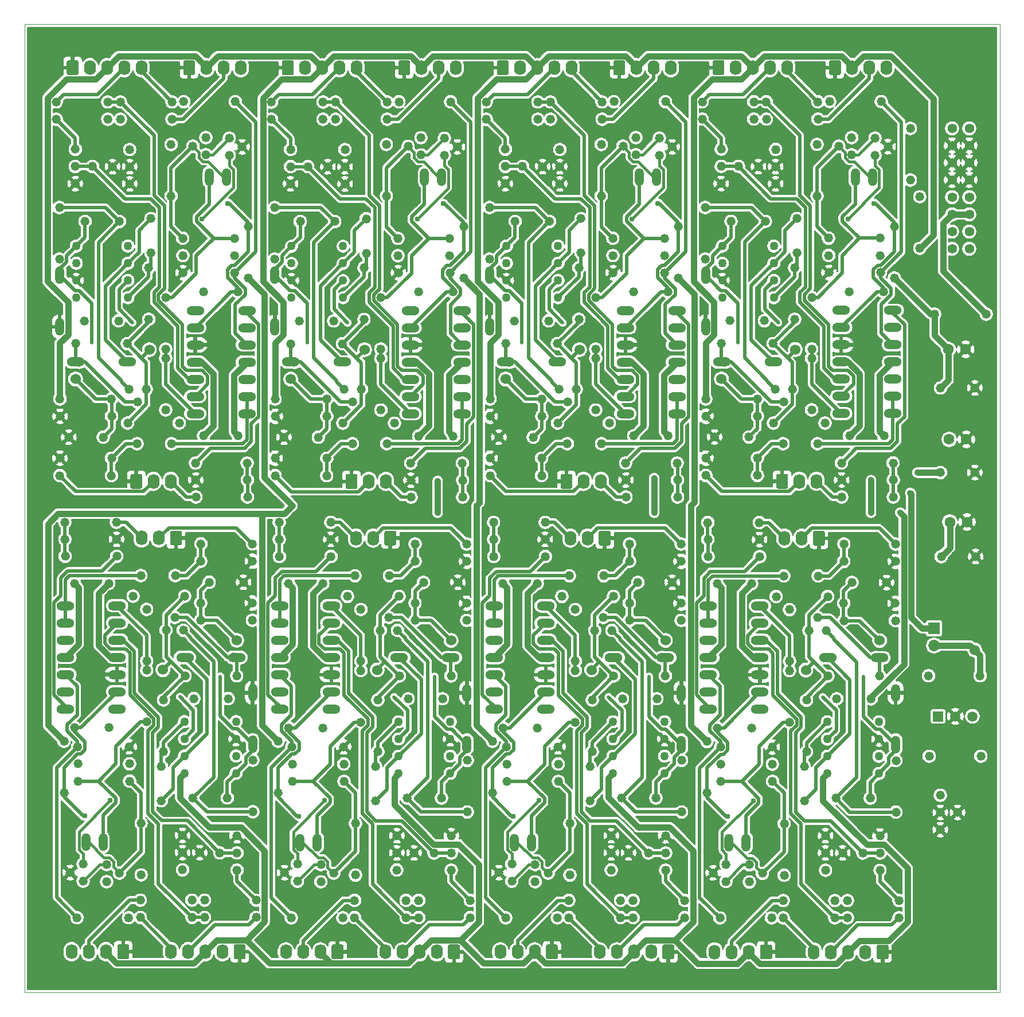
<source format=gbr>
%TF.GenerationSoftware,KiCad,Pcbnew,5.1.8-db9833491~88~ubuntu16.04.1*%
%TF.CreationDate,2021-01-16T20:59:40+01:00*%
%TF.ProjectId,vco,76636f2e-6b69-4636-9164-5f7063625858,rev?*%
%TF.SameCoordinates,Original*%
%TF.FileFunction,Copper,L2,Bot*%
%TF.FilePolarity,Positive*%
%FSLAX46Y46*%
G04 Gerber Fmt 4.6, Leading zero omitted, Abs format (unit mm)*
G04 Created by KiCad (PCBNEW 5.1.8-db9833491~88~ubuntu16.04.1) date 2021-01-16 20:59:40*
%MOMM*%
%LPD*%
G01*
G04 APERTURE LIST*
%TA.AperFunction,Profile*%
%ADD10C,0.050000*%
%TD*%
%TA.AperFunction,ComponentPad*%
%ADD11C,1.524000*%
%TD*%
%TA.AperFunction,ComponentPad*%
%ADD12C,1.320800*%
%TD*%
%TA.AperFunction,ComponentPad*%
%ADD13R,1.500000X1.500000*%
%TD*%
%TA.AperFunction,ComponentPad*%
%ADD14C,1.500000*%
%TD*%
%TA.AperFunction,ComponentPad*%
%ADD15O,1.700000X1.700000*%
%TD*%
%TA.AperFunction,ComponentPad*%
%ADD16R,1.700000X1.700000*%
%TD*%
%TA.AperFunction,ComponentPad*%
%ADD17O,1.740000X2.190000*%
%TD*%
%TA.AperFunction,ComponentPad*%
%ADD18O,1.320800X2.641600*%
%TD*%
%TA.AperFunction,ComponentPad*%
%ADD19C,1.270000*%
%TD*%
%TA.AperFunction,ComponentPad*%
%ADD20O,2.641600X1.320800*%
%TD*%
%TA.AperFunction,ComponentPad*%
%ADD21C,1.600200*%
%TD*%
%TA.AperFunction,ComponentPad*%
%ADD22C,1.422400*%
%TD*%
%TA.AperFunction,ViaPad*%
%ADD23C,4.000000*%
%TD*%
%TA.AperFunction,ViaPad*%
%ADD24C,0.889000*%
%TD*%
%TA.AperFunction,ViaPad*%
%ADD25C,0.508000*%
%TD*%
%TA.AperFunction,ViaPad*%
%ADD26C,0.787400*%
%TD*%
%TA.AperFunction,Conductor*%
%ADD27C,0.889000*%
%TD*%
%TA.AperFunction,Conductor*%
%ADD28C,0.508000*%
%TD*%
%TA.AperFunction,Conductor*%
%ADD29C,0.381000*%
%TD*%
%TA.AperFunction,Conductor*%
%ADD30C,0.127000*%
%TD*%
%TA.AperFunction,Conductor*%
%ADD31C,0.100000*%
%TD*%
G04 APERTURE END LIST*
D10*
X163000000Y-187000000D02*
X19000000Y-187000000D01*
X163000000Y-44000000D02*
X163000000Y-187000000D01*
X19000000Y-44000000D02*
X163000000Y-44000000D01*
X19000000Y-187000000D02*
X19000000Y-44000000D01*
D11*
%TO.P,TP,1*%
%TO.N,5V_ALT*%
X159300000Y-136400000D03*
%TD*%
D12*
%TO.P,SCALE1,S*%
%TO.N,GND*%
X34533300Y-65024400D03*
X31993300Y-65024400D03*
%TO.P,SCALE1,E*%
%TO.N,Net-(R11-Pad1)*%
X34533300Y-62484400D03*
%TO.P,SCALE1,A*%
%TO.N,GND*%
X34533300Y-67564400D03*
%TD*%
%TO.P,OFFSET1,S*%
%TO.N,Net-(IC1-Pad5)*%
X26493300Y-64994400D03*
X29033300Y-64994400D03*
%TO.P,OFFSET1,E*%
%TO.N,GND*%
X26493300Y-67534400D03*
%TO.P,OFFSET1,A*%
%TO.N,Net-(OFFSET1-PadA)*%
X26493300Y-62454400D03*
%TD*%
%TO.P,TRIM_5V1,S*%
%TO.N,GND*%
X154230000Y-160400000D03*
X156770000Y-160400000D03*
%TO.P,TRIM_5V1,E*%
X154230000Y-162940000D03*
%TO.P,TRIM_5V1,A*%
%TO.N,Net-(R197-Pad2)*%
X154230000Y-157860000D03*
%TD*%
D13*
%TO.P,U1,1*%
%TO.N,Net-(R197-Pad2)*%
X153900000Y-146200000D03*
D14*
%TO.P,U1,3*%
%TO.N,5V_ALT*%
X158980000Y-146200000D03*
%TO.P,U1,2*%
%TO.N,GND*%
X156440000Y-146200000D03*
%TD*%
D15*
%TO.P,5V_ALT,2*%
%TO.N,5V_ALT*%
X153300000Y-135740000D03*
D16*
%TO.P,5V_ALT,1*%
%TO.N,+5V*%
X153300000Y-133200000D03*
%TD*%
D12*
%TO.P,R197,2*%
%TO.N,Net-(R197-Pad2)*%
X152590000Y-152100000D03*
%TO.P,R197,1*%
%TO.N,5V_ALT*%
X160210000Y-152100000D03*
%TD*%
%TO.P,R196,2*%
%TO.N,5V_ALT*%
X160110000Y-140200000D03*
%TO.P,R196,1*%
%TO.N,+12V*%
X152490000Y-140200000D03*
%TD*%
%TO.P,C16,2*%
%TO.N,+12V*%
X77220705Y-104796299D03*
%TO.P,C16,1*%
%TO.N,-12V*%
X82300705Y-104796299D03*
%TD*%
D17*
%TO.P,PW_IN1,4*%
%TO.N,Net-(PW_IN1-Pad4)*%
X50920000Y-50400000D03*
%TO.P,PW_IN1,3*%
%TO.N,Net-(PW_IN1-Pad3)*%
X48380000Y-50400000D03*
%TO.P,PW_IN1,2*%
%TO.N,+12V*%
X45840000Y-50400000D03*
%TO.P,PW_IN1,1*%
%TO.N,GND*%
%TA.AperFunction,ComponentPad*%
G36*
G01*
X42430000Y-51245001D02*
X42430000Y-49554999D01*
G75*
G02*
X42679999Y-49305000I249999J0D01*
G01*
X43920001Y-49305000D01*
G75*
G02*
X44170000Y-49554999I0J-249999D01*
G01*
X44170000Y-51245001D01*
G75*
G02*
X43920001Y-51495000I-249999J0D01*
G01*
X42679999Y-51495000D01*
G75*
G02*
X42430000Y-51245001I0J249999D01*
G01*
G37*
%TD.AperFunction*%
%TD*%
%TO.P,PW_IN8,4*%
%TO.N,Net-(PW_IN8-Pad4)*%
X120888099Y-180997400D03*
%TO.P,PW_IN8,3*%
%TO.N,Net-(PW_IN8-Pad3)*%
X123428099Y-180997400D03*
%TO.P,PW_IN8,2*%
%TO.N,+12V*%
X125968099Y-180997400D03*
%TO.P,PW_IN8,1*%
%TO.N,GND*%
%TA.AperFunction,ComponentPad*%
G36*
G01*
X129378099Y-180152399D02*
X129378099Y-181842401D01*
G75*
G02*
X129128100Y-182092400I-249999J0D01*
G01*
X127888098Y-182092400D01*
G75*
G02*
X127638099Y-181842401I0J249999D01*
G01*
X127638099Y-180152399D01*
G75*
G02*
X127888098Y-179902400I249999J0D01*
G01*
X129128100Y-179902400D01*
G75*
G02*
X129378099Y-180152399I0J-249999D01*
G01*
G37*
%TD.AperFunction*%
%TD*%
%TO.P,PW_IN7,4*%
%TO.N,Net-(PW_IN7-Pad4)*%
X89248099Y-180977400D03*
%TO.P,PW_IN7,3*%
%TO.N,Net-(PW_IN7-Pad3)*%
X91788099Y-180977400D03*
%TO.P,PW_IN7,2*%
%TO.N,+12V*%
X94328099Y-180977400D03*
%TO.P,PW_IN7,1*%
%TO.N,GND*%
%TA.AperFunction,ComponentPad*%
G36*
G01*
X97738099Y-180132399D02*
X97738099Y-181822401D01*
G75*
G02*
X97488100Y-182072400I-249999J0D01*
G01*
X96248098Y-182072400D01*
G75*
G02*
X95998099Y-181822401I0J249999D01*
G01*
X95998099Y-180132399D01*
G75*
G02*
X96248098Y-179882400I249999J0D01*
G01*
X97488100Y-179882400D01*
G75*
G02*
X97738099Y-180132399I0J-249999D01*
G01*
G37*
%TD.AperFunction*%
%TD*%
%TO.P,PW_IN6,4*%
%TO.N,Net-(PW_IN6-Pad4)*%
X57588099Y-180977400D03*
%TO.P,PW_IN6,3*%
%TO.N,Net-(PW_IN6-Pad3)*%
X60128099Y-180977400D03*
%TO.P,PW_IN6,2*%
%TO.N,+12V*%
X62668099Y-180977400D03*
%TO.P,PW_IN6,1*%
%TO.N,GND*%
%TA.AperFunction,ComponentPad*%
G36*
G01*
X66078099Y-180132399D02*
X66078099Y-181822401D01*
G75*
G02*
X65828100Y-182072400I-249999J0D01*
G01*
X64588098Y-182072400D01*
G75*
G02*
X64338099Y-181822401I0J249999D01*
G01*
X64338099Y-180132399D01*
G75*
G02*
X64588098Y-179882400I249999J0D01*
G01*
X65828100Y-179882400D01*
G75*
G02*
X66078099Y-180132399I0J-249999D01*
G01*
G37*
%TD.AperFunction*%
%TD*%
%TO.P,PW_IN5,4*%
%TO.N,Net-(PW_IN5-Pad4)*%
X25948099Y-180957400D03*
%TO.P,PW_IN5,3*%
%TO.N,Net-(PW_IN5-Pad3)*%
X28488099Y-180957400D03*
%TO.P,PW_IN5,2*%
%TO.N,+12V*%
X31028099Y-180957400D03*
%TO.P,PW_IN5,1*%
%TO.N,GND*%
%TA.AperFunction,ComponentPad*%
G36*
G01*
X34438099Y-180112399D02*
X34438099Y-181802401D01*
G75*
G02*
X34188100Y-182052400I-249999J0D01*
G01*
X32948098Y-182052400D01*
G75*
G02*
X32698099Y-181802401I0J249999D01*
G01*
X32698099Y-180112399D01*
G75*
G02*
X32948098Y-179862400I249999J0D01*
G01*
X34188100Y-179862400D01*
G75*
G02*
X34438099Y-180112399I0J-249999D01*
G01*
G37*
%TD.AperFunction*%
%TD*%
%TO.P,PW_IN3,4*%
%TO.N,Net-(PW_IN3-Pad4)*%
X146296465Y-50387770D03*
%TO.P,PW_IN3,3*%
%TO.N,Net-(PW_IN3-Pad3)*%
X143756465Y-50387770D03*
%TO.P,PW_IN3,2*%
%TO.N,+12V*%
X141216465Y-50387770D03*
%TO.P,PW_IN3,1*%
%TO.N,GND*%
%TA.AperFunction,ComponentPad*%
G36*
G01*
X137806465Y-51232771D02*
X137806465Y-49542769D01*
G75*
G02*
X138056464Y-49292770I249999J0D01*
G01*
X139296466Y-49292770D01*
G75*
G02*
X139546465Y-49542769I0J-249999D01*
G01*
X139546465Y-51232771D01*
G75*
G02*
X139296466Y-51482770I-249999J0D01*
G01*
X138056464Y-51482770D01*
G75*
G02*
X137806465Y-51232771I0J249999D01*
G01*
G37*
%TD.AperFunction*%
%TD*%
%TO.P,PW_IN4,4*%
%TO.N,Net-(PW_IN4-Pad4)*%
X114431070Y-50401077D03*
%TO.P,PW_IN4,3*%
%TO.N,Net-(PW_IN4-Pad3)*%
X111891070Y-50401077D03*
%TO.P,PW_IN4,2*%
%TO.N,+12V*%
X109351070Y-50401077D03*
%TO.P,PW_IN4,1*%
%TO.N,GND*%
%TA.AperFunction,ComponentPad*%
G36*
G01*
X105941070Y-51246078D02*
X105941070Y-49556076D01*
G75*
G02*
X106191069Y-49306077I249999J0D01*
G01*
X107431071Y-49306077D01*
G75*
G02*
X107681070Y-49556076I0J-249999D01*
G01*
X107681070Y-51246078D01*
G75*
G02*
X107431071Y-51496077I-249999J0D01*
G01*
X106191069Y-51496077D01*
G75*
G02*
X105941070Y-51246078I0J249999D01*
G01*
G37*
%TD.AperFunction*%
%TD*%
%TO.P,PW_IN2,4*%
%TO.N,Net-(PW_IN2-Pad4)*%
X82697405Y-50411899D03*
%TO.P,PW_IN2,3*%
%TO.N,Net-(PW_IN2-Pad3)*%
X80157405Y-50411899D03*
%TO.P,PW_IN2,2*%
%TO.N,+12V*%
X77617405Y-50411899D03*
%TO.P,PW_IN2,1*%
%TO.N,GND*%
%TA.AperFunction,ComponentPad*%
G36*
G01*
X74207405Y-51256900D02*
X74207405Y-49566898D01*
G75*
G02*
X74457404Y-49316899I249999J0D01*
G01*
X75697406Y-49316899D01*
G75*
G02*
X75947405Y-49566898I0J-249999D01*
G01*
X75947405Y-51256900D01*
G75*
G02*
X75697406Y-51506899I-249999J0D01*
G01*
X74457404Y-51506899D01*
G75*
G02*
X74207405Y-51256900I0J249999D01*
G01*
G37*
%TD.AperFunction*%
%TD*%
%TO.P,CV_IN1,5*%
%TO.N,Net-(CV_IN1-Pad5)*%
X36260000Y-50400000D03*
%TO.P,CV_IN1,4*%
%TO.N,Net-(CV_IN1-Pad4)*%
X33720000Y-50400000D03*
%TO.P,CV_IN1,3*%
%TO.N,+12V*%
X31180000Y-50400000D03*
%TO.P,CV_IN1,2*%
%TO.N,-12V*%
X28640000Y-50400000D03*
%TO.P,CV_IN1,1*%
%TO.N,GND*%
%TA.AperFunction,ComponentPad*%
G36*
G01*
X25230000Y-51245001D02*
X25230000Y-49554999D01*
G75*
G02*
X25479999Y-49305000I249999J0D01*
G01*
X26720001Y-49305000D01*
G75*
G02*
X26970000Y-49554999I0J-249999D01*
G01*
X26970000Y-51245001D01*
G75*
G02*
X26720001Y-51495000I-249999J0D01*
G01*
X25479999Y-51495000D01*
G75*
G02*
X25230000Y-51245001I0J249999D01*
G01*
G37*
%TD.AperFunction*%
%TD*%
%TO.P,CV_IN8,5*%
%TO.N,Net-(CV_IN8-Pad5)*%
X135548099Y-180997400D03*
%TO.P,CV_IN8,4*%
%TO.N,Net-(CV_IN8-Pad4)*%
X138088099Y-180997400D03*
%TO.P,CV_IN8,3*%
%TO.N,+12V*%
X140628099Y-180997400D03*
%TO.P,CV_IN8,2*%
%TO.N,-12V*%
X143168099Y-180997400D03*
%TO.P,CV_IN8,1*%
%TO.N,GND*%
%TA.AperFunction,ComponentPad*%
G36*
G01*
X146578099Y-180152399D02*
X146578099Y-181842401D01*
G75*
G02*
X146328100Y-182092400I-249999J0D01*
G01*
X145088098Y-182092400D01*
G75*
G02*
X144838099Y-181842401I0J249999D01*
G01*
X144838099Y-180152399D01*
G75*
G02*
X145088098Y-179902400I249999J0D01*
G01*
X146328100Y-179902400D01*
G75*
G02*
X146578099Y-180152399I0J-249999D01*
G01*
G37*
%TD.AperFunction*%
%TD*%
%TO.P,CV_IN7,5*%
%TO.N,Net-(CV_IN7-Pad5)*%
X103908099Y-180977400D03*
%TO.P,CV_IN7,4*%
%TO.N,Net-(CV_IN7-Pad4)*%
X106448099Y-180977400D03*
%TO.P,CV_IN7,3*%
%TO.N,+12V*%
X108988099Y-180977400D03*
%TO.P,CV_IN7,2*%
%TO.N,-12V*%
X111528099Y-180977400D03*
%TO.P,CV_IN7,1*%
%TO.N,GND*%
%TA.AperFunction,ComponentPad*%
G36*
G01*
X114938099Y-180132399D02*
X114938099Y-181822401D01*
G75*
G02*
X114688100Y-182072400I-249999J0D01*
G01*
X113448098Y-182072400D01*
G75*
G02*
X113198099Y-181822401I0J249999D01*
G01*
X113198099Y-180132399D01*
G75*
G02*
X113448098Y-179882400I249999J0D01*
G01*
X114688100Y-179882400D01*
G75*
G02*
X114938099Y-180132399I0J-249999D01*
G01*
G37*
%TD.AperFunction*%
%TD*%
%TO.P,CV_IN6,5*%
%TO.N,Net-(CV_IN6-Pad5)*%
X72248099Y-180977400D03*
%TO.P,CV_IN6,4*%
%TO.N,Net-(CV_IN6-Pad4)*%
X74788099Y-180977400D03*
%TO.P,CV_IN6,3*%
%TO.N,+12V*%
X77328099Y-180977400D03*
%TO.P,CV_IN6,2*%
%TO.N,-12V*%
X79868099Y-180977400D03*
%TO.P,CV_IN6,1*%
%TO.N,GND*%
%TA.AperFunction,ComponentPad*%
G36*
G01*
X83278099Y-180132399D02*
X83278099Y-181822401D01*
G75*
G02*
X83028100Y-182072400I-249999J0D01*
G01*
X81788098Y-182072400D01*
G75*
G02*
X81538099Y-181822401I0J249999D01*
G01*
X81538099Y-180132399D01*
G75*
G02*
X81788098Y-179882400I249999J0D01*
G01*
X83028100Y-179882400D01*
G75*
G02*
X83278099Y-180132399I0J-249999D01*
G01*
G37*
%TD.AperFunction*%
%TD*%
%TO.P,CV_IN5,5*%
%TO.N,Net-(CV_IN5-Pad5)*%
X40608099Y-180957400D03*
%TO.P,CV_IN5,4*%
%TO.N,Net-(CV_IN5-Pad4)*%
X43148099Y-180957400D03*
%TO.P,CV_IN5,3*%
%TO.N,+12V*%
X45688099Y-180957400D03*
%TO.P,CV_IN5,2*%
%TO.N,-12V*%
X48228099Y-180957400D03*
%TO.P,CV_IN5,1*%
%TO.N,GND*%
%TA.AperFunction,ComponentPad*%
G36*
G01*
X51638099Y-180112399D02*
X51638099Y-181802401D01*
G75*
G02*
X51388100Y-182052400I-249999J0D01*
G01*
X50148098Y-182052400D01*
G75*
G02*
X49898099Y-181802401I0J249999D01*
G01*
X49898099Y-180112399D01*
G75*
G02*
X50148098Y-179862400I249999J0D01*
G01*
X51388100Y-179862400D01*
G75*
G02*
X51638099Y-180112399I0J-249999D01*
G01*
G37*
%TD.AperFunction*%
%TD*%
%TO.P,CV_IN4,5*%
%TO.N,Net-(CV_IN4-Pad5)*%
X131636465Y-50387770D03*
%TO.P,CV_IN4,4*%
%TO.N,Net-(CV_IN4-Pad4)*%
X129096465Y-50387770D03*
%TO.P,CV_IN4,3*%
%TO.N,+12V*%
X126556465Y-50387770D03*
%TO.P,CV_IN4,2*%
%TO.N,-12V*%
X124016465Y-50387770D03*
%TO.P,CV_IN4,1*%
%TO.N,GND*%
%TA.AperFunction,ComponentPad*%
G36*
G01*
X120606465Y-51232771D02*
X120606465Y-49542769D01*
G75*
G02*
X120856464Y-49292770I249999J0D01*
G01*
X122096466Y-49292770D01*
G75*
G02*
X122346465Y-49542769I0J-249999D01*
G01*
X122346465Y-51232771D01*
G75*
G02*
X122096466Y-51482770I-249999J0D01*
G01*
X120856464Y-51482770D01*
G75*
G02*
X120606465Y-51232771I0J249999D01*
G01*
G37*
%TD.AperFunction*%
%TD*%
%TO.P,CV_IN3,5*%
%TO.N,Net-(CV_IN3-Pad5)*%
X99771070Y-50401077D03*
%TO.P,CV_IN3,4*%
%TO.N,Net-(CV_IN3-Pad4)*%
X97231070Y-50401077D03*
%TO.P,CV_IN3,3*%
%TO.N,+12V*%
X94691070Y-50401077D03*
%TO.P,CV_IN3,2*%
%TO.N,-12V*%
X92151070Y-50401077D03*
%TO.P,CV_IN3,1*%
%TO.N,GND*%
%TA.AperFunction,ComponentPad*%
G36*
G01*
X88741070Y-51246078D02*
X88741070Y-49556076D01*
G75*
G02*
X88991069Y-49306077I249999J0D01*
G01*
X90231071Y-49306077D01*
G75*
G02*
X90481070Y-49556076I0J-249999D01*
G01*
X90481070Y-51246078D01*
G75*
G02*
X90231071Y-51496077I-249999J0D01*
G01*
X88991069Y-51496077D01*
G75*
G02*
X88741070Y-51246078I0J249999D01*
G01*
G37*
%TD.AperFunction*%
%TD*%
%TO.P,CV_IN2,5*%
%TO.N,Net-(CV_IN2-Pad5)*%
X68037405Y-50411899D03*
%TO.P,CV_IN2,4*%
%TO.N,Net-(CV_IN2-Pad4)*%
X65497405Y-50411899D03*
%TO.P,CV_IN2,3*%
%TO.N,+12V*%
X62957405Y-50411899D03*
%TO.P,CV_IN2,2*%
%TO.N,-12V*%
X60417405Y-50411899D03*
%TO.P,CV_IN2,1*%
%TO.N,GND*%
%TA.AperFunction,ComponentPad*%
G36*
G01*
X57007405Y-51256900D02*
X57007405Y-49566898D01*
G75*
G02*
X57257404Y-49316899I249999J0D01*
G01*
X58497406Y-49316899D01*
G75*
G02*
X58747405Y-49566898I0J-249999D01*
G01*
X58747405Y-51256900D01*
G75*
G02*
X58497406Y-51506899I-249999J0D01*
G01*
X57257404Y-51506899D01*
G75*
G02*
X57007405Y-51256900I0J249999D01*
G01*
G37*
%TD.AperFunction*%
%TD*%
D12*
%TO.P,C22,2*%
%TO.N,Net-(C22-Pad2)*%
X114019970Y-83485877D03*
%TO.P,C22,1*%
%TO.N,Net-(C22-Pad1)*%
X108939970Y-83485877D03*
%TD*%
%TO.P,C21,2*%
%TO.N,+12V*%
X96384370Y-87785477D03*
%TO.P,C21,1*%
%TO.N,-12V*%
X91304370Y-87785477D03*
%TD*%
D17*
%TO.P,OUT1,3*%
%TO.N,Net-(OUT1-Pad3)*%
X40580000Y-111500000D03*
%TO.P,OUT1,2*%
%TO.N,Net-(OUT1-Pad2)*%
X38040000Y-111500000D03*
%TO.P,OUT1,1*%
%TO.N,GND*%
%TA.AperFunction,ComponentPad*%
G36*
G01*
X34630000Y-112345001D02*
X34630000Y-110654999D01*
G75*
G02*
X34879999Y-110405000I249999J0D01*
G01*
X36120001Y-110405000D01*
G75*
G02*
X36370000Y-110654999I0J-249999D01*
G01*
X36370000Y-112345001D01*
G75*
G02*
X36120001Y-112595000I-249999J0D01*
G01*
X34879999Y-112595000D01*
G75*
G02*
X34630000Y-112345001I0J249999D01*
G01*
G37*
%TD.AperFunction*%
%TD*%
%TO.P,OUT8,3*%
%TO.N,Net-(OUT8-Pad3)*%
X131228099Y-119897400D03*
%TO.P,OUT8,2*%
%TO.N,Net-(OUT8-Pad2)*%
X133768099Y-119897400D03*
%TO.P,OUT8,1*%
%TO.N,GND*%
%TA.AperFunction,ComponentPad*%
G36*
G01*
X137178099Y-119052399D02*
X137178099Y-120742401D01*
G75*
G02*
X136928100Y-120992400I-249999J0D01*
G01*
X135688098Y-120992400D01*
G75*
G02*
X135438099Y-120742401I0J249999D01*
G01*
X135438099Y-119052399D01*
G75*
G02*
X135688098Y-118802400I249999J0D01*
G01*
X136928100Y-118802400D01*
G75*
G02*
X137178099Y-119052399I0J-249999D01*
G01*
G37*
%TD.AperFunction*%
%TD*%
%TO.P,OUT7,3*%
%TO.N,Net-(OUT7-Pad3)*%
X99588099Y-119877400D03*
%TO.P,OUT7,2*%
%TO.N,Net-(OUT7-Pad2)*%
X102128099Y-119877400D03*
%TO.P,OUT7,1*%
%TO.N,GND*%
%TA.AperFunction,ComponentPad*%
G36*
G01*
X105538099Y-119032399D02*
X105538099Y-120722401D01*
G75*
G02*
X105288100Y-120972400I-249999J0D01*
G01*
X104048098Y-120972400D01*
G75*
G02*
X103798099Y-120722401I0J249999D01*
G01*
X103798099Y-119032399D01*
G75*
G02*
X104048098Y-118782400I249999J0D01*
G01*
X105288100Y-118782400D01*
G75*
G02*
X105538099Y-119032399I0J-249999D01*
G01*
G37*
%TD.AperFunction*%
%TD*%
%TO.P,OUT6,3*%
%TO.N,Net-(OUT6-Pad3)*%
X67928099Y-119877400D03*
%TO.P,OUT6,2*%
%TO.N,Net-(OUT6-Pad2)*%
X70468099Y-119877400D03*
%TO.P,OUT6,1*%
%TO.N,GND*%
%TA.AperFunction,ComponentPad*%
G36*
G01*
X73878099Y-119032399D02*
X73878099Y-120722401D01*
G75*
G02*
X73628100Y-120972400I-249999J0D01*
G01*
X72388098Y-120972400D01*
G75*
G02*
X72138099Y-120722401I0J249999D01*
G01*
X72138099Y-119032399D01*
G75*
G02*
X72388098Y-118782400I249999J0D01*
G01*
X73628100Y-118782400D01*
G75*
G02*
X73878099Y-119032399I0J-249999D01*
G01*
G37*
%TD.AperFunction*%
%TD*%
%TO.P,OUT5,3*%
%TO.N,Net-(OUT5-Pad3)*%
X36288099Y-119857400D03*
%TO.P,OUT5,2*%
%TO.N,Net-(OUT5-Pad2)*%
X38828099Y-119857400D03*
%TO.P,OUT5,1*%
%TO.N,GND*%
%TA.AperFunction,ComponentPad*%
G36*
G01*
X42238099Y-119012399D02*
X42238099Y-120702401D01*
G75*
G02*
X41988100Y-120952400I-249999J0D01*
G01*
X40748098Y-120952400D01*
G75*
G02*
X40498099Y-120702401I0J249999D01*
G01*
X40498099Y-119012399D01*
G75*
G02*
X40748098Y-118762400I249999J0D01*
G01*
X41988100Y-118762400D01*
G75*
G02*
X42238099Y-119012399I0J-249999D01*
G01*
G37*
%TD.AperFunction*%
%TD*%
%TO.P,OUT4,3*%
%TO.N,Net-(OUT4-Pad3)*%
X135956465Y-111487770D03*
%TO.P,OUT4,2*%
%TO.N,Net-(OUT4-Pad2)*%
X133416465Y-111487770D03*
%TO.P,OUT4,1*%
%TO.N,GND*%
%TA.AperFunction,ComponentPad*%
G36*
G01*
X130006465Y-112332771D02*
X130006465Y-110642769D01*
G75*
G02*
X130256464Y-110392770I249999J0D01*
G01*
X131496466Y-110392770D01*
G75*
G02*
X131746465Y-110642769I0J-249999D01*
G01*
X131746465Y-112332771D01*
G75*
G02*
X131496466Y-112582770I-249999J0D01*
G01*
X130256464Y-112582770D01*
G75*
G02*
X130006465Y-112332771I0J249999D01*
G01*
G37*
%TD.AperFunction*%
%TD*%
%TO.P,OUT3,3*%
%TO.N,Net-(OUT3-Pad3)*%
X104091070Y-111501077D03*
%TO.P,OUT3,2*%
%TO.N,Net-(OUT3-Pad2)*%
X101551070Y-111501077D03*
%TO.P,OUT3,1*%
%TO.N,GND*%
%TA.AperFunction,ComponentPad*%
G36*
G01*
X98141070Y-112346078D02*
X98141070Y-110656076D01*
G75*
G02*
X98391069Y-110406077I249999J0D01*
G01*
X99631071Y-110406077D01*
G75*
G02*
X99881070Y-110656076I0J-249999D01*
G01*
X99881070Y-112346078D01*
G75*
G02*
X99631071Y-112596077I-249999J0D01*
G01*
X98391069Y-112596077D01*
G75*
G02*
X98141070Y-112346078I0J249999D01*
G01*
G37*
%TD.AperFunction*%
%TD*%
%TO.P,OUT2,3*%
%TO.N,Net-(OUT2-Pad3)*%
X72357405Y-111511899D03*
%TO.P,OUT2,2*%
%TO.N,Net-(OUT2-Pad2)*%
X69817405Y-111511899D03*
%TO.P,OUT2,1*%
%TO.N,GND*%
%TA.AperFunction,ComponentPad*%
G36*
G01*
X66407405Y-112356900D02*
X66407405Y-110666898D01*
G75*
G02*
X66657404Y-110416899I249999J0D01*
G01*
X67897406Y-110416899D01*
G75*
G02*
X68147405Y-110666898I0J-249999D01*
G01*
X68147405Y-112356900D01*
G75*
G02*
X67897406Y-112606899I-249999J0D01*
G01*
X66657404Y-112606899D01*
G75*
G02*
X66407405Y-112356900I0J249999D01*
G01*
G37*
%TD.AperFunction*%
%TD*%
D12*
%TO.P,R50,2*%
%TO.N,Net-(OUT2-Pad2)*%
X55987905Y-110648699D03*
%TO.P,R50,1*%
%TO.N,Net-(C19-Pad1)*%
X63607905Y-110648699D03*
%TD*%
%TO.P,R36,2*%
%TO.N,Net-(C15-Pad1)*%
X74144705Y-78153099D03*
%TO.P,R36,1*%
%TO.N,Net-(Q3-Pad1)*%
X81764705Y-78153099D03*
%TD*%
D18*
%TO.P,R33,2*%
%TO.N,Net-(R32-Pad1)*%
X78059505Y-66567899D03*
%TO.P,R33,1*%
%TO.N,Net-(Q3-Pad2)*%
X80599505Y-66567899D03*
%TD*%
D12*
%TO.P,T16,3*%
%TO.N,Net-(Q15-Pad1)*%
X122585999Y-170581400D03*
%TO.P,T16,2*%
%TO.N,GND*%
X120680999Y-169311400D03*
%TO.P,T16,1*%
%TO.N,Net-(IC16-Pad2)*%
X122585999Y-168041400D03*
%TD*%
%TO.P,T15,3*%
%TO.N,Net-(Q15-Pad1)*%
X126045999Y-168121400D03*
%TO.P,T15,2*%
%TO.N,Net-(Q15-Pad2)*%
X127950999Y-169391400D03*
%TO.P,T15,1*%
%TO.N,Net-(C57-Pad2)*%
X126045999Y-170661400D03*
%TD*%
%TO.P,T14,3*%
%TO.N,Net-(Q13-Pad1)*%
X90945999Y-170561400D03*
%TO.P,T14,2*%
%TO.N,GND*%
X89040999Y-169291400D03*
%TO.P,T14,1*%
%TO.N,Net-(IC14-Pad2)*%
X90945999Y-168021400D03*
%TD*%
%TO.P,T13,3*%
%TO.N,Net-(Q13-Pad1)*%
X94405999Y-168101400D03*
%TO.P,T13,2*%
%TO.N,Net-(Q13-Pad2)*%
X96310999Y-169371400D03*
%TO.P,T13,1*%
%TO.N,Net-(C50-Pad2)*%
X94405999Y-170641400D03*
%TD*%
%TO.P,T12,3*%
%TO.N,Net-(Q11-Pad1)*%
X59285999Y-170561400D03*
%TO.P,T12,2*%
%TO.N,GND*%
X57380999Y-169291400D03*
%TO.P,T12,1*%
%TO.N,Net-(IC12-Pad2)*%
X59285999Y-168021400D03*
%TD*%
%TO.P,T11,3*%
%TO.N,Net-(Q11-Pad1)*%
X62745999Y-168101400D03*
%TO.P,T11,2*%
%TO.N,Net-(Q11-Pad2)*%
X64650999Y-169371400D03*
%TO.P,T11,1*%
%TO.N,Net-(C43-Pad2)*%
X62745999Y-170641400D03*
%TD*%
%TO.P,T10,3*%
%TO.N,Net-(Q9-Pad1)*%
X27645999Y-170541400D03*
%TO.P,T10,2*%
%TO.N,GND*%
X25740999Y-169271400D03*
%TO.P,T10,1*%
%TO.N,Net-(IC10-Pad2)*%
X27645999Y-168001400D03*
%TD*%
%TO.P,T9,3*%
%TO.N,Net-(Q9-Pad1)*%
X31105999Y-168081400D03*
%TO.P,T9,2*%
%TO.N,Net-(Q9-Pad2)*%
X33010999Y-169351400D03*
%TO.P,T9,1*%
%TO.N,Net-(C36-Pad2)*%
X31105999Y-170621400D03*
%TD*%
%TO.P,T8,3*%
%TO.N,Net-(Q7-Pad1)*%
X144598565Y-60803770D03*
%TO.P,T8,2*%
%TO.N,GND*%
X146503565Y-62073770D03*
%TO.P,T8,1*%
%TO.N,Net-(IC8-Pad2)*%
X144598565Y-63343770D03*
%TD*%
%TO.P,T7,3*%
%TO.N,Net-(Q7-Pad1)*%
X141138565Y-63263770D03*
%TO.P,T7,2*%
%TO.N,Net-(Q7-Pad2)*%
X139233565Y-61993770D03*
%TO.P,T7,1*%
%TO.N,Net-(C29-Pad2)*%
X141138565Y-60723770D03*
%TD*%
%TO.P,T6,3*%
%TO.N,Net-(Q5-Pad1)*%
X112733170Y-60817077D03*
%TO.P,T6,2*%
%TO.N,GND*%
X114638170Y-62087077D03*
%TO.P,T6,1*%
%TO.N,Net-(IC6-Pad2)*%
X112733170Y-63357077D03*
%TD*%
%TO.P,T5,3*%
%TO.N,Net-(Q5-Pad1)*%
X109273170Y-63277077D03*
%TO.P,T5,2*%
%TO.N,Net-(Q5-Pad2)*%
X107368170Y-62007077D03*
%TO.P,T5,1*%
%TO.N,Net-(C22-Pad2)*%
X109273170Y-60737077D03*
%TD*%
D11*
%TO.P,SYNC_MOD8,1*%
%TO.N,Net-(C62-Pad2)*%
X145276799Y-135009400D03*
%TD*%
%TO.P,SYNC_MOD7,1*%
%TO.N,Net-(C55-Pad2)*%
X113636799Y-134989400D03*
%TD*%
%TO.P,SYNC_MOD6,1*%
%TO.N,Net-(C48-Pad2)*%
X81976799Y-134989400D03*
%TD*%
%TO.P,SYNC_MOD5,1*%
%TO.N,Net-(C41-Pad2)*%
X50336799Y-134969400D03*
%TD*%
%TO.P,SYNC_MOD4,1*%
%TO.N,Net-(C34-Pad2)*%
X121907765Y-96375770D03*
%TD*%
%TO.P,SYNC_MOD3,1*%
%TO.N,Net-(C27-Pad2)*%
X90042370Y-96389077D03*
%TD*%
D12*
%TO.P,SCALE8,S*%
%TO.N,GND*%
X137274799Y-166373000D03*
X139814799Y-166373000D03*
%TO.P,SCALE8,E*%
%TO.N,Net-(R179-Pad1)*%
X137274799Y-168913000D03*
%TO.P,SCALE8,A*%
%TO.N,GND*%
X137274799Y-163833000D03*
%TD*%
%TO.P,SCALE7,S*%
%TO.N,GND*%
X105634799Y-166353000D03*
X108174799Y-166353000D03*
%TO.P,SCALE7,E*%
%TO.N,Net-(R155-Pad1)*%
X105634799Y-168893000D03*
%TO.P,SCALE7,A*%
%TO.N,GND*%
X105634799Y-163813000D03*
%TD*%
%TO.P,SCALE6,S*%
%TO.N,GND*%
X73974799Y-166353000D03*
X76514799Y-166353000D03*
%TO.P,SCALE6,E*%
%TO.N,Net-(R131-Pad1)*%
X73974799Y-168893000D03*
%TO.P,SCALE6,A*%
%TO.N,GND*%
X73974799Y-163813000D03*
%TD*%
%TO.P,SCALE5,S*%
%TO.N,GND*%
X42334799Y-166333000D03*
X44874799Y-166333000D03*
%TO.P,SCALE5,E*%
%TO.N,Net-(R107-Pad1)*%
X42334799Y-168873000D03*
%TO.P,SCALE5,A*%
%TO.N,GND*%
X42334799Y-163793000D03*
%TD*%
%TO.P,SCALE4,S*%
%TO.N,GND*%
X129909765Y-65012170D03*
X127369765Y-65012170D03*
%TO.P,SCALE4,E*%
%TO.N,Net-(R83-Pad1)*%
X129909765Y-62472170D03*
%TO.P,SCALE4,A*%
%TO.N,GND*%
X129909765Y-67552170D03*
%TD*%
%TO.P,SCALE3,S*%
%TO.N,GND*%
X98044370Y-65025477D03*
X95504370Y-65025477D03*
%TO.P,SCALE3,E*%
%TO.N,Net-(R59-Pad1)*%
X98044370Y-62485477D03*
%TO.P,SCALE3,A*%
%TO.N,GND*%
X98044370Y-67565477D03*
%TD*%
D11*
%TO.P,SAW_0-10V8,1*%
%TO.N,Net-(C59-Pad1)*%
X134373679Y-139359240D03*
%TD*%
%TO.P,SAW_0-10V7,1*%
%TO.N,Net-(C52-Pad1)*%
X102733679Y-139339240D03*
%TD*%
%TO.P,SAW_0-10V6,1*%
%TO.N,Net-(C45-Pad1)*%
X71073679Y-139339240D03*
%TD*%
%TO.P,SAW_0-10V5,1*%
%TO.N,Net-(C38-Pad1)*%
X39433679Y-139319240D03*
%TD*%
%TO.P,SAW_0-10V4,1*%
%TO.N,Net-(C31-Pad1)*%
X132810885Y-92025930D03*
%TD*%
%TO.P,SAW_0-10V3,1*%
%TO.N,Net-(C24-Pad1)*%
X100945490Y-92039237D03*
%TD*%
D12*
%TO.P,R195,2*%
%TO.N,Net-(R189-Pad2)*%
X119891998Y-117577000D03*
%TO.P,R195,1*%
%TO.N,Net-(OUT8-Pad3)*%
X127511998Y-117577000D03*
%TD*%
%TO.P,R194,2*%
%TO.N,Net-(OUT8-Pad2)*%
X147597599Y-120760600D03*
%TO.P,R194,1*%
%TO.N,Net-(C61-Pad1)*%
X139977599Y-120760600D03*
%TD*%
%TO.P,R193,2*%
%TO.N,GND*%
X147585199Y-123325400D03*
%TO.P,R193,1*%
%TO.N,Net-(C61-Pad1)*%
X139965199Y-123325400D03*
%TD*%
%TO.P,R192,2*%
%TO.N,GND*%
X127523598Y-120087400D03*
%TO.P,R192,1*%
%TO.N,Net-(R189-Pad2)*%
X119903598Y-120087400D03*
%TD*%
%TO.P,R191,2*%
%TO.N,GND*%
X147571199Y-129509400D03*
%TO.P,R191,1*%
%TO.N,Net-(C62-Pad2)*%
X139951199Y-129509400D03*
%TD*%
%TO.P,R190,2*%
%TO.N,Net-(C62-Pad2)*%
X139971199Y-132057000D03*
%TO.P,R190,1*%
%TO.N,+12V*%
X147591199Y-132057000D03*
%TD*%
%TO.P,R189,2*%
%TO.N,Net-(R189-Pad2)*%
X119934798Y-122607000D03*
%TO.P,R189,1*%
%TO.N,Net-(IC15-Pad14)*%
X127554798Y-122607000D03*
%TD*%
%TO.P,R188,2*%
%TO.N,Net-(C60-Pad2)*%
X134464799Y-151443000D03*
%TO.P,R188,1*%
%TO.N,Net-(C59-Pad1)*%
X134464799Y-143823000D03*
%TD*%
%TO.P,R187,2*%
%TO.N,Net-(IC15-Pad13)*%
X129971999Y-128505000D03*
%TO.P,R187,1*%
%TO.N,Net-(C59-Pad1)*%
X137591999Y-128505000D03*
%TD*%
%TO.P,R186,2*%
%TO.N,Net-(D16-PadA)*%
X145264799Y-140243000D03*
%TO.P,R186,1*%
%TO.N,Net-(C59-Pad1)*%
X137644799Y-140243000D03*
%TD*%
%TO.P,R185,2*%
%TO.N,GND*%
X129402799Y-150723800D03*
%TO.P,R185,1*%
%TO.N,Net-(IC15-Pad12)*%
X121782799Y-150723800D03*
%TD*%
%TO.P,R184,2*%
%TO.N,Net-(PW_IN8-Pad3)*%
X131024399Y-173395400D03*
%TO.P,R184,1*%
%TO.N,Net-(IC15-Pad12)*%
X138644399Y-173395400D03*
%TD*%
%TO.P,R183,2*%
%TO.N,Net-(PW_IN8-Pad4)*%
X129303199Y-175972200D03*
%TO.P,R183,1*%
%TO.N,Net-(IC15-Pad12)*%
X121683199Y-175972200D03*
%TD*%
%TO.P,R182,2*%
%TO.N,Net-(C59-Pad2)*%
X147664799Y-160343000D03*
%TO.P,R182,1*%
%TO.N,Net-(IC16-Pad2)*%
X147664799Y-152723000D03*
%TD*%
%TO.P,R181,2*%
%TO.N,+5V*%
X119754799Y-149912600D03*
%TO.P,R181,1*%
%TO.N,Net-(C57-Pad2)*%
X119754799Y-157532600D03*
%TD*%
%TO.P,R180,2*%
%TO.N,Net-(C57-Pad1)*%
X129440799Y-153256200D03*
%TO.P,R180,1*%
%TO.N,Net-(Q15-Pad1)*%
X121820799Y-153256200D03*
%TD*%
%TO.P,R179,2*%
%TO.N,Net-(Q15-Pad2)*%
X131164799Y-162043000D03*
%TO.P,R179,1*%
%TO.N,Net-(R179-Pad1)*%
X131164799Y-169663000D03*
%TD*%
%TO.P,R178,2*%
%TO.N,Net-(R176-Pad1)*%
X121840799Y-155805400D03*
%TO.P,R178,1*%
%TO.N,Net-(Q15-Pad2)*%
X129460799Y-155805400D03*
%TD*%
D18*
%TO.P,R177,2*%
%TO.N,Net-(R176-Pad1)*%
X125525999Y-164841400D03*
%TO.P,R177,1*%
%TO.N,Net-(Q15-Pad2)*%
X122985999Y-164841400D03*
%TD*%
D12*
%TO.P,R176,2*%
%TO.N,Net-(IC15-Pad7)*%
X131964799Y-139443000D03*
%TO.P,R176,1*%
%TO.N,Net-(R176-Pad1)*%
X131964799Y-147063000D03*
%TD*%
%TO.P,R175,2*%
%TO.N,+12V*%
X140508799Y-173393800D03*
%TO.P,R175,1*%
%TO.N,Net-(OFFSET8-PadA)*%
X148128799Y-173393800D03*
%TD*%
%TO.P,R174,2*%
%TO.N,Net-(IC15-Pad6)*%
X131964799Y-130443000D03*
%TO.P,R174,1*%
%TO.N,Net-(IC15-Pad7)*%
X131964799Y-138063000D03*
%TD*%
%TO.P,R173,2*%
%TO.N,Net-(CV_IN8-Pad4)*%
X148128799Y-175944600D03*
%TO.P,R173,1*%
%TO.N,Net-(IC15-Pad6)*%
X140508799Y-175944600D03*
%TD*%
%TO.P,R172,2*%
%TO.N,Net-(CV_IN8-Pad5)*%
X131035199Y-175944600D03*
%TO.P,R172,1*%
%TO.N,Net-(IC15-Pad6)*%
X138655199Y-175944600D03*
%TD*%
%TO.P,R171,2*%
%TO.N,Net-(R165-Pad2)*%
X88251998Y-117557000D03*
%TO.P,R171,1*%
%TO.N,Net-(OUT7-Pad3)*%
X95871998Y-117557000D03*
%TD*%
%TO.P,R170,2*%
%TO.N,Net-(OUT7-Pad2)*%
X115957599Y-120740600D03*
%TO.P,R170,1*%
%TO.N,Net-(C54-Pad1)*%
X108337599Y-120740600D03*
%TD*%
%TO.P,R169,2*%
%TO.N,GND*%
X115945199Y-123305400D03*
%TO.P,R169,1*%
%TO.N,Net-(C54-Pad1)*%
X108325199Y-123305400D03*
%TD*%
%TO.P,R168,2*%
%TO.N,GND*%
X95883598Y-120067400D03*
%TO.P,R168,1*%
%TO.N,Net-(R165-Pad2)*%
X88263598Y-120067400D03*
%TD*%
%TO.P,R167,2*%
%TO.N,GND*%
X115931199Y-129489400D03*
%TO.P,R167,1*%
%TO.N,Net-(C55-Pad2)*%
X108311199Y-129489400D03*
%TD*%
%TO.P,R166,2*%
%TO.N,Net-(C55-Pad2)*%
X108331199Y-132037000D03*
%TO.P,R166,1*%
%TO.N,+12V*%
X115951199Y-132037000D03*
%TD*%
%TO.P,R165,2*%
%TO.N,Net-(R165-Pad2)*%
X88294798Y-122587000D03*
%TO.P,R165,1*%
%TO.N,Net-(IC13-Pad14)*%
X95914798Y-122587000D03*
%TD*%
%TO.P,R164,2*%
%TO.N,Net-(C53-Pad2)*%
X102824799Y-151423000D03*
%TO.P,R164,1*%
%TO.N,Net-(C52-Pad1)*%
X102824799Y-143803000D03*
%TD*%
%TO.P,R163,2*%
%TO.N,Net-(IC13-Pad13)*%
X98331999Y-128485000D03*
%TO.P,R163,1*%
%TO.N,Net-(C52-Pad1)*%
X105951999Y-128485000D03*
%TD*%
%TO.P,R162,2*%
%TO.N,Net-(D14-PadA)*%
X113624799Y-140223000D03*
%TO.P,R162,1*%
%TO.N,Net-(C52-Pad1)*%
X106004799Y-140223000D03*
%TD*%
%TO.P,R161,2*%
%TO.N,GND*%
X97762799Y-150703800D03*
%TO.P,R161,1*%
%TO.N,Net-(IC13-Pad12)*%
X90142799Y-150703800D03*
%TD*%
%TO.P,R160,2*%
%TO.N,Net-(PW_IN7-Pad3)*%
X99384399Y-173375400D03*
%TO.P,R160,1*%
%TO.N,Net-(IC13-Pad12)*%
X107004399Y-173375400D03*
%TD*%
%TO.P,R159,2*%
%TO.N,Net-(PW_IN7-Pad4)*%
X97663199Y-175952200D03*
%TO.P,R159,1*%
%TO.N,Net-(IC13-Pad12)*%
X90043199Y-175952200D03*
%TD*%
%TO.P,R158,2*%
%TO.N,Net-(C52-Pad2)*%
X116024799Y-160323000D03*
%TO.P,R158,1*%
%TO.N,Net-(IC14-Pad2)*%
X116024799Y-152703000D03*
%TD*%
%TO.P,R157,2*%
%TO.N,+5V*%
X88114799Y-149892600D03*
%TO.P,R157,1*%
%TO.N,Net-(C50-Pad2)*%
X88114799Y-157512600D03*
%TD*%
%TO.P,R156,2*%
%TO.N,Net-(C50-Pad1)*%
X97800799Y-153236200D03*
%TO.P,R156,1*%
%TO.N,Net-(Q13-Pad1)*%
X90180799Y-153236200D03*
%TD*%
%TO.P,R155,2*%
%TO.N,Net-(Q13-Pad2)*%
X99524799Y-162023000D03*
%TO.P,R155,1*%
%TO.N,Net-(R155-Pad1)*%
X99524799Y-169643000D03*
%TD*%
%TO.P,R154,2*%
%TO.N,Net-(R152-Pad1)*%
X90200799Y-155785400D03*
%TO.P,R154,1*%
%TO.N,Net-(Q13-Pad2)*%
X97820799Y-155785400D03*
%TD*%
D18*
%TO.P,R153,2*%
%TO.N,Net-(R152-Pad1)*%
X93885999Y-164821400D03*
%TO.P,R153,1*%
%TO.N,Net-(Q13-Pad2)*%
X91345999Y-164821400D03*
%TD*%
D12*
%TO.P,R152,2*%
%TO.N,Net-(IC13-Pad7)*%
X100324799Y-139423000D03*
%TO.P,R152,1*%
%TO.N,Net-(R152-Pad1)*%
X100324799Y-147043000D03*
%TD*%
%TO.P,R151,2*%
%TO.N,+12V*%
X108868799Y-173373800D03*
%TO.P,R151,1*%
%TO.N,Net-(OFFSET7-PadA)*%
X116488799Y-173373800D03*
%TD*%
%TO.P,R150,2*%
%TO.N,Net-(IC13-Pad6)*%
X100324799Y-130423000D03*
%TO.P,R150,1*%
%TO.N,Net-(IC13-Pad7)*%
X100324799Y-138043000D03*
%TD*%
%TO.P,R149,2*%
%TO.N,Net-(CV_IN7-Pad4)*%
X116488799Y-175924600D03*
%TO.P,R149,1*%
%TO.N,Net-(IC13-Pad6)*%
X108868799Y-175924600D03*
%TD*%
%TO.P,R148,2*%
%TO.N,Net-(CV_IN7-Pad5)*%
X99395199Y-175924600D03*
%TO.P,R148,1*%
%TO.N,Net-(IC13-Pad6)*%
X107015199Y-175924600D03*
%TD*%
%TO.P,R147,2*%
%TO.N,Net-(R141-Pad2)*%
X56591998Y-117557000D03*
%TO.P,R147,1*%
%TO.N,Net-(OUT6-Pad3)*%
X64211998Y-117557000D03*
%TD*%
%TO.P,R146,2*%
%TO.N,Net-(OUT6-Pad2)*%
X84297599Y-120740600D03*
%TO.P,R146,1*%
%TO.N,Net-(C47-Pad1)*%
X76677599Y-120740600D03*
%TD*%
%TO.P,R145,2*%
%TO.N,GND*%
X84285199Y-123305400D03*
%TO.P,R145,1*%
%TO.N,Net-(C47-Pad1)*%
X76665199Y-123305400D03*
%TD*%
%TO.P,R144,2*%
%TO.N,GND*%
X64223598Y-120067400D03*
%TO.P,R144,1*%
%TO.N,Net-(R141-Pad2)*%
X56603598Y-120067400D03*
%TD*%
%TO.P,R143,2*%
%TO.N,GND*%
X84271199Y-129489400D03*
%TO.P,R143,1*%
%TO.N,Net-(C48-Pad2)*%
X76651199Y-129489400D03*
%TD*%
%TO.P,R142,2*%
%TO.N,Net-(C48-Pad2)*%
X76671199Y-132037000D03*
%TO.P,R142,1*%
%TO.N,+12V*%
X84291199Y-132037000D03*
%TD*%
%TO.P,R141,2*%
%TO.N,Net-(R141-Pad2)*%
X56634798Y-122587000D03*
%TO.P,R141,1*%
%TO.N,Net-(IC11-Pad14)*%
X64254798Y-122587000D03*
%TD*%
%TO.P,R140,2*%
%TO.N,Net-(C46-Pad2)*%
X71164799Y-151423000D03*
%TO.P,R140,1*%
%TO.N,Net-(C45-Pad1)*%
X71164799Y-143803000D03*
%TD*%
%TO.P,R139,2*%
%TO.N,Net-(IC11-Pad13)*%
X66671999Y-128485000D03*
%TO.P,R139,1*%
%TO.N,Net-(C45-Pad1)*%
X74291999Y-128485000D03*
%TD*%
%TO.P,R138,2*%
%TO.N,Net-(D12-PadA)*%
X81964799Y-140223000D03*
%TO.P,R138,1*%
%TO.N,Net-(C45-Pad1)*%
X74344799Y-140223000D03*
%TD*%
%TO.P,R137,2*%
%TO.N,GND*%
X66102799Y-150703800D03*
%TO.P,R137,1*%
%TO.N,Net-(IC11-Pad12)*%
X58482799Y-150703800D03*
%TD*%
%TO.P,R136,2*%
%TO.N,Net-(PW_IN6-Pad3)*%
X67724399Y-173375400D03*
%TO.P,R136,1*%
%TO.N,Net-(IC11-Pad12)*%
X75344399Y-173375400D03*
%TD*%
%TO.P,R135,2*%
%TO.N,Net-(PW_IN6-Pad4)*%
X66003199Y-175952200D03*
%TO.P,R135,1*%
%TO.N,Net-(IC11-Pad12)*%
X58383199Y-175952200D03*
%TD*%
%TO.P,R134,2*%
%TO.N,Net-(C45-Pad2)*%
X84364799Y-160323000D03*
%TO.P,R134,1*%
%TO.N,Net-(IC12-Pad2)*%
X84364799Y-152703000D03*
%TD*%
%TO.P,R133,2*%
%TO.N,+5V*%
X56454799Y-149892600D03*
%TO.P,R133,1*%
%TO.N,Net-(C43-Pad2)*%
X56454799Y-157512600D03*
%TD*%
%TO.P,R132,2*%
%TO.N,Net-(C43-Pad1)*%
X66140799Y-153236200D03*
%TO.P,R132,1*%
%TO.N,Net-(Q11-Pad1)*%
X58520799Y-153236200D03*
%TD*%
%TO.P,R131,2*%
%TO.N,Net-(Q11-Pad2)*%
X67864799Y-162023000D03*
%TO.P,R131,1*%
%TO.N,Net-(R131-Pad1)*%
X67864799Y-169643000D03*
%TD*%
%TO.P,R130,2*%
%TO.N,Net-(R128-Pad1)*%
X58540799Y-155785400D03*
%TO.P,R130,1*%
%TO.N,Net-(Q11-Pad2)*%
X66160799Y-155785400D03*
%TD*%
D18*
%TO.P,R129,2*%
%TO.N,Net-(R128-Pad1)*%
X62225999Y-164821400D03*
%TO.P,R129,1*%
%TO.N,Net-(Q11-Pad2)*%
X59685999Y-164821400D03*
%TD*%
D12*
%TO.P,R128,2*%
%TO.N,Net-(IC11-Pad7)*%
X68664799Y-139423000D03*
%TO.P,R128,1*%
%TO.N,Net-(R128-Pad1)*%
X68664799Y-147043000D03*
%TD*%
%TO.P,R127,2*%
%TO.N,+12V*%
X77208799Y-173373800D03*
%TO.P,R127,1*%
%TO.N,Net-(OFFSET6-PadA)*%
X84828799Y-173373800D03*
%TD*%
%TO.P,R126,2*%
%TO.N,Net-(IC11-Pad6)*%
X68664799Y-130423000D03*
%TO.P,R126,1*%
%TO.N,Net-(IC11-Pad7)*%
X68664799Y-138043000D03*
%TD*%
%TO.P,R125,2*%
%TO.N,Net-(CV_IN6-Pad4)*%
X84828799Y-175924600D03*
%TO.P,R125,1*%
%TO.N,Net-(IC11-Pad6)*%
X77208799Y-175924600D03*
%TD*%
%TO.P,R124,2*%
%TO.N,Net-(CV_IN6-Pad5)*%
X67735199Y-175924600D03*
%TO.P,R124,1*%
%TO.N,Net-(IC11-Pad6)*%
X75355199Y-175924600D03*
%TD*%
%TO.P,R123,2*%
%TO.N,Net-(R117-Pad2)*%
X24951998Y-117537000D03*
%TO.P,R123,1*%
%TO.N,Net-(OUT5-Pad3)*%
X32571998Y-117537000D03*
%TD*%
%TO.P,R122,2*%
%TO.N,Net-(OUT5-Pad2)*%
X52657599Y-120720600D03*
%TO.P,R122,1*%
%TO.N,Net-(C40-Pad1)*%
X45037599Y-120720600D03*
%TD*%
%TO.P,R121,2*%
%TO.N,GND*%
X52645199Y-123285400D03*
%TO.P,R121,1*%
%TO.N,Net-(C40-Pad1)*%
X45025199Y-123285400D03*
%TD*%
%TO.P,R120,2*%
%TO.N,GND*%
X32583598Y-120047400D03*
%TO.P,R120,1*%
%TO.N,Net-(R117-Pad2)*%
X24963598Y-120047400D03*
%TD*%
%TO.P,R119,2*%
%TO.N,GND*%
X52631199Y-129469400D03*
%TO.P,R119,1*%
%TO.N,Net-(C41-Pad2)*%
X45011199Y-129469400D03*
%TD*%
%TO.P,R118,2*%
%TO.N,Net-(C41-Pad2)*%
X45031199Y-132017000D03*
%TO.P,R118,1*%
%TO.N,+12V*%
X52651199Y-132017000D03*
%TD*%
%TO.P,R117,2*%
%TO.N,Net-(R117-Pad2)*%
X24994798Y-122567000D03*
%TO.P,R117,1*%
%TO.N,Net-(IC9-Pad14)*%
X32614798Y-122567000D03*
%TD*%
%TO.P,R116,2*%
%TO.N,Net-(C39-Pad2)*%
X39524799Y-151403000D03*
%TO.P,R116,1*%
%TO.N,Net-(C38-Pad1)*%
X39524799Y-143783000D03*
%TD*%
%TO.P,R115,2*%
%TO.N,Net-(IC9-Pad13)*%
X35031999Y-128465000D03*
%TO.P,R115,1*%
%TO.N,Net-(C38-Pad1)*%
X42651999Y-128465000D03*
%TD*%
%TO.P,R114,2*%
%TO.N,Net-(D10-PadA)*%
X50324799Y-140203000D03*
%TO.P,R114,1*%
%TO.N,Net-(C38-Pad1)*%
X42704799Y-140203000D03*
%TD*%
%TO.P,R113,2*%
%TO.N,GND*%
X34462799Y-150683800D03*
%TO.P,R113,1*%
%TO.N,Net-(IC9-Pad12)*%
X26842799Y-150683800D03*
%TD*%
%TO.P,R112,2*%
%TO.N,Net-(PW_IN5-Pad3)*%
X36084399Y-173355400D03*
%TO.P,R112,1*%
%TO.N,Net-(IC9-Pad12)*%
X43704399Y-173355400D03*
%TD*%
%TO.P,R111,2*%
%TO.N,Net-(PW_IN5-Pad4)*%
X34363199Y-175932200D03*
%TO.P,R111,1*%
%TO.N,Net-(IC9-Pad12)*%
X26743199Y-175932200D03*
%TD*%
%TO.P,R110,2*%
%TO.N,Net-(C38-Pad2)*%
X52724799Y-160303000D03*
%TO.P,R110,1*%
%TO.N,Net-(IC10-Pad2)*%
X52724799Y-152683000D03*
%TD*%
%TO.P,R109,2*%
%TO.N,+5V*%
X24814799Y-149872600D03*
%TO.P,R109,1*%
%TO.N,Net-(C36-Pad2)*%
X24814799Y-157492600D03*
%TD*%
%TO.P,R108,2*%
%TO.N,Net-(C36-Pad1)*%
X34500799Y-153216200D03*
%TO.P,R108,1*%
%TO.N,Net-(Q9-Pad1)*%
X26880799Y-153216200D03*
%TD*%
%TO.P,R107,2*%
%TO.N,Net-(Q9-Pad2)*%
X36224799Y-162003000D03*
%TO.P,R107,1*%
%TO.N,Net-(R107-Pad1)*%
X36224799Y-169623000D03*
%TD*%
%TO.P,R106,2*%
%TO.N,Net-(R104-Pad1)*%
X26900799Y-155765400D03*
%TO.P,R106,1*%
%TO.N,Net-(Q9-Pad2)*%
X34520799Y-155765400D03*
%TD*%
D18*
%TO.P,R105,2*%
%TO.N,Net-(R104-Pad1)*%
X30585999Y-164801400D03*
%TO.P,R105,1*%
%TO.N,Net-(Q9-Pad2)*%
X28045999Y-164801400D03*
%TD*%
D12*
%TO.P,R104,2*%
%TO.N,Net-(IC9-Pad7)*%
X37024799Y-139403000D03*
%TO.P,R104,1*%
%TO.N,Net-(R104-Pad1)*%
X37024799Y-147023000D03*
%TD*%
%TO.P,R103,2*%
%TO.N,+12V*%
X45568799Y-173353800D03*
%TO.P,R103,1*%
%TO.N,Net-(OFFSET5-PadA)*%
X53188799Y-173353800D03*
%TD*%
%TO.P,R102,2*%
%TO.N,Net-(IC9-Pad6)*%
X37024799Y-130403000D03*
%TO.P,R102,1*%
%TO.N,Net-(IC9-Pad7)*%
X37024799Y-138023000D03*
%TD*%
%TO.P,R101,2*%
%TO.N,Net-(CV_IN5-Pad4)*%
X53188799Y-175904600D03*
%TO.P,R101,1*%
%TO.N,Net-(IC9-Pad6)*%
X45568799Y-175904600D03*
%TD*%
%TO.P,R100,2*%
%TO.N,Net-(CV_IN5-Pad5)*%
X36095199Y-175904600D03*
%TO.P,R100,1*%
%TO.N,Net-(IC9-Pad6)*%
X43715199Y-175904600D03*
%TD*%
%TO.P,R99,2*%
%TO.N,Net-(R93-Pad2)*%
X147292565Y-113808170D03*
%TO.P,R99,1*%
%TO.N,Net-(OUT4-Pad3)*%
X139672565Y-113808170D03*
%TD*%
%TO.P,R98,2*%
%TO.N,Net-(OUT4-Pad2)*%
X119586965Y-110624570D03*
%TO.P,R98,1*%
%TO.N,Net-(C33-Pad1)*%
X127206965Y-110624570D03*
%TD*%
%TO.P,R97,2*%
%TO.N,GND*%
X119599365Y-108059770D03*
%TO.P,R97,1*%
%TO.N,Net-(C33-Pad1)*%
X127219365Y-108059770D03*
%TD*%
%TO.P,R96,2*%
%TO.N,GND*%
X139660965Y-111297770D03*
%TO.P,R96,1*%
%TO.N,Net-(R93-Pad2)*%
X147280965Y-111297770D03*
%TD*%
%TO.P,R95,2*%
%TO.N,GND*%
X119613365Y-101875770D03*
%TO.P,R95,1*%
%TO.N,Net-(C34-Pad2)*%
X127233365Y-101875770D03*
%TD*%
%TO.P,R94,2*%
%TO.N,Net-(C34-Pad2)*%
X127213365Y-99328170D03*
%TO.P,R94,1*%
%TO.N,+12V*%
X119593365Y-99328170D03*
%TD*%
%TO.P,R93,2*%
%TO.N,Net-(R93-Pad2)*%
X147249765Y-108778170D03*
%TO.P,R93,1*%
%TO.N,Net-(IC7-Pad14)*%
X139629765Y-108778170D03*
%TD*%
%TO.P,R92,2*%
%TO.N,Net-(C32-Pad2)*%
X132719765Y-79942170D03*
%TO.P,R92,1*%
%TO.N,Net-(C31-Pad1)*%
X132719765Y-87562170D03*
%TD*%
%TO.P,R91,2*%
%TO.N,Net-(IC7-Pad13)*%
X137212565Y-102880170D03*
%TO.P,R91,1*%
%TO.N,Net-(C31-Pad1)*%
X129592565Y-102880170D03*
%TD*%
%TO.P,R90,2*%
%TO.N,Net-(D8-PadA)*%
X121919765Y-91142170D03*
%TO.P,R90,1*%
%TO.N,Net-(C31-Pad1)*%
X129539765Y-91142170D03*
%TD*%
%TO.P,R89,2*%
%TO.N,GND*%
X137781765Y-80661370D03*
%TO.P,R89,1*%
%TO.N,Net-(IC7-Pad12)*%
X145401765Y-80661370D03*
%TD*%
%TO.P,R88,2*%
%TO.N,Net-(PW_IN3-Pad3)*%
X136160165Y-57989770D03*
%TO.P,R88,1*%
%TO.N,Net-(IC7-Pad12)*%
X128540165Y-57989770D03*
%TD*%
%TO.P,R87,2*%
%TO.N,Net-(PW_IN3-Pad4)*%
X137881365Y-55412970D03*
%TO.P,R87,1*%
%TO.N,Net-(IC7-Pad12)*%
X145501365Y-55412970D03*
%TD*%
%TO.P,R86,2*%
%TO.N,Net-(C31-Pad2)*%
X119519765Y-71042170D03*
%TO.P,R86,1*%
%TO.N,Net-(IC8-Pad2)*%
X119519765Y-78662170D03*
%TD*%
%TO.P,R85,2*%
%TO.N,+5V*%
X147429765Y-81472570D03*
%TO.P,R85,1*%
%TO.N,Net-(C29-Pad2)*%
X147429765Y-73852570D03*
%TD*%
%TO.P,R84,2*%
%TO.N,Net-(C29-Pad1)*%
X137743765Y-78128970D03*
%TO.P,R84,1*%
%TO.N,Net-(Q7-Pad1)*%
X145363765Y-78128970D03*
%TD*%
%TO.P,R83,2*%
%TO.N,Net-(Q7-Pad2)*%
X136019765Y-69342170D03*
%TO.P,R83,1*%
%TO.N,Net-(R83-Pad1)*%
X136019765Y-61722170D03*
%TD*%
%TO.P,R82,2*%
%TO.N,Net-(R80-Pad1)*%
X145343765Y-75579770D03*
%TO.P,R82,1*%
%TO.N,Net-(Q7-Pad2)*%
X137723765Y-75579770D03*
%TD*%
D18*
%TO.P,R81,2*%
%TO.N,Net-(R80-Pad1)*%
X141658565Y-66543770D03*
%TO.P,R81,1*%
%TO.N,Net-(Q7-Pad2)*%
X144198565Y-66543770D03*
%TD*%
D12*
%TO.P,R80,2*%
%TO.N,Net-(IC7-Pad7)*%
X135219765Y-91942170D03*
%TO.P,R80,1*%
%TO.N,Net-(R80-Pad1)*%
X135219765Y-84322170D03*
%TD*%
%TO.P,R79,2*%
%TO.N,+12V*%
X126675765Y-57991370D03*
%TO.P,R79,1*%
%TO.N,Net-(OFFSET4-PadA)*%
X119055765Y-57991370D03*
%TD*%
%TO.P,R78,2*%
%TO.N,Net-(IC7-Pad6)*%
X135219765Y-100942170D03*
%TO.P,R78,1*%
%TO.N,Net-(IC7-Pad7)*%
X135219765Y-93322170D03*
%TD*%
%TO.P,R77,2*%
%TO.N,Net-(CV_IN4-Pad4)*%
X119055765Y-55440570D03*
%TO.P,R77,1*%
%TO.N,Net-(IC7-Pad6)*%
X126675765Y-55440570D03*
%TD*%
%TO.P,R76,2*%
%TO.N,Net-(CV_IN4-Pad5)*%
X136149365Y-55440570D03*
%TO.P,R76,1*%
%TO.N,Net-(IC7-Pad6)*%
X128529365Y-55440570D03*
%TD*%
%TO.P,R75,2*%
%TO.N,Net-(R69-Pad2)*%
X115427170Y-113821477D03*
%TO.P,R75,1*%
%TO.N,Net-(OUT3-Pad3)*%
X107807170Y-113821477D03*
%TD*%
%TO.P,R74,2*%
%TO.N,Net-(OUT3-Pad2)*%
X87721570Y-110637877D03*
%TO.P,R74,1*%
%TO.N,Net-(C26-Pad1)*%
X95341570Y-110637877D03*
%TD*%
%TO.P,R73,2*%
%TO.N,GND*%
X87733970Y-108073077D03*
%TO.P,R73,1*%
%TO.N,Net-(C26-Pad1)*%
X95353970Y-108073077D03*
%TD*%
%TO.P,R72,2*%
%TO.N,GND*%
X107795570Y-111311077D03*
%TO.P,R72,1*%
%TO.N,Net-(R69-Pad2)*%
X115415570Y-111311077D03*
%TD*%
%TO.P,R71,2*%
%TO.N,GND*%
X87747970Y-101889077D03*
%TO.P,R71,1*%
%TO.N,Net-(C27-Pad2)*%
X95367970Y-101889077D03*
%TD*%
%TO.P,R70,2*%
%TO.N,Net-(C27-Pad2)*%
X95347970Y-99341477D03*
%TO.P,R70,1*%
%TO.N,+12V*%
X87727970Y-99341477D03*
%TD*%
%TO.P,R69,2*%
%TO.N,Net-(R69-Pad2)*%
X115384370Y-108791477D03*
%TO.P,R69,1*%
%TO.N,Net-(IC5-Pad14)*%
X107764370Y-108791477D03*
%TD*%
%TO.P,R68,2*%
%TO.N,Net-(C25-Pad2)*%
X100854370Y-79955477D03*
%TO.P,R68,1*%
%TO.N,Net-(C24-Pad1)*%
X100854370Y-87575477D03*
%TD*%
%TO.P,R67,2*%
%TO.N,Net-(IC5-Pad13)*%
X105347170Y-102893477D03*
%TO.P,R67,1*%
%TO.N,Net-(C24-Pad1)*%
X97727170Y-102893477D03*
%TD*%
%TO.P,R66,2*%
%TO.N,Net-(D6-PadA)*%
X90054370Y-91155477D03*
%TO.P,R66,1*%
%TO.N,Net-(C24-Pad1)*%
X97674370Y-91155477D03*
%TD*%
%TO.P,R65,2*%
%TO.N,GND*%
X105916370Y-80674677D03*
%TO.P,R65,1*%
%TO.N,Net-(IC5-Pad12)*%
X113536370Y-80674677D03*
%TD*%
%TO.P,R64,2*%
%TO.N,Net-(PW_IN4-Pad3)*%
X104294770Y-58003077D03*
%TO.P,R64,1*%
%TO.N,Net-(IC5-Pad12)*%
X96674770Y-58003077D03*
%TD*%
%TO.P,R63,2*%
%TO.N,Net-(PW_IN4-Pad4)*%
X106015970Y-55426277D03*
%TO.P,R63,1*%
%TO.N,Net-(IC5-Pad12)*%
X113635970Y-55426277D03*
%TD*%
%TO.P,R62,2*%
%TO.N,Net-(C24-Pad2)*%
X87654370Y-71055477D03*
%TO.P,R62,1*%
%TO.N,Net-(IC6-Pad2)*%
X87654370Y-78675477D03*
%TD*%
%TO.P,R61,2*%
%TO.N,+5V*%
X115564370Y-81485877D03*
%TO.P,R61,1*%
%TO.N,Net-(C22-Pad2)*%
X115564370Y-73865877D03*
%TD*%
%TO.P,R60,2*%
%TO.N,Net-(C22-Pad1)*%
X105878370Y-78142277D03*
%TO.P,R60,1*%
%TO.N,Net-(Q5-Pad1)*%
X113498370Y-78142277D03*
%TD*%
%TO.P,R59,2*%
%TO.N,Net-(Q5-Pad2)*%
X104154370Y-69355477D03*
%TO.P,R59,1*%
%TO.N,Net-(R59-Pad1)*%
X104154370Y-61735477D03*
%TD*%
%TO.P,R58,2*%
%TO.N,Net-(R56-Pad1)*%
X113478370Y-75593077D03*
%TO.P,R58,1*%
%TO.N,Net-(Q5-Pad2)*%
X105858370Y-75593077D03*
%TD*%
D18*
%TO.P,R57,2*%
%TO.N,Net-(R56-Pad1)*%
X109793170Y-66557077D03*
%TO.P,R57,1*%
%TO.N,Net-(Q5-Pad2)*%
X112333170Y-66557077D03*
%TD*%
D12*
%TO.P,R56,2*%
%TO.N,Net-(IC5-Pad7)*%
X103354370Y-91955477D03*
%TO.P,R56,1*%
%TO.N,Net-(R56-Pad1)*%
X103354370Y-84335477D03*
%TD*%
%TO.P,R55,2*%
%TO.N,+12V*%
X94810370Y-58004677D03*
%TO.P,R55,1*%
%TO.N,Net-(OFFSET3-PadA)*%
X87190370Y-58004677D03*
%TD*%
%TO.P,R32,2*%
%TO.N,Net-(IC3-Pad7)*%
X71620705Y-91966299D03*
%TO.P,R32,1*%
%TO.N,Net-(R32-Pad1)*%
X71620705Y-84346299D03*
%TD*%
%TO.P,R31,2*%
%TO.N,+12V*%
X63076705Y-58015499D03*
%TO.P,R31,1*%
%TO.N,Net-(OFFSET2-PadA)*%
X55456705Y-58015499D03*
%TD*%
%TO.P,R30,2*%
%TO.N,Net-(IC3-Pad6)*%
X71620705Y-100966299D03*
%TO.P,R30,1*%
%TO.N,Net-(IC3-Pad7)*%
X71620705Y-93346299D03*
%TD*%
%TO.P,Q16,S*%
%TO.N,Net-(C59-Pad2)*%
X137374799Y-133523000D03*
%TO.P,Q16,G*%
%TO.N,Net-(D16-PadA)*%
X136104799Y-131618000D03*
%TO.P,Q16,D*%
%TO.N,Net-(C59-Pad1)*%
X134834799Y-133523000D03*
%TD*%
%TO.P,Q14,S*%
%TO.N,Net-(C52-Pad2)*%
X105734799Y-133503000D03*
%TO.P,Q14,G*%
%TO.N,Net-(D14-PadA)*%
X104464799Y-131598000D03*
%TO.P,Q14,D*%
%TO.N,Net-(C52-Pad1)*%
X103194799Y-133503000D03*
%TD*%
%TO.P,Q12,S*%
%TO.N,Net-(C45-Pad2)*%
X74074799Y-133503000D03*
%TO.P,Q12,G*%
%TO.N,Net-(D12-PadA)*%
X72804799Y-131598000D03*
%TO.P,Q12,D*%
%TO.N,Net-(C45-Pad1)*%
X71534799Y-133503000D03*
%TD*%
%TO.P,Q10,S*%
%TO.N,Net-(C38-Pad2)*%
X42434799Y-133483000D03*
%TO.P,Q10,G*%
%TO.N,Net-(D10-PadA)*%
X41164799Y-131578000D03*
%TO.P,Q10,D*%
%TO.N,Net-(C38-Pad1)*%
X39894799Y-133483000D03*
%TD*%
%TO.P,Q8,S*%
%TO.N,Net-(C31-Pad2)*%
X129809765Y-97862170D03*
%TO.P,Q8,G*%
%TO.N,Net-(D8-PadA)*%
X131079765Y-99767170D03*
%TO.P,Q8,D*%
%TO.N,Net-(C31-Pad1)*%
X132349765Y-97862170D03*
%TD*%
%TO.P,Q6,S*%
%TO.N,Net-(C24-Pad2)*%
X97944370Y-97875477D03*
%TO.P,Q6,G*%
%TO.N,Net-(D6-PadA)*%
X99214370Y-99780477D03*
%TO.P,Q6,D*%
%TO.N,Net-(C24-Pad1)*%
X100484370Y-97875477D03*
%TD*%
%TO.P,OFFSET8,S*%
%TO.N,Net-(IC15-Pad5)*%
X145314799Y-166403000D03*
X142774799Y-166403000D03*
%TO.P,OFFSET8,E*%
%TO.N,GND*%
X145314799Y-163863000D03*
%TO.P,OFFSET8,A*%
%TO.N,Net-(OFFSET8-PadA)*%
X145314799Y-168943000D03*
%TD*%
%TO.P,OFFSET7,S*%
%TO.N,Net-(IC13-Pad5)*%
X113674799Y-166383000D03*
X111134799Y-166383000D03*
%TO.P,OFFSET7,E*%
%TO.N,GND*%
X113674799Y-163843000D03*
%TO.P,OFFSET7,A*%
%TO.N,Net-(OFFSET7-PadA)*%
X113674799Y-168923000D03*
%TD*%
%TO.P,OFFSET6,S*%
%TO.N,Net-(IC11-Pad5)*%
X82014799Y-166383000D03*
X79474799Y-166383000D03*
%TO.P,OFFSET6,E*%
%TO.N,GND*%
X82014799Y-163843000D03*
%TO.P,OFFSET6,A*%
%TO.N,Net-(OFFSET6-PadA)*%
X82014799Y-168923000D03*
%TD*%
%TO.P,OFFSET5,S*%
%TO.N,Net-(IC9-Pad5)*%
X50374799Y-166363000D03*
X47834799Y-166363000D03*
%TO.P,OFFSET5,E*%
%TO.N,GND*%
X50374799Y-163823000D03*
%TO.P,OFFSET5,A*%
%TO.N,Net-(OFFSET5-PadA)*%
X50374799Y-168903000D03*
%TD*%
%TO.P,OFFSET4,S*%
%TO.N,Net-(IC7-Pad5)*%
X121869765Y-64982170D03*
X124409765Y-64982170D03*
%TO.P,OFFSET4,E*%
%TO.N,GND*%
X121869765Y-67522170D03*
%TO.P,OFFSET4,A*%
%TO.N,Net-(OFFSET4-PadA)*%
X121869765Y-62442170D03*
%TD*%
%TO.P,OFFSET3,S*%
%TO.N,Net-(IC5-Pad5)*%
X90004370Y-64995477D03*
X92544370Y-64995477D03*
%TO.P,OFFSET3,E*%
%TO.N,GND*%
X90004370Y-67535477D03*
%TO.P,OFFSET3,A*%
%TO.N,Net-(OFFSET3-PadA)*%
X90004370Y-62455477D03*
%TD*%
D19*
%TO.P,IC16,5*%
%TO.N,Net-(C60-Pad2)*%
X137544799Y-147023000D03*
%TO.P,IC16,6*%
%TO.N,Net-(C62-Pad2)*%
X137544799Y-149563000D03*
%TO.P,IC16,4*%
%TO.N,-12V*%
X145164799Y-147023000D03*
%TO.P,IC16,3*%
%TO.N,GND*%
X145164799Y-149563000D03*
%TO.P,IC16,8*%
%TO.N,+12V*%
X137544799Y-154643000D03*
%TO.P,IC16,7*%
%TO.N,Net-(C60-Pad1)*%
X137544799Y-152103000D03*
%TO.P,IC16,2*%
%TO.N,Net-(IC16-Pad2)*%
X145164799Y-152103000D03*
%TO.P,IC16,1*%
%TO.N,Net-(C59-Pad1)*%
X145164799Y-154643000D03*
%TD*%
D20*
%TO.P,IC15,14*%
%TO.N,Net-(IC15-Pad14)*%
X119974799Y-145143000D03*
%TO.P,IC15,13*%
%TO.N,Net-(IC15-Pad13)*%
X119974799Y-142603000D03*
%TO.P,IC15,12*%
%TO.N,Net-(IC15-Pad12)*%
X119974799Y-140063000D03*
%TO.P,IC15,11*%
%TO.N,-12V*%
X119974799Y-137523000D03*
%TO.P,IC15,10*%
%TO.N,Net-(C59-Pad1)*%
X119974799Y-134983000D03*
%TO.P,IC15,9*%
%TO.N,Net-(C61-Pad2)*%
X119974799Y-132443000D03*
%TO.P,IC15,5*%
%TO.N,Net-(IC15-Pad5)*%
X127594799Y-134983000D03*
%TO.P,IC15,6*%
%TO.N,Net-(IC15-Pad6)*%
X127594799Y-132443000D03*
%TO.P,IC15,4*%
%TO.N,+12V*%
X127594799Y-137523000D03*
%TO.P,IC15,3*%
%TO.N,GND*%
X127594799Y-140063000D03*
%TO.P,IC15,8*%
%TO.N,Net-(C61-Pad2)*%
X119974799Y-129903000D03*
%TO.P,IC15,7*%
%TO.N,Net-(IC15-Pad7)*%
X127594799Y-129903000D03*
%TO.P,IC15,2*%
%TO.N,Net-(C57-Pad2)*%
X127594799Y-142603000D03*
%TO.P,IC15,1*%
%TO.N,Net-(C57-Pad1)*%
X127594799Y-145143000D03*
%TD*%
D19*
%TO.P,IC14,5*%
%TO.N,Net-(C53-Pad2)*%
X105904799Y-147003000D03*
%TO.P,IC14,6*%
%TO.N,Net-(C55-Pad2)*%
X105904799Y-149543000D03*
%TO.P,IC14,4*%
%TO.N,-12V*%
X113524799Y-147003000D03*
%TO.P,IC14,3*%
%TO.N,GND*%
X113524799Y-149543000D03*
%TO.P,IC14,8*%
%TO.N,+12V*%
X105904799Y-154623000D03*
%TO.P,IC14,7*%
%TO.N,Net-(C53-Pad1)*%
X105904799Y-152083000D03*
%TO.P,IC14,2*%
%TO.N,Net-(IC14-Pad2)*%
X113524799Y-152083000D03*
%TO.P,IC14,1*%
%TO.N,Net-(C52-Pad1)*%
X113524799Y-154623000D03*
%TD*%
D20*
%TO.P,IC13,14*%
%TO.N,Net-(IC13-Pad14)*%
X88334799Y-145123000D03*
%TO.P,IC13,13*%
%TO.N,Net-(IC13-Pad13)*%
X88334799Y-142583000D03*
%TO.P,IC13,12*%
%TO.N,Net-(IC13-Pad12)*%
X88334799Y-140043000D03*
%TO.P,IC13,11*%
%TO.N,-12V*%
X88334799Y-137503000D03*
%TO.P,IC13,10*%
%TO.N,Net-(C52-Pad1)*%
X88334799Y-134963000D03*
%TO.P,IC13,9*%
%TO.N,Net-(C54-Pad2)*%
X88334799Y-132423000D03*
%TO.P,IC13,5*%
%TO.N,Net-(IC13-Pad5)*%
X95954799Y-134963000D03*
%TO.P,IC13,6*%
%TO.N,Net-(IC13-Pad6)*%
X95954799Y-132423000D03*
%TO.P,IC13,4*%
%TO.N,+12V*%
X95954799Y-137503000D03*
%TO.P,IC13,3*%
%TO.N,GND*%
X95954799Y-140043000D03*
%TO.P,IC13,8*%
%TO.N,Net-(C54-Pad2)*%
X88334799Y-129883000D03*
%TO.P,IC13,7*%
%TO.N,Net-(IC13-Pad7)*%
X95954799Y-129883000D03*
%TO.P,IC13,2*%
%TO.N,Net-(C50-Pad2)*%
X95954799Y-142583000D03*
%TO.P,IC13,1*%
%TO.N,Net-(C50-Pad1)*%
X95954799Y-145123000D03*
%TD*%
D19*
%TO.P,IC12,5*%
%TO.N,Net-(C46-Pad2)*%
X74244799Y-147003000D03*
%TO.P,IC12,6*%
%TO.N,Net-(C48-Pad2)*%
X74244799Y-149543000D03*
%TO.P,IC12,4*%
%TO.N,-12V*%
X81864799Y-147003000D03*
%TO.P,IC12,3*%
%TO.N,GND*%
X81864799Y-149543000D03*
%TO.P,IC12,8*%
%TO.N,+12V*%
X74244799Y-154623000D03*
%TO.P,IC12,7*%
%TO.N,Net-(C46-Pad1)*%
X74244799Y-152083000D03*
%TO.P,IC12,2*%
%TO.N,Net-(IC12-Pad2)*%
X81864799Y-152083000D03*
%TO.P,IC12,1*%
%TO.N,Net-(C45-Pad1)*%
X81864799Y-154623000D03*
%TD*%
D20*
%TO.P,IC11,14*%
%TO.N,Net-(IC11-Pad14)*%
X56674799Y-145123000D03*
%TO.P,IC11,13*%
%TO.N,Net-(IC11-Pad13)*%
X56674799Y-142583000D03*
%TO.P,IC11,12*%
%TO.N,Net-(IC11-Pad12)*%
X56674799Y-140043000D03*
%TO.P,IC11,11*%
%TO.N,-12V*%
X56674799Y-137503000D03*
%TO.P,IC11,10*%
%TO.N,Net-(C45-Pad1)*%
X56674799Y-134963000D03*
%TO.P,IC11,9*%
%TO.N,Net-(C47-Pad2)*%
X56674799Y-132423000D03*
%TO.P,IC11,5*%
%TO.N,Net-(IC11-Pad5)*%
X64294799Y-134963000D03*
%TO.P,IC11,6*%
%TO.N,Net-(IC11-Pad6)*%
X64294799Y-132423000D03*
%TO.P,IC11,4*%
%TO.N,+12V*%
X64294799Y-137503000D03*
%TO.P,IC11,3*%
%TO.N,GND*%
X64294799Y-140043000D03*
%TO.P,IC11,8*%
%TO.N,Net-(C47-Pad2)*%
X56674799Y-129883000D03*
%TO.P,IC11,7*%
%TO.N,Net-(IC11-Pad7)*%
X64294799Y-129883000D03*
%TO.P,IC11,2*%
%TO.N,Net-(C43-Pad2)*%
X64294799Y-142583000D03*
%TO.P,IC11,1*%
%TO.N,Net-(C43-Pad1)*%
X64294799Y-145123000D03*
%TD*%
D19*
%TO.P,IC10,5*%
%TO.N,Net-(C39-Pad2)*%
X42604799Y-146983000D03*
%TO.P,IC10,6*%
%TO.N,Net-(C41-Pad2)*%
X42604799Y-149523000D03*
%TO.P,IC10,4*%
%TO.N,-12V*%
X50224799Y-146983000D03*
%TO.P,IC10,3*%
%TO.N,GND*%
X50224799Y-149523000D03*
%TO.P,IC10,8*%
%TO.N,+12V*%
X42604799Y-154603000D03*
%TO.P,IC10,7*%
%TO.N,Net-(C39-Pad1)*%
X42604799Y-152063000D03*
%TO.P,IC10,2*%
%TO.N,Net-(IC10-Pad2)*%
X50224799Y-152063000D03*
%TO.P,IC10,1*%
%TO.N,Net-(C38-Pad1)*%
X50224799Y-154603000D03*
%TD*%
D20*
%TO.P,IC9,14*%
%TO.N,Net-(IC9-Pad14)*%
X25034799Y-145103000D03*
%TO.P,IC9,13*%
%TO.N,Net-(IC9-Pad13)*%
X25034799Y-142563000D03*
%TO.P,IC9,12*%
%TO.N,Net-(IC9-Pad12)*%
X25034799Y-140023000D03*
%TO.P,IC9,11*%
%TO.N,-12V*%
X25034799Y-137483000D03*
%TO.P,IC9,10*%
%TO.N,Net-(C38-Pad1)*%
X25034799Y-134943000D03*
%TO.P,IC9,9*%
%TO.N,Net-(C40-Pad2)*%
X25034799Y-132403000D03*
%TO.P,IC9,5*%
%TO.N,Net-(IC9-Pad5)*%
X32654799Y-134943000D03*
%TO.P,IC9,6*%
%TO.N,Net-(IC9-Pad6)*%
X32654799Y-132403000D03*
%TO.P,IC9,4*%
%TO.N,+12V*%
X32654799Y-137483000D03*
%TO.P,IC9,3*%
%TO.N,GND*%
X32654799Y-140023000D03*
%TO.P,IC9,8*%
%TO.N,Net-(C40-Pad2)*%
X25034799Y-129863000D03*
%TO.P,IC9,7*%
%TO.N,Net-(IC9-Pad7)*%
X32654799Y-129863000D03*
%TO.P,IC9,2*%
%TO.N,Net-(C36-Pad2)*%
X32654799Y-142563000D03*
%TO.P,IC9,1*%
%TO.N,Net-(C36-Pad1)*%
X32654799Y-145103000D03*
%TD*%
D19*
%TO.P,IC8,5*%
%TO.N,Net-(C32-Pad2)*%
X129639765Y-84362170D03*
%TO.P,IC8,6*%
%TO.N,Net-(C34-Pad2)*%
X129639765Y-81822170D03*
%TO.P,IC8,4*%
%TO.N,-12V*%
X122019765Y-84362170D03*
%TO.P,IC8,3*%
%TO.N,GND*%
X122019765Y-81822170D03*
%TO.P,IC8,8*%
%TO.N,+12V*%
X129639765Y-76742170D03*
%TO.P,IC8,7*%
%TO.N,Net-(C32-Pad1)*%
X129639765Y-79282170D03*
%TO.P,IC8,2*%
%TO.N,Net-(IC8-Pad2)*%
X122019765Y-79282170D03*
%TO.P,IC8,1*%
%TO.N,Net-(C31-Pad1)*%
X122019765Y-76742170D03*
%TD*%
D20*
%TO.P,IC7,14*%
%TO.N,Net-(IC7-Pad14)*%
X147209765Y-86242170D03*
%TO.P,IC7,13*%
%TO.N,Net-(IC7-Pad13)*%
X147209765Y-88782170D03*
%TO.P,IC7,12*%
%TO.N,Net-(IC7-Pad12)*%
X147209765Y-91322170D03*
%TO.P,IC7,11*%
%TO.N,-12V*%
X147209765Y-93862170D03*
%TO.P,IC7,10*%
%TO.N,Net-(C31-Pad1)*%
X147209765Y-96402170D03*
%TO.P,IC7,9*%
%TO.N,Net-(C33-Pad2)*%
X147209765Y-98942170D03*
%TO.P,IC7,5*%
%TO.N,Net-(IC7-Pad5)*%
X139589765Y-96402170D03*
%TO.P,IC7,6*%
%TO.N,Net-(IC7-Pad6)*%
X139589765Y-98942170D03*
%TO.P,IC7,4*%
%TO.N,+12V*%
X139589765Y-93862170D03*
%TO.P,IC7,3*%
%TO.N,GND*%
X139589765Y-91322170D03*
%TO.P,IC7,8*%
%TO.N,Net-(C33-Pad2)*%
X147209765Y-101482170D03*
%TO.P,IC7,7*%
%TO.N,Net-(IC7-Pad7)*%
X139589765Y-101482170D03*
%TO.P,IC7,2*%
%TO.N,Net-(C29-Pad2)*%
X139589765Y-88782170D03*
%TO.P,IC7,1*%
%TO.N,Net-(C29-Pad1)*%
X139589765Y-86242170D03*
%TD*%
D19*
%TO.P,IC6,5*%
%TO.N,Net-(C25-Pad2)*%
X97774370Y-84375477D03*
%TO.P,IC6,6*%
%TO.N,Net-(C27-Pad2)*%
X97774370Y-81835477D03*
%TO.P,IC6,4*%
%TO.N,-12V*%
X90154370Y-84375477D03*
%TO.P,IC6,3*%
%TO.N,GND*%
X90154370Y-81835477D03*
%TO.P,IC6,8*%
%TO.N,+12V*%
X97774370Y-76755477D03*
%TO.P,IC6,7*%
%TO.N,Net-(C25-Pad1)*%
X97774370Y-79295477D03*
%TO.P,IC6,2*%
%TO.N,Net-(IC6-Pad2)*%
X90154370Y-79295477D03*
%TO.P,IC6,1*%
%TO.N,Net-(C24-Pad1)*%
X90154370Y-76755477D03*
%TD*%
D20*
%TO.P,IC5,14*%
%TO.N,Net-(IC5-Pad14)*%
X115344370Y-86255477D03*
%TO.P,IC5,13*%
%TO.N,Net-(IC5-Pad13)*%
X115344370Y-88795477D03*
%TO.P,IC5,12*%
%TO.N,Net-(IC5-Pad12)*%
X115344370Y-91335477D03*
%TO.P,IC5,11*%
%TO.N,-12V*%
X115344370Y-93875477D03*
%TO.P,IC5,10*%
%TO.N,Net-(C24-Pad1)*%
X115344370Y-96415477D03*
%TO.P,IC5,9*%
%TO.N,Net-(C26-Pad2)*%
X115344370Y-98955477D03*
%TO.P,IC5,5*%
%TO.N,Net-(IC5-Pad5)*%
X107724370Y-96415477D03*
%TO.P,IC5,6*%
%TO.N,Net-(IC5-Pad6)*%
X107724370Y-98955477D03*
%TO.P,IC5,4*%
%TO.N,+12V*%
X107724370Y-93875477D03*
%TO.P,IC5,3*%
%TO.N,GND*%
X107724370Y-91335477D03*
%TO.P,IC5,8*%
%TO.N,Net-(C26-Pad2)*%
X115344370Y-101495477D03*
%TO.P,IC5,7*%
%TO.N,Net-(IC5-Pad7)*%
X107724370Y-101495477D03*
%TO.P,IC5,2*%
%TO.N,Net-(C22-Pad2)*%
X107724370Y-88795477D03*
%TO.P,IC5,1*%
%TO.N,Net-(C22-Pad1)*%
X107724370Y-86255477D03*
%TD*%
%TO.P,D16,A*%
%TO.N,Net-(D16-PadA)*%
X145244799Y-137553000D03*
%TO.P,D16,C*%
%TO.N,Net-(C60-Pad1)*%
X137624799Y-137553000D03*
%TD*%
D18*
%TO.P,D15,A*%
%TO.N,GND*%
X147624799Y-142743000D03*
%TO.P,D15,C*%
%TO.N,Net-(C59-Pad1)*%
X147624799Y-150363000D03*
%TD*%
D20*
%TO.P,D14,A*%
%TO.N,Net-(D14-PadA)*%
X113604799Y-137533000D03*
%TO.P,D14,C*%
%TO.N,Net-(C53-Pad1)*%
X105984799Y-137533000D03*
%TD*%
D18*
%TO.P,D13,A*%
%TO.N,GND*%
X115984799Y-142723000D03*
%TO.P,D13,C*%
%TO.N,Net-(C52-Pad1)*%
X115984799Y-150343000D03*
%TD*%
D20*
%TO.P,D12,A*%
%TO.N,Net-(D12-PadA)*%
X81944799Y-137533000D03*
%TO.P,D12,C*%
%TO.N,Net-(C46-Pad1)*%
X74324799Y-137533000D03*
%TD*%
D18*
%TO.P,D11,A*%
%TO.N,GND*%
X84324799Y-142723000D03*
%TO.P,D11,C*%
%TO.N,Net-(C45-Pad1)*%
X84324799Y-150343000D03*
%TD*%
D20*
%TO.P,D10,A*%
%TO.N,Net-(D10-PadA)*%
X50304799Y-137513000D03*
%TO.P,D10,C*%
%TO.N,Net-(C39-Pad1)*%
X42684799Y-137513000D03*
%TD*%
D18*
%TO.P,D9,A*%
%TO.N,GND*%
X52684799Y-142703000D03*
%TO.P,D9,C*%
%TO.N,Net-(C38-Pad1)*%
X52684799Y-150323000D03*
%TD*%
D20*
%TO.P,D8,A*%
%TO.N,Net-(D8-PadA)*%
X121939765Y-93832170D03*
%TO.P,D8,C*%
%TO.N,Net-(C32-Pad1)*%
X129559765Y-93832170D03*
%TD*%
D18*
%TO.P,D7,A*%
%TO.N,GND*%
X119559765Y-88642170D03*
%TO.P,D7,C*%
%TO.N,Net-(C31-Pad1)*%
X119559765Y-81022170D03*
%TD*%
D20*
%TO.P,D6,A*%
%TO.N,Net-(D6-PadA)*%
X90074370Y-93845477D03*
%TO.P,D6,C*%
%TO.N,Net-(C25-Pad1)*%
X97694370Y-93845477D03*
%TD*%
D18*
%TO.P,D5,A*%
%TO.N,GND*%
X87694370Y-88655477D03*
%TO.P,D5,C*%
%TO.N,Net-(C24-Pad1)*%
X87694370Y-81035477D03*
%TD*%
D12*
%TO.P,C62,2*%
%TO.N,Net-(C62-Pad2)*%
X141200399Y-126435000D03*
%TO.P,C62,1*%
%TO.N,GND*%
X146280399Y-126435000D03*
%TD*%
%TO.P,C61,2*%
%TO.N,Net-(C61-Pad2)*%
X131103599Y-125459000D03*
%TO.P,C61,1*%
%TO.N,Net-(C61-Pad1)*%
X136183599Y-125459000D03*
%TD*%
%TO.P,C60,2*%
%TO.N,Net-(C60-Pad2)*%
X134139199Y-153623800D03*
%TO.P,C60,1*%
%TO.N,Net-(C60-Pad1)*%
X134139199Y-158703800D03*
%TD*%
%TO.P,C59,2*%
%TO.N,Net-(C59-Pad2)*%
X138794799Y-158283000D03*
%TO.P,C59,1*%
%TO.N,Net-(C59-Pad1)*%
X143874799Y-158283000D03*
%TD*%
%TO.P,C58,2*%
%TO.N,+12V*%
X126364798Y-126613000D03*
%TO.P,C58,1*%
%TO.N,-12V*%
X121284798Y-126613000D03*
%TD*%
%TO.P,C57,2*%
%TO.N,Net-(C57-Pad2)*%
X121299199Y-147912600D03*
%TO.P,C57,1*%
%TO.N,Net-(C57-Pad1)*%
X126379199Y-147912600D03*
%TD*%
%TO.P,C56,2*%
%TO.N,+12V*%
X138934799Y-143613000D03*
%TO.P,C56,1*%
%TO.N,-12V*%
X144014799Y-143613000D03*
%TD*%
%TO.P,C55,2*%
%TO.N,Net-(C55-Pad2)*%
X109560399Y-126415000D03*
%TO.P,C55,1*%
%TO.N,GND*%
X114640399Y-126415000D03*
%TD*%
%TO.P,C54,2*%
%TO.N,Net-(C54-Pad2)*%
X99463599Y-125439000D03*
%TO.P,C54,1*%
%TO.N,Net-(C54-Pad1)*%
X104543599Y-125439000D03*
%TD*%
%TO.P,C53,2*%
%TO.N,Net-(C53-Pad2)*%
X102499199Y-153603800D03*
%TO.P,C53,1*%
%TO.N,Net-(C53-Pad1)*%
X102499199Y-158683800D03*
%TD*%
%TO.P,C52,2*%
%TO.N,Net-(C52-Pad2)*%
X107154799Y-158263000D03*
%TO.P,C52,1*%
%TO.N,Net-(C52-Pad1)*%
X112234799Y-158263000D03*
%TD*%
%TO.P,C51,2*%
%TO.N,+12V*%
X94724798Y-126593000D03*
%TO.P,C51,1*%
%TO.N,-12V*%
X89644798Y-126593000D03*
%TD*%
%TO.P,C50,2*%
%TO.N,Net-(C50-Pad2)*%
X89659199Y-147892600D03*
%TO.P,C50,1*%
%TO.N,Net-(C50-Pad1)*%
X94739199Y-147892600D03*
%TD*%
%TO.P,C49,2*%
%TO.N,+12V*%
X107294799Y-143593000D03*
%TO.P,C49,1*%
%TO.N,-12V*%
X112374799Y-143593000D03*
%TD*%
%TO.P,C48,2*%
%TO.N,Net-(C48-Pad2)*%
X77900399Y-126415000D03*
%TO.P,C48,1*%
%TO.N,GND*%
X82980399Y-126415000D03*
%TD*%
%TO.P,C47,2*%
%TO.N,Net-(C47-Pad2)*%
X67803599Y-125439000D03*
%TO.P,C47,1*%
%TO.N,Net-(C47-Pad1)*%
X72883599Y-125439000D03*
%TD*%
%TO.P,C46,2*%
%TO.N,Net-(C46-Pad2)*%
X70839199Y-153603800D03*
%TO.P,C46,1*%
%TO.N,Net-(C46-Pad1)*%
X70839199Y-158683800D03*
%TD*%
%TO.P,C45,2*%
%TO.N,Net-(C45-Pad2)*%
X75494799Y-158263000D03*
%TO.P,C45,1*%
%TO.N,Net-(C45-Pad1)*%
X80574799Y-158263000D03*
%TD*%
%TO.P,C44,2*%
%TO.N,+12V*%
X63064798Y-126593000D03*
%TO.P,C44,1*%
%TO.N,-12V*%
X57984798Y-126593000D03*
%TD*%
%TO.P,C43,2*%
%TO.N,Net-(C43-Pad2)*%
X57999199Y-147892600D03*
%TO.P,C43,1*%
%TO.N,Net-(C43-Pad1)*%
X63079199Y-147892600D03*
%TD*%
%TO.P,C42,2*%
%TO.N,+12V*%
X75634799Y-143593000D03*
%TO.P,C42,1*%
%TO.N,-12V*%
X80714799Y-143593000D03*
%TD*%
%TO.P,C41,2*%
%TO.N,Net-(C41-Pad2)*%
X46260399Y-126395000D03*
%TO.P,C41,1*%
%TO.N,GND*%
X51340399Y-126395000D03*
%TD*%
%TO.P,C40,2*%
%TO.N,Net-(C40-Pad2)*%
X36163599Y-125419000D03*
%TO.P,C40,1*%
%TO.N,Net-(C40-Pad1)*%
X41243599Y-125419000D03*
%TD*%
%TO.P,C39,2*%
%TO.N,Net-(C39-Pad2)*%
X39199199Y-153583800D03*
%TO.P,C39,1*%
%TO.N,Net-(C39-Pad1)*%
X39199199Y-158663800D03*
%TD*%
%TO.P,C38,2*%
%TO.N,Net-(C38-Pad2)*%
X43854799Y-158243000D03*
%TO.P,C38,1*%
%TO.N,Net-(C38-Pad1)*%
X48934799Y-158243000D03*
%TD*%
%TO.P,C37,2*%
%TO.N,+12V*%
X31424798Y-126573000D03*
%TO.P,C37,1*%
%TO.N,-12V*%
X26344798Y-126573000D03*
%TD*%
%TO.P,C36,2*%
%TO.N,Net-(C36-Pad2)*%
X26359199Y-147872600D03*
%TO.P,C36,1*%
%TO.N,Net-(C36-Pad1)*%
X31439199Y-147872600D03*
%TD*%
%TO.P,C35,2*%
%TO.N,+12V*%
X43994799Y-143573000D03*
%TO.P,C35,1*%
%TO.N,-12V*%
X49074799Y-143573000D03*
%TD*%
%TO.P,C34,2*%
%TO.N,Net-(C34-Pad2)*%
X125984165Y-104950170D03*
%TO.P,C34,1*%
%TO.N,GND*%
X120904165Y-104950170D03*
%TD*%
%TO.P,C33,2*%
%TO.N,Net-(C33-Pad2)*%
X136080965Y-105926170D03*
%TO.P,C33,1*%
%TO.N,Net-(C33-Pad1)*%
X131000965Y-105926170D03*
%TD*%
%TO.P,C32,2*%
%TO.N,Net-(C32-Pad2)*%
X133045365Y-77761370D03*
%TO.P,C32,1*%
%TO.N,Net-(C32-Pad1)*%
X133045365Y-72681370D03*
%TD*%
%TO.P,C31,2*%
%TO.N,Net-(C31-Pad2)*%
X128389765Y-73102170D03*
%TO.P,C31,1*%
%TO.N,Net-(C31-Pad1)*%
X123309765Y-73102170D03*
%TD*%
%TO.P,C30,2*%
%TO.N,+12V*%
X140819765Y-104772170D03*
%TO.P,C30,1*%
%TO.N,-12V*%
X145899765Y-104772170D03*
%TD*%
%TO.P,C29,2*%
%TO.N,Net-(C29-Pad2)*%
X145885365Y-83472570D03*
%TO.P,C29,1*%
%TO.N,Net-(C29-Pad1)*%
X140805365Y-83472570D03*
%TD*%
%TO.P,C28,2*%
%TO.N,+12V*%
X128249765Y-87772170D03*
%TO.P,C28,1*%
%TO.N,-12V*%
X123169765Y-87772170D03*
%TD*%
%TO.P,C27,2*%
%TO.N,Net-(C27-Pad2)*%
X94118770Y-104963477D03*
%TO.P,C27,1*%
%TO.N,GND*%
X89038770Y-104963477D03*
%TD*%
%TO.P,C19,2*%
%TO.N,Net-(C19-Pad2)*%
X72481905Y-105950299D03*
%TO.P,C19,1*%
%TO.N,Net-(C19-Pad1)*%
X67401905Y-105950299D03*
%TD*%
%TO.P,C18,2*%
%TO.N,Net-(C18-Pad2)*%
X69446305Y-77785499D03*
%TO.P,C18,1*%
%TO.N,Net-(C18-Pad1)*%
X69446305Y-72705499D03*
%TD*%
%TO.P,C17,2*%
%TO.N,Net-(C17-Pad2)*%
X64790705Y-73126299D03*
%TO.P,C17,1*%
%TO.N,Net-(C17-Pad1)*%
X59710705Y-73126299D03*
%TD*%
%TO.P,C15,2*%
%TO.N,Net-(C15-Pad2)*%
X82286305Y-83496699D03*
%TO.P,C15,1*%
%TO.N,Net-(C15-Pad1)*%
X77206305Y-83496699D03*
%TD*%
%TO.P,C14,2*%
%TO.N,+12V*%
X64650705Y-87796299D03*
%TO.P,C14,1*%
%TO.N,-12V*%
X59570705Y-87796299D03*
%TD*%
D21*
%TO.P,C6,+*%
%TO.N,+12V*%
X155630000Y-117500000D03*
%TO.P,C6,-*%
%TO.N,GND*%
X158170000Y-117500000D03*
%TD*%
D12*
%TO.P,R4,2*%
%TO.N,Net-(PWR1-Pad10)*%
X151200000Y-69463942D03*
%TO.P,R4,1*%
%TO.N,+12V*%
X151200000Y-77083942D03*
%TD*%
%TO.P,R5,2*%
%TO.N,Net-(PWR1-Pad1)*%
X149796145Y-59364950D03*
%TO.P,R5,1*%
%TO.N,-12V*%
X149796145Y-66984950D03*
%TD*%
D22*
%TO.P,PWR1,16*%
%TO.N,Net-(PWR1-Pad16)*%
X158502345Y-77138649D03*
%TO.P,PWR1,15*%
%TO.N,Net-(PWR1-Pad15)*%
X155962345Y-77138649D03*
%TO.P,PWR1,14*%
%TO.N,Net-(PWR1-Pad14)*%
X158502345Y-74598649D03*
%TO.P,PWR1,13*%
%TO.N,Net-(PWR1-Pad13)*%
X155962345Y-74598649D03*
%TO.P,PWR1,12*%
%TO.N,Net-(PWR1-Pad11)*%
X158502345Y-72058649D03*
%TO.P,PWR1,11*%
X155962345Y-72058649D03*
%TO.P,PWR1,10*%
%TO.N,Net-(PWR1-Pad10)*%
X158502345Y-69518649D03*
%TO.P,PWR1,9*%
X155962345Y-69518649D03*
%TO.P,PWR1,8*%
%TO.N,GND*%
X158502345Y-66978649D03*
%TO.P,PWR1,7*%
X155962345Y-66978649D03*
%TO.P,PWR1,6*%
X158502345Y-64438649D03*
%TO.P,PWR1,5*%
X155962345Y-64438649D03*
%TO.P,PWR1,4*%
X158502345Y-61898649D03*
%TO.P,PWR1,3*%
X155962345Y-61898649D03*
%TO.P,PWR1,2*%
%TO.N,Net-(PWR1-Pad1)*%
X158502345Y-59358649D03*
%TO.P,PWR1,1*%
X155962345Y-59358649D03*
%TD*%
D12*
%TO.P,C2,2*%
%TO.N,-12V*%
X154260000Y-110200000D03*
%TO.P,C2,1*%
%TO.N,GND*%
X159340000Y-110200000D03*
%TD*%
%TO.P,C5,2*%
%TO.N,+12V*%
X154360000Y-122600000D03*
%TO.P,C5,1*%
%TO.N,GND*%
X159440000Y-122600000D03*
%TD*%
D21*
%TO.P,C4,+*%
%TO.N,GND*%
X158070000Y-105300000D03*
%TO.P,C4,-*%
%TO.N,-12V*%
X155530000Y-105300000D03*
%TD*%
D12*
%TO.P,R3,2*%
%TO.N,Net-(PWR1-Pad11)*%
X161010000Y-86800000D03*
%TO.P,R3,1*%
%TO.N,+5V*%
X153390000Y-86800000D03*
%TD*%
%TO.P,C3,2*%
%TO.N,+5V*%
X154260000Y-97700000D03*
%TO.P,C3,1*%
%TO.N,GND*%
X159340000Y-97700000D03*
%TD*%
D21*
%TO.P,C1,+*%
%TO.N,+5V*%
X155430000Y-92000000D03*
%TO.P,C1,-*%
%TO.N,GND*%
X157970000Y-92000000D03*
%TD*%
D19*
%TO.P,IC2,5*%
%TO.N,Net-(C11-Pad2)*%
X34263300Y-84374400D03*
%TO.P,IC2,6*%
%TO.N,Net-(C13-Pad2)*%
X34263300Y-81834400D03*
%TO.P,IC2,4*%
%TO.N,-12V*%
X26643300Y-84374400D03*
%TO.P,IC2,3*%
%TO.N,GND*%
X26643300Y-81834400D03*
%TO.P,IC2,8*%
%TO.N,+12V*%
X34263300Y-76754400D03*
%TO.P,IC2,7*%
%TO.N,Net-(C11-Pad1)*%
X34263300Y-79294400D03*
%TO.P,IC2,2*%
%TO.N,Net-(IC2-Pad2)*%
X26643300Y-79294400D03*
%TO.P,IC2,1*%
%TO.N,Net-(C10-Pad1)*%
X26643300Y-76754400D03*
%TD*%
D20*
%TO.P,IC1,14*%
%TO.N,Net-(IC1-Pad14)*%
X51833300Y-86254400D03*
%TO.P,IC1,13*%
%TO.N,Net-(IC1-Pad13)*%
X51833300Y-88794400D03*
%TO.P,IC1,12*%
%TO.N,Net-(IC1-Pad12)*%
X51833300Y-91334400D03*
%TO.P,IC1,11*%
%TO.N,-12V*%
X51833300Y-93874400D03*
%TO.P,IC1,10*%
%TO.N,Net-(C10-Pad1)*%
X51833300Y-96414400D03*
%TO.P,IC1,9*%
%TO.N,Net-(C12-Pad2)*%
X51833300Y-98954400D03*
%TO.P,IC1,5*%
%TO.N,Net-(IC1-Pad5)*%
X44213300Y-96414400D03*
%TO.P,IC1,6*%
%TO.N,Net-(IC1-Pad6)*%
X44213300Y-98954400D03*
%TO.P,IC1,4*%
%TO.N,+12V*%
X44213300Y-93874400D03*
%TO.P,IC1,3*%
%TO.N,GND*%
X44213300Y-91334400D03*
%TO.P,IC1,8*%
%TO.N,Net-(C12-Pad2)*%
X51833300Y-101494400D03*
%TO.P,IC1,7*%
%TO.N,Net-(IC1-Pad7)*%
X44213300Y-101494400D03*
%TO.P,IC1,2*%
%TO.N,Net-(C8-Pad2)*%
X44213300Y-88794400D03*
%TO.P,IC1,1*%
%TO.N,Net-(C8-Pad1)*%
X44213300Y-86254400D03*
%TD*%
D12*
%TO.P,T4,3*%
%TO.N,Net-(Q3-Pad1)*%
X80999505Y-60827899D03*
%TO.P,T4,2*%
%TO.N,GND*%
X82904505Y-62097899D03*
%TO.P,T4,1*%
%TO.N,Net-(IC4-Pad2)*%
X80999505Y-63367899D03*
%TD*%
%TO.P,T3,3*%
%TO.N,Net-(Q3-Pad1)*%
X77539505Y-63287899D03*
%TO.P,T3,2*%
%TO.N,Net-(Q3-Pad2)*%
X75634505Y-62017899D03*
%TO.P,T3,1*%
%TO.N,Net-(C15-Pad2)*%
X77539505Y-60747899D03*
%TD*%
D11*
%TO.P,SYNC_MOD2,1*%
%TO.N,Net-(C20-Pad2)*%
X58308705Y-96399899D03*
%TD*%
D12*
%TO.P,SCALE2,S*%
%TO.N,GND*%
X66310705Y-65036299D03*
X63770705Y-65036299D03*
%TO.P,SCALE2,E*%
%TO.N,Net-(R35-Pad1)*%
X66310705Y-62496299D03*
%TO.P,SCALE2,A*%
%TO.N,GND*%
X66310705Y-67576299D03*
%TD*%
D11*
%TO.P,SAW_0-10V2,1*%
%TO.N,Net-(C17-Pad1)*%
X69211825Y-92050059D03*
%TD*%
D12*
%TO.P,R54,2*%
%TO.N,Net-(IC5-Pad6)*%
X103354370Y-100955477D03*
%TO.P,R54,1*%
%TO.N,Net-(IC5-Pad7)*%
X103354370Y-93335477D03*
%TD*%
%TO.P,R53,2*%
%TO.N,Net-(CV_IN3-Pad4)*%
X87190370Y-55453877D03*
%TO.P,R53,1*%
%TO.N,Net-(IC5-Pad6)*%
X94810370Y-55453877D03*
%TD*%
%TO.P,R52,2*%
%TO.N,Net-(CV_IN3-Pad5)*%
X104283970Y-55453877D03*
%TO.P,R52,1*%
%TO.N,Net-(IC5-Pad6)*%
X96663970Y-55453877D03*
%TD*%
%TO.P,R51,2*%
%TO.N,Net-(R45-Pad2)*%
X83693505Y-113832299D03*
%TO.P,R51,1*%
%TO.N,Net-(OUT2-Pad3)*%
X76073505Y-113832299D03*
%TD*%
%TO.P,R49,2*%
%TO.N,GND*%
X56000305Y-108083899D03*
%TO.P,R49,1*%
%TO.N,Net-(C19-Pad1)*%
X63620305Y-108083899D03*
%TD*%
%TO.P,R48,2*%
%TO.N,GND*%
X76061905Y-111321899D03*
%TO.P,R48,1*%
%TO.N,Net-(R45-Pad2)*%
X83681905Y-111321899D03*
%TD*%
%TO.P,R47,2*%
%TO.N,GND*%
X56014305Y-101899899D03*
%TO.P,R47,1*%
%TO.N,Net-(C20-Pad2)*%
X63634305Y-101899899D03*
%TD*%
%TO.P,R46,2*%
%TO.N,Net-(C20-Pad2)*%
X63614305Y-99352299D03*
%TO.P,R46,1*%
%TO.N,+12V*%
X55994305Y-99352299D03*
%TD*%
%TO.P,R45,2*%
%TO.N,Net-(R45-Pad2)*%
X83650705Y-108802299D03*
%TO.P,R45,1*%
%TO.N,Net-(IC3-Pad14)*%
X76030705Y-108802299D03*
%TD*%
%TO.P,R44,2*%
%TO.N,Net-(C18-Pad2)*%
X69120705Y-79966299D03*
%TO.P,R44,1*%
%TO.N,Net-(C17-Pad1)*%
X69120705Y-87586299D03*
%TD*%
%TO.P,R43,2*%
%TO.N,Net-(IC3-Pad13)*%
X73613505Y-102904299D03*
%TO.P,R43,1*%
%TO.N,Net-(C17-Pad1)*%
X65993505Y-102904299D03*
%TD*%
%TO.P,R42,2*%
%TO.N,Net-(D4-PadA)*%
X58320705Y-91166299D03*
%TO.P,R42,1*%
%TO.N,Net-(C17-Pad1)*%
X65940705Y-91166299D03*
%TD*%
%TO.P,R41,2*%
%TO.N,GND*%
X74182705Y-80685499D03*
%TO.P,R41,1*%
%TO.N,Net-(IC3-Pad12)*%
X81802705Y-80685499D03*
%TD*%
%TO.P,R40,2*%
%TO.N,Net-(PW_IN2-Pad3)*%
X72561105Y-58013899D03*
%TO.P,R40,1*%
%TO.N,Net-(IC3-Pad12)*%
X64941105Y-58013899D03*
%TD*%
%TO.P,R39,2*%
%TO.N,Net-(PW_IN2-Pad4)*%
X74282305Y-55437099D03*
%TO.P,R39,1*%
%TO.N,Net-(IC3-Pad12)*%
X81902305Y-55437099D03*
%TD*%
%TO.P,R38,2*%
%TO.N,Net-(C17-Pad2)*%
X55920705Y-71066299D03*
%TO.P,R38,1*%
%TO.N,Net-(IC4-Pad2)*%
X55920705Y-78686299D03*
%TD*%
%TO.P,R37,2*%
%TO.N,+5V*%
X83830705Y-81496699D03*
%TO.P,R37,1*%
%TO.N,Net-(C15-Pad2)*%
X83830705Y-73876699D03*
%TD*%
%TO.P,R35,2*%
%TO.N,Net-(Q3-Pad2)*%
X72420705Y-69366299D03*
%TO.P,R35,1*%
%TO.N,Net-(R35-Pad1)*%
X72420705Y-61746299D03*
%TD*%
%TO.P,R34,2*%
%TO.N,Net-(R32-Pad1)*%
X81744705Y-75603899D03*
%TO.P,R34,1*%
%TO.N,Net-(Q3-Pad2)*%
X74124705Y-75603899D03*
%TD*%
%TO.P,R29,2*%
%TO.N,Net-(CV_IN2-Pad4)*%
X55456705Y-55464699D03*
%TO.P,R29,1*%
%TO.N,Net-(IC3-Pad6)*%
X63076705Y-55464699D03*
%TD*%
%TO.P,R28,2*%
%TO.N,Net-(CV_IN2-Pad5)*%
X72550305Y-55464699D03*
%TO.P,R28,1*%
%TO.N,Net-(IC3-Pad6)*%
X64930305Y-55464699D03*
%TD*%
%TO.P,Q4,S*%
%TO.N,Net-(C17-Pad2)*%
X66210705Y-97886299D03*
%TO.P,Q4,G*%
%TO.N,Net-(D4-PadA)*%
X67480705Y-99791299D03*
%TO.P,Q4,D*%
%TO.N,Net-(C17-Pad1)*%
X68750705Y-97886299D03*
%TD*%
%TO.P,OFFSET2,S*%
%TO.N,Net-(IC3-Pad5)*%
X58270705Y-65006299D03*
X60810705Y-65006299D03*
%TO.P,OFFSET2,E*%
%TO.N,GND*%
X58270705Y-67546299D03*
%TO.P,OFFSET2,A*%
%TO.N,Net-(OFFSET2-PadA)*%
X58270705Y-62466299D03*
%TD*%
D19*
%TO.P,IC4,5*%
%TO.N,Net-(C18-Pad2)*%
X66040705Y-84386299D03*
%TO.P,IC4,6*%
%TO.N,Net-(C20-Pad2)*%
X66040705Y-81846299D03*
%TO.P,IC4,4*%
%TO.N,-12V*%
X58420705Y-84386299D03*
%TO.P,IC4,3*%
%TO.N,GND*%
X58420705Y-81846299D03*
%TO.P,IC4,8*%
%TO.N,+12V*%
X66040705Y-76766299D03*
%TO.P,IC4,7*%
%TO.N,Net-(C18-Pad1)*%
X66040705Y-79306299D03*
%TO.P,IC4,2*%
%TO.N,Net-(IC4-Pad2)*%
X58420705Y-79306299D03*
%TO.P,IC4,1*%
%TO.N,Net-(C17-Pad1)*%
X58420705Y-76766299D03*
%TD*%
D20*
%TO.P,IC3,14*%
%TO.N,Net-(IC3-Pad14)*%
X83610705Y-86266299D03*
%TO.P,IC3,13*%
%TO.N,Net-(IC3-Pad13)*%
X83610705Y-88806299D03*
%TO.P,IC3,12*%
%TO.N,Net-(IC3-Pad12)*%
X83610705Y-91346299D03*
%TO.P,IC3,11*%
%TO.N,-12V*%
X83610705Y-93886299D03*
%TO.P,IC3,10*%
%TO.N,Net-(C17-Pad1)*%
X83610705Y-96426299D03*
%TO.P,IC3,9*%
%TO.N,Net-(C19-Pad2)*%
X83610705Y-98966299D03*
%TO.P,IC3,5*%
%TO.N,Net-(IC3-Pad5)*%
X75990705Y-96426299D03*
%TO.P,IC3,6*%
%TO.N,Net-(IC3-Pad6)*%
X75990705Y-98966299D03*
%TO.P,IC3,4*%
%TO.N,+12V*%
X75990705Y-93886299D03*
%TO.P,IC3,3*%
%TO.N,GND*%
X75990705Y-91346299D03*
%TO.P,IC3,8*%
%TO.N,Net-(C19-Pad2)*%
X83610705Y-101506299D03*
%TO.P,IC3,7*%
%TO.N,Net-(IC3-Pad7)*%
X75990705Y-101506299D03*
%TO.P,IC3,2*%
%TO.N,Net-(C15-Pad2)*%
X75990705Y-88806299D03*
%TO.P,IC3,1*%
%TO.N,Net-(C15-Pad1)*%
X75990705Y-86266299D03*
%TD*%
%TO.P,D4,A*%
%TO.N,Net-(D4-PadA)*%
X58340705Y-93856299D03*
%TO.P,D4,C*%
%TO.N,Net-(C18-Pad1)*%
X65960705Y-93856299D03*
%TD*%
D18*
%TO.P,D3,A*%
%TO.N,GND*%
X55960705Y-88666299D03*
%TO.P,D3,C*%
%TO.N,Net-(C17-Pad1)*%
X55960705Y-81046299D03*
%TD*%
D12*
%TO.P,C26,2*%
%TO.N,Net-(C26-Pad2)*%
X104215570Y-105939477D03*
%TO.P,C26,1*%
%TO.N,Net-(C26-Pad1)*%
X99135570Y-105939477D03*
%TD*%
%TO.P,C25,2*%
%TO.N,Net-(C25-Pad2)*%
X101179970Y-77774677D03*
%TO.P,C25,1*%
%TO.N,Net-(C25-Pad1)*%
X101179970Y-72694677D03*
%TD*%
%TO.P,C24,2*%
%TO.N,Net-(C24-Pad2)*%
X96524370Y-73115477D03*
%TO.P,C24,1*%
%TO.N,Net-(C24-Pad1)*%
X91444370Y-73115477D03*
%TD*%
%TO.P,C23,2*%
%TO.N,+12V*%
X108954370Y-104785477D03*
%TO.P,C23,1*%
%TO.N,-12V*%
X114034370Y-104785477D03*
%TD*%
%TO.P,C20,2*%
%TO.N,Net-(C20-Pad2)*%
X62385105Y-104974299D03*
%TO.P,C20,1*%
%TO.N,GND*%
X57305105Y-104974299D03*
%TD*%
%TO.P,C10,2*%
%TO.N,Net-(C10-Pad2)*%
X33013300Y-73114400D03*
%TO.P,C10,1*%
%TO.N,Net-(C10-Pad1)*%
X27933300Y-73114400D03*
%TD*%
%TO.P,C7,2*%
%TO.N,+12V*%
X32873300Y-87784400D03*
%TO.P,C7,1*%
%TO.N,-12V*%
X27793300Y-87784400D03*
%TD*%
%TO.P,C13,2*%
%TO.N,Net-(C13-Pad2)*%
X30607700Y-104962400D03*
%TO.P,C13,1*%
%TO.N,GND*%
X25527700Y-104962400D03*
%TD*%
%TO.P,C11,2*%
%TO.N,Net-(C11-Pad2)*%
X37668900Y-77773600D03*
%TO.P,C11,1*%
%TO.N,Net-(C11-Pad1)*%
X37668900Y-72693600D03*
%TD*%
%TO.P,C9,2*%
%TO.N,+12V*%
X45443300Y-104784400D03*
%TO.P,C9,1*%
%TO.N,-12V*%
X50523300Y-104784400D03*
%TD*%
D20*
%TO.P,D2,A*%
%TO.N,Net-(D2-PadA)*%
X26563300Y-93844400D03*
%TO.P,D2,C*%
%TO.N,Net-(C11-Pad1)*%
X34183300Y-93844400D03*
%TD*%
D18*
%TO.P,D1,A*%
%TO.N,GND*%
X24183300Y-88654400D03*
%TO.P,D1,C*%
%TO.N,Net-(C10-Pad1)*%
X24183300Y-81034400D03*
%TD*%
D12*
%TO.P,Q2,S*%
%TO.N,Net-(C10-Pad2)*%
X34433300Y-97874400D03*
%TO.P,Q2,G*%
%TO.N,Net-(D2-PadA)*%
X35703300Y-99779400D03*
%TO.P,Q2,D*%
%TO.N,Net-(C10-Pad1)*%
X36973300Y-97874400D03*
%TD*%
%TO.P,R6,2*%
%TO.N,Net-(IC1-Pad6)*%
X39843300Y-100954400D03*
%TO.P,R6,1*%
%TO.N,Net-(IC1-Pad7)*%
X39843300Y-93334400D03*
%TD*%
%TO.P,R7,2*%
%TO.N,+12V*%
X31299300Y-58003600D03*
%TO.P,R7,1*%
%TO.N,Net-(OFFSET1-PadA)*%
X23679300Y-58003600D03*
%TD*%
%TO.P,R12,2*%
%TO.N,Net-(C8-Pad1)*%
X42367300Y-78141200D03*
%TO.P,R12,1*%
%TO.N,Net-(Q1-Pad1)*%
X49987300Y-78141200D03*
%TD*%
%TO.P,R20,2*%
%TO.N,Net-(C11-Pad2)*%
X37343300Y-79954400D03*
%TO.P,R20,1*%
%TO.N,Net-(C10-Pad1)*%
X37343300Y-87574400D03*
%TD*%
%TO.P,R2,2*%
%TO.N,Net-(CV_IN1-Pad4)*%
X23679300Y-55452800D03*
%TO.P,R2,1*%
%TO.N,Net-(IC1-Pad6)*%
X31299300Y-55452800D03*
%TD*%
%TO.P,R19,2*%
%TO.N,Net-(IC1-Pad13)*%
X41836100Y-102892400D03*
%TO.P,R19,1*%
%TO.N,Net-(C10-Pad1)*%
X34216100Y-102892400D03*
%TD*%
%TO.P,R21,2*%
%TO.N,Net-(R21-Pad2)*%
X51873300Y-108790400D03*
%TO.P,R21,1*%
%TO.N,Net-(IC1-Pad14)*%
X44253300Y-108790400D03*
%TD*%
%TO.P,R24,2*%
%TO.N,GND*%
X44284500Y-111310000D03*
%TO.P,R24,1*%
%TO.N,Net-(R21-Pad2)*%
X51904500Y-111310000D03*
%TD*%
%TO.P,R13,2*%
%TO.N,+5V*%
X52053300Y-81484800D03*
%TO.P,R13,1*%
%TO.N,Net-(C8-Pad2)*%
X52053300Y-73864800D03*
%TD*%
%TO.P,R27,2*%
%TO.N,Net-(R21-Pad2)*%
X51916100Y-113820400D03*
%TO.P,R27,1*%
%TO.N,Net-(OUT1-Pad3)*%
X44296100Y-113820400D03*
%TD*%
%TO.P,R15,2*%
%TO.N,Net-(PW_IN1-Pad4)*%
X42504900Y-55425200D03*
%TO.P,R15,1*%
%TO.N,Net-(IC1-Pad12)*%
X50124900Y-55425200D03*
%TD*%
%TO.P,R16,2*%
%TO.N,Net-(PW_IN1-Pad3)*%
X40783700Y-58002000D03*
%TO.P,R16,1*%
%TO.N,Net-(IC1-Pad12)*%
X33163700Y-58002000D03*
%TD*%
%TO.P,R8,2*%
%TO.N,Net-(IC1-Pad7)*%
X39843300Y-91954400D03*
%TO.P,R8,1*%
%TO.N,Net-(R10-Pad2)*%
X39843300Y-84334400D03*
%TD*%
%TO.P,R18,2*%
%TO.N,Net-(D2-PadA)*%
X26543300Y-91154400D03*
%TO.P,R18,1*%
%TO.N,Net-(C10-Pad1)*%
X34163300Y-91154400D03*
%TD*%
%TO.P,R14,2*%
%TO.N,Net-(C10-Pad2)*%
X24143300Y-71054400D03*
%TO.P,R14,1*%
%TO.N,Net-(IC2-Pad2)*%
X24143300Y-78674400D03*
%TD*%
%TO.P,R23,2*%
%TO.N,GND*%
X24236900Y-101888000D03*
%TO.P,R23,1*%
%TO.N,Net-(C13-Pad2)*%
X31856900Y-101888000D03*
%TD*%
%TO.P,R10,2*%
%TO.N,Net-(R10-Pad2)*%
X49967300Y-75592000D03*
%TO.P,R10,1*%
%TO.N,Net-(Q1-Pad2)*%
X42347300Y-75592000D03*
%TD*%
%TO.P,R22,2*%
%TO.N,Net-(C13-Pad2)*%
X31836900Y-99340400D03*
%TO.P,R22,1*%
%TO.N,+12V*%
X24216900Y-99340400D03*
%TD*%
%TO.P,R1,2*%
%TO.N,Net-(CV_IN1-Pad5)*%
X40772900Y-55452800D03*
%TO.P,R1,1*%
%TO.N,Net-(IC1-Pad6)*%
X33152900Y-55452800D03*
%TD*%
D18*
%TO.P,R9,2*%
%TO.N,Net-(R10-Pad2)*%
X46282100Y-66556000D03*
%TO.P,R9,1*%
%TO.N,Net-(Q1-Pad2)*%
X48822100Y-66556000D03*
%TD*%
D12*
%TO.P,R26,2*%
%TO.N,Net-(OUT1-Pad2)*%
X24210500Y-110636800D03*
%TO.P,R26,1*%
%TO.N,Net-(C12-Pad1)*%
X31830500Y-110636800D03*
%TD*%
%TO.P,T1,3*%
%TO.N,Net-(Q1-Pad1)*%
X45762100Y-63276000D03*
%TO.P,T1,2*%
%TO.N,Net-(Q1-Pad2)*%
X43857100Y-62006000D03*
%TO.P,T1,1*%
%TO.N,Net-(C8-Pad2)*%
X45762100Y-60736000D03*
%TD*%
%TO.P,T2,3*%
%TO.N,Net-(Q1-Pad1)*%
X49222100Y-60816000D03*
%TO.P,T2,2*%
%TO.N,GND*%
X51127100Y-62086000D03*
%TO.P,T2,1*%
%TO.N,Net-(IC2-Pad2)*%
X49222100Y-63356000D03*
%TD*%
%TO.P,R17,2*%
%TO.N,GND*%
X42405300Y-80673600D03*
%TO.P,R17,1*%
%TO.N,Net-(IC1-Pad12)*%
X50025300Y-80673600D03*
%TD*%
%TO.P,R11,2*%
%TO.N,Net-(Q1-Pad2)*%
X40643300Y-69354400D03*
%TO.P,R11,1*%
%TO.N,Net-(R11-Pad1)*%
X40643300Y-61734400D03*
%TD*%
%TO.P,R25,2*%
%TO.N,GND*%
X24222900Y-108072000D03*
%TO.P,R25,1*%
%TO.N,Net-(C12-Pad1)*%
X31842900Y-108072000D03*
%TD*%
%TO.P,C12,2*%
%TO.N,Net-(C12-Pad2)*%
X40704500Y-105938400D03*
%TO.P,C12,1*%
%TO.N,Net-(C12-Pad1)*%
X35624500Y-105938400D03*
%TD*%
D11*
%TO.P,SAW_0-10V1,1*%
%TO.N,Net-(C10-Pad1)*%
X37434420Y-92038160D03*
%TD*%
%TO.P,SYNC_MOD1,1*%
%TO.N,Net-(C13-Pad2)*%
X26531300Y-96388000D03*
%TD*%
D12*
%TO.P,C8,2*%
%TO.N,Net-(C8-Pad2)*%
X50508900Y-83484800D03*
%TO.P,C8,1*%
%TO.N,Net-(C8-Pad1)*%
X45428900Y-83484800D03*
%TD*%
D23*
%TO.N,GND*%
X22000000Y-184000000D03*
X160000000Y-184000000D03*
X22000000Y-47000000D03*
X160000000Y-47000000D03*
X22000000Y-114250000D03*
X160000000Y-129500000D03*
D24*
%TO.N,-12V*%
X144000000Y-111300000D03*
X112000000Y-111000000D03*
X80000000Y-111400000D03*
X111968991Y-116131009D03*
X143968991Y-116131009D03*
X79968990Y-116131010D03*
X148300000Y-116100000D03*
X150829285Y-110200000D03*
%TO.N,+5V*%
X58568000Y-115089600D03*
X85756900Y-115082424D03*
X117410400Y-115089600D03*
X149780771Y-113180771D03*
D25*
%TO.N,Net-(C10-Pad1)*%
X28943300Y-91054400D03*
D26*
%TO.N,Net-(C8-Pad2)*%
X49002100Y-70446000D03*
D25*
%TO.N,Net-(C13-Pad2)*%
X34943300Y-88054400D03*
%TO.N,Net-(C24-Pad1)*%
X92454370Y-91055477D03*
D26*
%TO.N,Net-(IC2-Pad2)*%
X45202100Y-72746000D03*
%TO.N,Net-(IC4-Pad2)*%
X76979505Y-72757899D03*
%TO.N,Net-(C15-Pad2)*%
X80779505Y-70457899D03*
D25*
%TO.N,Net-(C17-Pad1)*%
X60720705Y-91066299D03*
%TO.N,Net-(C20-Pad2)*%
X66720705Y-88066299D03*
D26*
%TO.N,Net-(C22-Pad2)*%
X112513170Y-70447077D03*
D25*
%TO.N,Net-(C27-Pad2)*%
X98454370Y-88055477D03*
D26*
%TO.N,Net-(C29-Pad2)*%
X144378565Y-70433770D03*
D25*
%TO.N,Net-(C31-Pad1)*%
X124319765Y-91042170D03*
%TO.N,Net-(C34-Pad2)*%
X130319765Y-88042170D03*
D26*
%TO.N,Net-(C36-Pad2)*%
X27865999Y-160911400D03*
D25*
%TO.N,Net-(C38-Pad1)*%
X47924799Y-140303000D03*
%TO.N,Net-(C41-Pad2)*%
X41924799Y-143303000D03*
D26*
%TO.N,Net-(C43-Pad2)*%
X59505999Y-160931400D03*
D25*
%TO.N,Net-(C45-Pad1)*%
X79564799Y-140323000D03*
%TO.N,Net-(C48-Pad2)*%
X73564799Y-143323000D03*
D26*
%TO.N,Net-(C50-Pad2)*%
X91165999Y-160931400D03*
D25*
%TO.N,Net-(C52-Pad1)*%
X111224799Y-140323000D03*
%TO.N,Net-(C55-Pad2)*%
X105224799Y-143323000D03*
D26*
%TO.N,Net-(C57-Pad2)*%
X122805999Y-160951400D03*
D25*
%TO.N,Net-(C59-Pad1)*%
X142864799Y-140343000D03*
%TO.N,Net-(C62-Pad2)*%
X136864799Y-143343000D03*
D26*
%TO.N,Net-(IC6-Pad2)*%
X108713170Y-72747077D03*
%TO.N,Net-(IC8-Pad2)*%
X140578565Y-72733770D03*
%TO.N,Net-(IC10-Pad2)*%
X31665999Y-158611400D03*
%TO.N,Net-(IC12-Pad2)*%
X63305999Y-158631400D03*
%TO.N,Net-(IC14-Pad2)*%
X94965999Y-158631400D03*
%TO.N,Net-(IC16-Pad2)*%
X126605999Y-158651400D03*
%TD*%
D27*
%TO.N,-12V*%
X49915590Y-95792110D02*
X49915590Y-104176690D01*
X49915590Y-104176690D02*
X50523300Y-104784400D01*
X51833300Y-93874400D02*
X49915590Y-95792110D01*
X81692995Y-95804009D02*
X81692995Y-104188589D01*
X81692995Y-104188589D02*
X82300705Y-104796299D01*
X83610705Y-93886299D02*
X81692995Y-95804009D01*
X113426660Y-95793187D02*
X113426660Y-104177767D01*
X113426660Y-104177767D02*
X114034370Y-104785477D01*
X115344370Y-93875477D02*
X113426660Y-95793187D01*
X145292055Y-95779880D02*
X145292055Y-104164460D01*
X145292055Y-104164460D02*
X145899765Y-104772170D01*
X147209765Y-93862170D02*
X145292055Y-95779880D01*
X26952509Y-135565290D02*
X26952509Y-127180710D01*
X26952509Y-127180710D02*
X26344799Y-126573000D01*
X25034799Y-137483000D02*
X26952509Y-135565290D01*
X58592509Y-135585290D02*
X58592509Y-127200710D01*
X58592509Y-127200710D02*
X57984799Y-126593000D01*
X56674799Y-137503000D02*
X58592509Y-135585290D01*
X90252509Y-135585290D02*
X90252509Y-127200710D01*
X90252509Y-127200710D02*
X89644799Y-126593000D01*
X88334799Y-137503000D02*
X90252509Y-135585290D01*
X121892509Y-135605290D02*
X121892509Y-127220710D01*
X121892509Y-127220710D02*
X121284799Y-126613000D01*
X119974799Y-137523000D02*
X121892509Y-135605290D01*
X111968991Y-111031009D02*
X112000000Y-111000000D01*
X111968991Y-116131009D02*
X111968991Y-111031009D01*
X144000000Y-116100000D02*
X143968991Y-116131009D01*
X144000000Y-111300000D02*
X144000000Y-116100000D01*
X80000000Y-116100000D02*
X79968990Y-116131010D01*
X80000000Y-111400000D02*
X80000000Y-116100000D01*
X144014799Y-143353806D02*
X144014799Y-143613000D01*
X148854900Y-116654900D02*
X148854900Y-138513705D01*
X148854900Y-138513705D02*
X144014799Y-143353806D01*
X148300000Y-116100000D02*
X148854900Y-116654900D01*
X154260000Y-110200000D02*
X150829285Y-110200000D01*
%TO.N,+12V*%
X46891410Y-95580342D02*
X46891410Y-103336290D01*
X46891410Y-103336290D02*
X45443300Y-104784400D01*
X45185468Y-93874400D02*
X46891410Y-95580342D01*
X44213300Y-93874400D02*
X45185468Y-93874400D01*
X29488090Y-52091910D02*
X31180000Y-50400000D01*
X25179384Y-52091910D02*
X29488090Y-52091910D01*
X22421999Y-54849295D02*
X25179384Y-52091910D01*
X22421999Y-81976313D02*
X22421999Y-54849295D01*
X25440610Y-84994924D02*
X22421999Y-81976313D01*
X25440610Y-89835594D02*
X25440610Y-84994924D01*
X24216900Y-91059304D02*
X25440610Y-89835594D01*
X24216900Y-99340400D02*
X24216900Y-91059304D01*
X44270804Y-48708090D02*
X45840000Y-50277286D01*
X32871910Y-48708090D02*
X44270804Y-48708090D01*
X45840000Y-50277286D02*
X45840000Y-50400000D01*
X31180000Y-50400000D02*
X32871910Y-48708090D01*
X54199404Y-54861194D02*
X54199404Y-81988212D01*
X78668815Y-95592241D02*
X78668815Y-103348189D01*
X78668815Y-103348189D02*
X77220705Y-104796299D01*
X76962873Y-93886299D02*
X78668815Y-95592241D01*
X75990705Y-93886299D02*
X76962873Y-93886299D01*
X61265495Y-52103809D02*
X62957405Y-50411899D01*
X56956789Y-52103809D02*
X61265495Y-52103809D01*
X54199404Y-54861194D02*
X56956789Y-52103809D01*
X57218015Y-85006823D02*
X54199404Y-81988212D01*
X57218015Y-89847493D02*
X57218015Y-85006823D01*
X55994305Y-91071203D02*
X57218015Y-89847493D01*
X55994305Y-99352299D02*
X55994305Y-91071203D01*
X76048209Y-48719989D02*
X77617405Y-50289185D01*
X64649315Y-48719989D02*
X76048209Y-48719989D01*
X77617405Y-50289185D02*
X77617405Y-50411899D01*
X62957405Y-50411899D02*
X64649315Y-48719989D01*
X110402480Y-95581419D02*
X110402480Y-103337367D01*
X110402480Y-103337367D02*
X108954370Y-104785477D01*
X108696538Y-93875477D02*
X110402480Y-95581419D01*
X107724370Y-93875477D02*
X108696538Y-93875477D01*
X107781874Y-48709167D02*
X109351070Y-50278363D01*
X96382980Y-48709167D02*
X107781874Y-48709167D01*
X109351070Y-50278363D02*
X109351070Y-50401077D01*
X94691070Y-50401077D02*
X96382980Y-48709167D01*
X142267875Y-95568112D02*
X142267875Y-103324060D01*
X142267875Y-103324060D02*
X140819765Y-104772170D01*
X140561933Y-93862170D02*
X142267875Y-95568112D01*
X139589765Y-93862170D02*
X140561933Y-93862170D01*
X124864555Y-52079680D02*
X126556465Y-50387770D01*
X120555849Y-52079680D02*
X124864555Y-52079680D01*
X117798464Y-54837065D02*
X120555849Y-52079680D01*
X120817075Y-84982694D02*
X117798464Y-81964083D01*
X120817075Y-89823364D02*
X120817075Y-84982694D01*
X119593365Y-91047074D02*
X120817075Y-89823364D01*
X119593365Y-99328170D02*
X119593365Y-91047074D01*
X139647269Y-48695860D02*
X141216465Y-50265056D01*
X128248375Y-48695860D02*
X139647269Y-48695860D01*
X141216465Y-50265056D02*
X141216465Y-50387770D01*
X126556465Y-50387770D02*
X128248375Y-48695860D01*
X29976689Y-135777058D02*
X29976689Y-128021110D01*
X29976689Y-128021110D02*
X31424799Y-126573000D01*
X31682631Y-137483000D02*
X29976689Y-135777058D01*
X32654799Y-137483000D02*
X31682631Y-137483000D01*
X32597295Y-182649310D02*
X31028099Y-181080114D01*
X43996189Y-182649310D02*
X32597295Y-182649310D01*
X31028099Y-181080114D02*
X31028099Y-180957400D01*
X45688099Y-180957400D02*
X43996189Y-182649310D01*
X61616689Y-135797058D02*
X61616689Y-128041110D01*
X61616689Y-128041110D02*
X63064799Y-126593000D01*
X63322631Y-137503000D02*
X61616689Y-135797058D01*
X64294799Y-137503000D02*
X63322631Y-137503000D01*
X79020009Y-179285490D02*
X77328099Y-180977400D01*
X83328715Y-179285490D02*
X79020009Y-179285490D01*
X64237295Y-182669310D02*
X62668099Y-181100114D01*
X75636189Y-182669310D02*
X64237295Y-182669310D01*
X62668099Y-181100114D02*
X62668099Y-180977400D01*
X77328099Y-180977400D02*
X75636189Y-182669310D01*
X93276689Y-135797058D02*
X93276689Y-128041110D01*
X93276689Y-128041110D02*
X94724799Y-126593000D01*
X94982631Y-137503000D02*
X93276689Y-135797058D01*
X95954799Y-137503000D02*
X94982631Y-137503000D01*
X110680009Y-179285490D02*
X108988099Y-180977400D01*
X114988715Y-179285490D02*
X110680009Y-179285490D01*
X95897295Y-182669310D02*
X94328099Y-181100114D01*
X107296189Y-182669310D02*
X95897295Y-182669310D01*
X94328099Y-181100114D02*
X94328099Y-180977400D01*
X108988099Y-180977400D02*
X107296189Y-182669310D01*
X124916689Y-135817058D02*
X124916689Y-128061110D01*
X124916689Y-128061110D02*
X126364799Y-126613000D01*
X126622631Y-137523000D02*
X124916689Y-135817058D01*
X127594799Y-137523000D02*
X126622631Y-137523000D01*
X127537295Y-182689310D02*
X125968099Y-181120114D01*
X138936189Y-182689310D02*
X127537295Y-182689310D01*
X125968099Y-181120114D02*
X125968099Y-180997400D01*
X140628099Y-180997400D02*
X138936189Y-182689310D01*
X87727970Y-91060381D02*
X87727970Y-99341477D01*
X88951680Y-89836671D02*
X87727970Y-91060381D01*
X88951680Y-84996001D02*
X88951680Y-89836671D01*
X85933069Y-81977390D02*
X88951680Y-84996001D01*
X94691070Y-50401077D02*
X92999160Y-52092987D01*
X85933069Y-54850372D02*
X85933069Y-81977390D01*
X92999160Y-52092987D02*
X88690454Y-52092987D01*
X88690454Y-52092987D02*
X85933069Y-54850372D01*
X117798464Y-54837065D02*
X117798464Y-81964083D01*
X61253596Y-48708090D02*
X62957405Y-50411899D01*
X47531910Y-48708090D02*
X61253596Y-48708090D01*
X45840000Y-50400000D02*
X47531910Y-48708090D01*
X79320137Y-48709167D02*
X92999160Y-48709167D01*
X92999160Y-48709167D02*
X94691070Y-50401077D01*
X77617405Y-50411899D02*
X79320137Y-48709167D01*
X124864555Y-48695860D02*
X126556465Y-50387770D01*
X111056287Y-48695860D02*
X124864555Y-48695860D01*
X109351070Y-50401077D02*
X111056287Y-48695860D01*
X47380009Y-179265490D02*
X45688099Y-180957400D01*
X51688715Y-179265490D02*
X47380009Y-179265490D01*
X55142723Y-182669310D02*
X51738903Y-179265490D01*
X51738903Y-179265490D02*
X51688715Y-179265490D01*
X64237295Y-182669310D02*
X55142723Y-182669310D01*
X146628715Y-179305490D02*
X142320009Y-179305490D01*
X142320009Y-179305490D02*
X140628099Y-180997400D01*
X83378903Y-179285490D02*
X83328715Y-179285490D01*
X86762723Y-182669310D02*
X83378903Y-179285490D01*
X92636189Y-182669310D02*
X86762723Y-182669310D01*
X94328099Y-180977400D02*
X92636189Y-182669310D01*
X115038903Y-179285490D02*
X114988715Y-179285490D01*
X118442723Y-182689310D02*
X115038903Y-179285490D01*
X124276189Y-182689310D02*
X118442723Y-182689310D01*
X125968099Y-180997400D02*
X124276189Y-182689310D01*
X155630000Y-121330000D02*
X154360000Y-122600000D01*
X155630000Y-117500000D02*
X155630000Y-121330000D01*
X146904079Y-48695860D02*
X153200000Y-54991781D01*
X142908375Y-48695860D02*
X146904079Y-48695860D01*
X141216465Y-50387770D02*
X142908375Y-48695860D01*
X153200000Y-75120779D02*
X151236837Y-77083942D01*
X153200000Y-54991781D02*
X153200000Y-75120779D01*
X54446100Y-166033495D02*
X54446100Y-176558293D01*
X50978304Y-162565699D02*
X54446100Y-166033495D01*
X54446100Y-176558293D02*
X51738903Y-179265490D01*
X46316692Y-162565699D02*
X50978304Y-162565699D01*
X41969800Y-158218807D02*
X46316692Y-162565699D01*
X41969800Y-155237999D02*
X41969800Y-158218807D01*
X42604799Y-154603000D02*
X41969800Y-155237999D01*
X86086100Y-176578293D02*
X83378903Y-179285490D01*
X86086100Y-168086100D02*
X86086100Y-176578293D01*
X83100301Y-165100301D02*
X86086100Y-168086100D01*
X79395468Y-165100301D02*
X83100301Y-165100301D01*
X73609800Y-159314633D02*
X79395468Y-165100301D01*
X73609800Y-155257999D02*
X73609800Y-159314633D01*
X74244799Y-154623000D02*
X73609800Y-155257999D01*
X117746100Y-166053495D02*
X117746100Y-176578293D01*
X114278304Y-162585699D02*
X117746100Y-166053495D01*
X109616692Y-162585699D02*
X114278304Y-162585699D01*
X117746100Y-176578293D02*
X115038903Y-179285490D01*
X105227910Y-158196917D02*
X109616692Y-162585699D01*
X105227910Y-155299889D02*
X105227910Y-158196917D01*
X105904799Y-154623000D02*
X105227910Y-155299889D01*
X149386100Y-176548105D02*
X146628715Y-179305490D01*
X149386100Y-168613495D02*
X149386100Y-176548105D01*
X143352906Y-165120301D02*
X145892906Y-165120301D01*
X136909800Y-158677195D02*
X143352906Y-165120301D01*
X136909800Y-155277999D02*
X136909800Y-158677195D01*
X145892906Y-165120301D02*
X149386100Y-168613495D01*
X137544799Y-154643000D02*
X136909800Y-155277999D01*
%TO.N,+5V*%
X22456689Y-147514490D02*
X22456689Y-117756689D01*
X24814799Y-149872600D02*
X22456689Y-147514490D01*
X22456689Y-117756689D02*
X23933679Y-116279699D01*
X57377901Y-116279699D02*
X58568000Y-115089600D01*
X54096689Y-116503311D02*
X54320301Y-116279699D01*
X54096689Y-147534490D02*
X54096689Y-116503311D01*
X56454799Y-149892600D02*
X54096689Y-147534490D01*
X54320301Y-116279699D02*
X57377901Y-116279699D01*
X23933679Y-116279699D02*
X54320301Y-116279699D01*
X85756690Y-147534491D02*
X85756690Y-115146229D01*
X88114799Y-149892600D02*
X85756690Y-147534491D01*
X117396690Y-115103310D02*
X117410400Y-115089600D01*
X117396690Y-147554491D02*
X117396690Y-115103310D01*
X119754799Y-149912600D02*
X117396690Y-147554491D01*
X153390000Y-86800000D02*
X153390000Y-89160000D01*
X155430000Y-96530000D02*
X154260000Y-97700000D01*
X155430000Y-92000000D02*
X155430000Y-96530000D01*
X86188814Y-114650510D02*
X85756900Y-115082424D01*
X86188814Y-83854808D02*
X86188814Y-114650510D01*
X83830705Y-81496699D02*
X86188814Y-83854808D01*
X54411410Y-110933010D02*
X58568000Y-115089600D01*
X54411410Y-83842910D02*
X54411410Y-110933010D01*
X52053300Y-81484800D02*
X54411410Y-83842910D01*
X117922479Y-114577521D02*
X117410400Y-115089600D01*
X117922479Y-83843986D02*
X117922479Y-114577521D01*
X115564370Y-81485877D02*
X117922479Y-83843986D01*
X153390000Y-89960000D02*
X153390000Y-89160000D01*
X155430000Y-92000000D02*
X153390000Y-89960000D01*
X152757195Y-86800000D02*
X147429765Y-81472570D01*
X153390000Y-86800000D02*
X152757195Y-86800000D01*
X149896309Y-113296309D02*
X149780771Y-113180771D01*
X149896310Y-131596310D02*
X149896309Y-113296309D01*
X151500000Y-133200000D02*
X149896310Y-131596310D01*
X153300000Y-133200000D02*
X151500000Y-133200000D01*
D28*
%TO.N,Net-(C12-Pad2)*%
X51833300Y-98954400D02*
X51833300Y-101494400D01*
X51833300Y-101494400D02*
X51626500Y-101701200D01*
X51833300Y-101494400D02*
X51833300Y-105325200D01*
X51220100Y-105938400D02*
X40704500Y-105938400D01*
X51833300Y-105325200D02*
X51220100Y-105938400D01*
D29*
%TO.N,Net-(Q1-Pad2)*%
X48407100Y-66556000D02*
X48822100Y-66556000D01*
X43857100Y-62006000D02*
X44758800Y-62907700D01*
X44758800Y-62907700D02*
X44758800Y-63691582D01*
X44758800Y-63691582D02*
X45346518Y-64279300D01*
X45346518Y-64279300D02*
X46130400Y-64279300D01*
X46130400Y-64279300D02*
X48407100Y-66556000D01*
D28*
X43857100Y-62006000D02*
X40643300Y-65219800D01*
X40643300Y-65219800D02*
X40643300Y-69354400D01*
X40643300Y-69354400D02*
X40643300Y-73888000D01*
X40643300Y-73888000D02*
X42347300Y-75592000D01*
%TO.N,Net-(C10-Pad2)*%
X24143300Y-71054400D02*
X30953300Y-71054400D01*
X30953300Y-71054400D02*
X33013300Y-73114400D01*
X34433300Y-97874400D02*
X33310100Y-96751200D01*
X33310100Y-96751200D02*
X33310100Y-96612513D01*
X33310100Y-96612513D02*
X29943300Y-93245713D01*
X29943300Y-76184400D02*
X33013300Y-73114400D01*
X29943300Y-93245713D02*
X29943300Y-76184400D01*
%TO.N,Net-(C11-Pad2)*%
X37343300Y-79954400D02*
X37668900Y-79628800D01*
X37668900Y-77773600D02*
X37668900Y-79628800D01*
X37343300Y-79954400D02*
X37343300Y-81294400D01*
X37343300Y-81294400D02*
X34263300Y-84374400D01*
%TO.N,Net-(C10-Pad1)*%
X27933300Y-73114400D02*
X27933300Y-75464400D01*
X27933300Y-75464400D02*
X26643300Y-76754400D01*
X24183300Y-81034400D02*
X24183300Y-80143088D01*
X25210100Y-78187600D02*
X26643300Y-76754400D01*
X24183300Y-80143088D02*
X25210100Y-79116288D01*
X25210100Y-79116288D02*
X25210100Y-78187600D01*
X37343300Y-87574400D02*
X37343300Y-87974400D01*
X37343300Y-87974400D02*
X34163300Y-91154400D01*
X34163300Y-91154400D02*
X36291500Y-93282600D01*
X36291500Y-93282600D02*
X36973300Y-93964400D01*
X36973300Y-93964400D02*
X36973300Y-97874400D01*
X24183300Y-81034400D02*
X26456500Y-83307600D01*
X26456500Y-83307600D02*
X27085187Y-83307600D01*
X27085187Y-83307600D02*
X28943300Y-85165713D01*
X28943300Y-85165713D02*
X28943300Y-91054400D01*
X37148500Y-92374800D02*
X36291500Y-93231800D01*
X36291500Y-93231800D02*
X36291500Y-93282600D01*
X36973300Y-97874400D02*
X36973300Y-100135200D01*
X36973300Y-100135200D02*
X34216100Y-102892400D01*
D29*
%TO.N,Net-(Q1-Pad1)*%
X49222100Y-60816000D02*
X46762100Y-63276000D01*
X46762100Y-63276000D02*
X45762100Y-63276000D01*
D28*
%TO.N,Net-(C12-Pad1)*%
X31942900Y-108172000D02*
X31930500Y-108184400D01*
X33976500Y-105938400D02*
X31842900Y-108072000D01*
X35624500Y-105938400D02*
X33976500Y-105938400D01*
X31830500Y-108084400D02*
X31842900Y-108072000D01*
X31830500Y-110636800D02*
X31830500Y-108084400D01*
%TO.N,Net-(D2-PadA)*%
X35691100Y-99791600D02*
X35703300Y-99779400D01*
X27223710Y-94117950D02*
X27030280Y-94311380D01*
X27919766Y-93844400D02*
X26563300Y-93844400D01*
X33854766Y-99779400D02*
X27919766Y-93844400D01*
X35703300Y-99779400D02*
X33854766Y-99779400D01*
%TO.N,Net-(R21-Pad2)*%
X51904500Y-111310000D02*
X51916100Y-111321600D01*
X51916100Y-111321600D02*
X51916100Y-113820400D01*
X51904500Y-111310000D02*
X51904500Y-108821600D01*
X51904500Y-108821600D02*
X51873300Y-108790400D01*
%TO.N,Net-(C8-Pad2)*%
X44213300Y-88794400D02*
X49522900Y-83484800D01*
X49522900Y-83484800D02*
X50508900Y-83484800D01*
X49002100Y-70446000D02*
X49244100Y-70446000D01*
X52053300Y-73864800D02*
X52053300Y-73255200D01*
X52053300Y-73255200D02*
X49244100Y-70446000D01*
X49583412Y-79606800D02*
X48958500Y-80231713D01*
X50508900Y-82910063D02*
X50508900Y-83484800D01*
X52053300Y-73864800D02*
X52053300Y-77583888D01*
X52053300Y-77583888D02*
X50030387Y-79606800D01*
X50030387Y-79606800D02*
X49583412Y-79606800D01*
X48958500Y-80231713D02*
X48958500Y-81359663D01*
X48958500Y-81359663D02*
X50508900Y-82910063D01*
%TO.N,Net-(C11-Pad1)*%
X37668900Y-72693600D02*
X35943300Y-74419200D01*
X35943300Y-77614400D02*
X34263300Y-79294400D01*
X35943300Y-74419200D02*
X35943300Y-77614400D01*
X34263300Y-79294400D02*
X30943300Y-82614400D01*
X30943300Y-90604400D02*
X34183300Y-93844400D01*
X30943300Y-82614400D02*
X30943300Y-90604400D01*
%TO.N,Net-(C13-Pad2)*%
X34943300Y-88054400D02*
X32943300Y-86054400D01*
X32943300Y-83154400D02*
X34263300Y-81834400D01*
X32943300Y-86054400D02*
X32943300Y-83154400D01*
X31836900Y-99340400D02*
X31856900Y-99360400D01*
X31856900Y-99360400D02*
X31856900Y-101888000D01*
X31856900Y-101888000D02*
X31856900Y-103713200D01*
X31856900Y-103713200D02*
X30607700Y-104962400D01*
X26531300Y-96388000D02*
X29483700Y-99340400D01*
X29483700Y-99340400D02*
X31836900Y-99340400D01*
%TO.N,Net-(OFFSET1-PadA)*%
X26493300Y-62454400D02*
X26493300Y-60817600D01*
X26493300Y-60817600D02*
X23679300Y-58003600D01*
D27*
%TO.N,Net-(PWR1-Pad11)*%
X155962345Y-72058649D02*
X158502345Y-72058649D01*
X154654244Y-73366750D02*
X154654244Y-80444244D01*
X154654244Y-80444244D02*
X161010000Y-86800000D01*
X155962345Y-72058649D02*
X154654244Y-73366750D01*
D28*
%TO.N,Net-(R10-Pad2)*%
X44402000Y-72414588D02*
X44402000Y-73077413D01*
X46282100Y-66556000D02*
X46282100Y-70534488D01*
X46282100Y-70534488D02*
X44402000Y-72414588D01*
X39894100Y-84283600D02*
X39843300Y-84334400D01*
X49967300Y-75592000D02*
X46916587Y-75592000D01*
X46916587Y-75592000D02*
X44402000Y-73077413D01*
X40777246Y-84334400D02*
X39843300Y-84334400D01*
X44362099Y-80749547D02*
X40777246Y-84334400D01*
X44362099Y-78146488D02*
X44362099Y-80749547D01*
X46916587Y-75592000D02*
X44362099Y-78146488D01*
%TO.N,Net-(D2-PadA)*%
X26563300Y-91174400D02*
X26543300Y-91154400D01*
X26543300Y-93824400D02*
X26563300Y-93844400D01*
X26543300Y-91154400D02*
X26543300Y-93824400D01*
%TO.N,Net-(C24-Pad2)*%
X87654370Y-71055477D02*
X94464370Y-71055477D01*
X94464370Y-71055477D02*
X96524370Y-73115477D01*
X97944370Y-97875477D02*
X96821170Y-96752277D01*
X96821170Y-96752277D02*
X96821170Y-96613590D01*
X96821170Y-96613590D02*
X93454370Y-93246790D01*
X93454370Y-76185477D02*
X96524370Y-73115477D01*
X93454370Y-93246790D02*
X93454370Y-76185477D01*
%TO.N,Net-(C24-Pad1)*%
X91444370Y-73115477D02*
X91444370Y-75465477D01*
X91444370Y-75465477D02*
X90154370Y-76755477D01*
X87694370Y-81035477D02*
X87694370Y-80144165D01*
X88721170Y-78188677D02*
X90154370Y-76755477D01*
X87694370Y-80144165D02*
X88721170Y-79117365D01*
X88721170Y-79117365D02*
X88721170Y-78188677D01*
X100854370Y-87575477D02*
X100854370Y-87975477D01*
X100854370Y-87975477D02*
X97674370Y-91155477D01*
X97674370Y-91155477D02*
X99802570Y-93283677D01*
X99802570Y-93283677D02*
X100484370Y-93965477D01*
X100484370Y-93965477D02*
X100484370Y-97875477D01*
X87694370Y-81035477D02*
X89967570Y-83308677D01*
X89967570Y-83308677D02*
X90596257Y-83308677D01*
X90596257Y-83308677D02*
X92454370Y-85166790D01*
X92454370Y-85166790D02*
X92454370Y-91055477D01*
X100659570Y-92375877D02*
X99802570Y-93232877D01*
X99802570Y-93232877D02*
X99802570Y-93283677D01*
X100484370Y-97875477D02*
X100484370Y-100136277D01*
X100484370Y-100136277D02*
X97727170Y-102893477D01*
%TO.N,Net-(C25-Pad2)*%
X100854370Y-79955477D02*
X101179970Y-79629877D01*
X101179970Y-77774677D02*
X101179970Y-79629877D01*
X100854370Y-79955477D02*
X100854370Y-81295477D01*
X100854370Y-81295477D02*
X97774370Y-84375477D01*
%TO.N,Net-(C25-Pad1)*%
X101179970Y-72694677D02*
X99454370Y-74420277D01*
X99454370Y-77615477D02*
X97774370Y-79295477D01*
X99454370Y-74420277D02*
X99454370Y-77615477D01*
X97774370Y-79295477D02*
X94454370Y-82615477D01*
X94454370Y-90605477D02*
X97694370Y-93845477D01*
X94454370Y-82615477D02*
X94454370Y-90605477D01*
%TO.N,Net-(C26-Pad2)*%
X115344370Y-98955477D02*
X115344370Y-101495477D01*
X115344370Y-101495477D02*
X115137570Y-101702277D01*
X115344370Y-101495477D02*
X115344370Y-105326277D01*
X114731170Y-105939477D02*
X104215570Y-105939477D01*
X115344370Y-105326277D02*
X114731170Y-105939477D01*
%TO.N,Net-(D4-PadA)*%
X67468505Y-99803499D02*
X67480705Y-99791299D01*
X59001115Y-94129849D02*
X58807685Y-94323279D01*
X59697171Y-93856299D02*
X58340705Y-93856299D01*
X65632171Y-99791299D02*
X59697171Y-93856299D01*
X67480705Y-99791299D02*
X65632171Y-99791299D01*
%TO.N,Net-(IC1-Pad5)*%
X29033300Y-64994400D02*
X28973300Y-65054400D01*
X38116100Y-85049838D02*
X38116100Y-83618963D01*
X38116100Y-83618963D02*
X38943300Y-82791763D01*
X38116100Y-85049838D02*
X41649700Y-88583438D01*
X38943300Y-82791763D02*
X38943300Y-71054400D01*
X38943300Y-71054400D02*
X37643300Y-69754400D01*
X41649700Y-88583438D02*
X41649700Y-94784750D01*
X43193700Y-96328750D02*
X43193700Y-96388000D01*
X41649700Y-94784750D02*
X43193700Y-96328750D01*
X43193700Y-96388000D02*
X43220100Y-96414400D01*
X43220100Y-96414400D02*
X44213300Y-96414400D01*
X33793300Y-69754400D02*
X29033300Y-64994400D01*
X37643300Y-69754400D02*
X33793300Y-69754400D01*
X29033300Y-64994400D02*
X26493300Y-64994400D01*
%TO.N,Net-(IC1-Pad6)*%
X42310100Y-88309888D02*
X42310100Y-94511200D01*
X42310100Y-88309888D02*
X38776500Y-84776288D01*
X38776500Y-84776288D02*
X38776500Y-83892513D01*
X39643300Y-83025713D02*
X38776500Y-83892513D01*
X42310100Y-94511200D02*
X42916900Y-95118000D01*
X45225700Y-95118000D02*
X42916900Y-95118000D01*
X46040500Y-95932800D02*
X45225700Y-95118000D01*
X44213300Y-98954400D02*
X46040500Y-97127200D01*
X46040500Y-97127200D02*
X46040500Y-95932800D01*
X39643300Y-70820450D02*
X39643300Y-83025713D01*
X33152900Y-55452800D02*
X31299300Y-55452800D01*
X33152900Y-55452800D02*
X38113700Y-60413600D01*
X38113700Y-60413600D02*
X38113700Y-69290850D01*
X38113700Y-69290850D02*
X39643300Y-70820450D01*
%TO.N,Net-(IC1-Pad7)*%
X39843300Y-91954400D02*
X39843300Y-93334400D01*
X39843300Y-93334400D02*
X39843300Y-97124400D01*
X39843300Y-97124400D02*
X44213300Y-101494400D01*
D29*
%TO.N,Net-(IC2-Pad2)*%
X49222100Y-64876719D02*
X49222100Y-63356000D01*
X49825400Y-65480019D02*
X49222100Y-64876719D01*
X45202100Y-72746000D02*
X49825400Y-68122700D01*
X49825400Y-68122700D02*
X49825400Y-65480019D01*
D28*
%TO.N,Net-(IC3-Pad14)*%
X85337905Y-88364412D02*
X85337905Y-101948187D01*
X85337905Y-88364412D02*
X85337905Y-101948187D01*
X85337905Y-88364412D02*
X85337905Y-101948187D01*
X85337905Y-88364412D02*
X85337905Y-101948187D01*
X85337905Y-88364412D02*
X85337905Y-101948187D01*
X85337905Y-88364412D02*
X85337905Y-101948187D01*
X85337905Y-88364412D02*
X85337905Y-101948187D01*
X85337905Y-88364412D02*
X85337905Y-101948187D01*
X85337905Y-88364412D02*
X85337905Y-101948187D01*
X85337905Y-88364412D02*
X85337905Y-101948187D01*
X85337905Y-88364412D02*
X85337905Y-101948187D01*
X85337905Y-88364412D02*
X85337905Y-101948187D01*
X85337905Y-88364412D02*
X85337905Y-101948187D01*
X85337905Y-88364412D02*
X85337905Y-101948187D01*
X85337905Y-88364412D02*
X85337905Y-101948187D01*
X85337905Y-88364412D02*
X85337905Y-101948187D01*
X85337905Y-88364412D02*
X85337905Y-101948187D01*
X85337905Y-88364412D02*
X85337905Y-101948187D01*
X85337905Y-88364412D02*
X85337905Y-101948187D01*
X76030705Y-108802299D02*
X78222305Y-106610699D01*
X78222305Y-106610699D02*
X83271055Y-106610699D01*
X83610705Y-86266299D02*
X83610705Y-86637212D01*
X83610705Y-86637212D02*
X85337905Y-88364412D01*
X85337905Y-101948187D02*
X84271105Y-103014987D01*
X85337905Y-88364412D02*
X85337905Y-101948187D01*
X84271105Y-105610649D02*
X83271055Y-106610699D01*
X84271105Y-103014987D02*
X84271105Y-105610649D01*
%TO.N,Net-(IC3-Pad12)*%
X83353105Y-83054812D02*
X83353105Y-83938587D01*
X81802705Y-80685499D02*
X81802705Y-81504412D01*
X81802705Y-81504412D02*
X83353105Y-83054812D01*
X83353105Y-83938587D02*
X81883505Y-85408187D01*
X81883505Y-85408187D02*
X81883505Y-89619099D01*
X81883505Y-89619099D02*
X83610705Y-91346299D01*
X84897506Y-77590698D02*
X84897506Y-58432300D01*
X84897506Y-58432300D02*
X81902305Y-55437099D01*
X81802705Y-80685499D02*
X84897506Y-77590698D01*
%TO.N,Net-(IC3-Pad5)*%
X60810705Y-65006299D02*
X60750705Y-65066299D01*
X69893505Y-85061737D02*
X69893505Y-83630862D01*
X69893505Y-83630862D02*
X70720705Y-82803662D01*
X69893505Y-85061737D02*
X73427105Y-88595337D01*
X70720705Y-82803662D02*
X70720705Y-71066299D01*
X70720705Y-71066299D02*
X69420705Y-69766299D01*
X73427105Y-88595337D02*
X73427105Y-94796649D01*
X74971105Y-96340649D02*
X74971105Y-96399899D01*
X73427105Y-94796649D02*
X74971105Y-96340649D01*
X74971105Y-96399899D02*
X74997505Y-96426299D01*
X74997505Y-96426299D02*
X75990705Y-96426299D01*
X65570705Y-69766299D02*
X60810705Y-65006299D01*
X69420705Y-69766299D02*
X65570705Y-69766299D01*
X60810705Y-65006299D02*
X58270705Y-65006299D01*
%TO.N,Net-(IC3-Pad6)*%
X74087505Y-88321787D02*
X74087505Y-94523099D01*
X74087505Y-88321787D02*
X70553905Y-84788187D01*
X70553905Y-84788187D02*
X70553905Y-83904412D01*
X71420705Y-83037612D02*
X70553905Y-83904412D01*
X74087505Y-94523099D02*
X74694305Y-95129899D01*
X77003105Y-95129899D02*
X74694305Y-95129899D01*
X77817905Y-95944699D02*
X77003105Y-95129899D01*
X75990705Y-98966299D02*
X77817905Y-97139099D01*
X77817905Y-97139099D02*
X77817905Y-95944699D01*
X71420705Y-70832349D02*
X71420705Y-83037612D01*
X64930305Y-55464699D02*
X63076705Y-55464699D01*
X64930305Y-55464699D02*
X69891105Y-60425499D01*
X69891105Y-60425499D02*
X69891105Y-69302749D01*
X69891105Y-69302749D02*
X71420705Y-70832349D01*
%TO.N,Net-(IC3-Pad7)*%
X71620705Y-91966299D02*
X71620705Y-93346299D01*
X71620705Y-93346299D02*
X71620705Y-97136299D01*
X71620705Y-97136299D02*
X75990705Y-101506299D01*
D29*
%TO.N,Net-(IC4-Pad2)*%
X80999505Y-64888618D02*
X80999505Y-63367899D01*
X81602805Y-65491918D02*
X80999505Y-64888618D01*
X76979505Y-72757899D02*
X81602805Y-68134599D01*
X81602805Y-68134599D02*
X81602805Y-65491918D01*
D28*
%TO.N,Net-(OFFSET2-PadA)*%
X58270705Y-62466299D02*
X58270705Y-60829499D01*
X58270705Y-60829499D02*
X55456705Y-58015499D01*
D29*
%TO.N,Net-(Q3-Pad1)*%
X80999505Y-60827899D02*
X78539505Y-63287899D01*
X78539505Y-63287899D02*
X77539505Y-63287899D01*
%TO.N,Net-(Q3-Pad2)*%
X80184505Y-66567899D02*
X80599505Y-66567899D01*
X75634505Y-62017899D02*
X76536205Y-62919599D01*
X76536205Y-62919599D02*
X76536205Y-63703481D01*
X76536205Y-63703481D02*
X77123923Y-64291199D01*
X77123923Y-64291199D02*
X77907805Y-64291199D01*
X77907805Y-64291199D02*
X80184505Y-66567899D01*
D28*
X75634505Y-62017899D02*
X72420705Y-65231699D01*
X72420705Y-65231699D02*
X72420705Y-69366299D01*
X72420705Y-69366299D02*
X72420705Y-73899899D01*
X72420705Y-73899899D02*
X74124705Y-75603899D01*
%TO.N,Net-(IC1-Pad12)*%
X51575700Y-83042913D02*
X51575700Y-83926688D01*
X50025300Y-80673600D02*
X50025300Y-81492513D01*
X50025300Y-81492513D02*
X51575700Y-83042913D01*
X51575700Y-83926688D02*
X50106100Y-85396288D01*
X50106100Y-85396288D02*
X50106100Y-89607200D01*
X50106100Y-89607200D02*
X51833300Y-91334400D01*
X53120101Y-58420401D02*
X50124900Y-55425200D01*
X53120101Y-77578799D02*
X53120101Y-58420401D01*
X50025300Y-80673600D02*
X53120101Y-77578799D01*
%TO.N,Net-(IC1-Pad14)*%
X53560500Y-88352513D02*
X53560500Y-101936288D01*
X53560500Y-88352513D02*
X53560500Y-101936288D01*
X53560500Y-88352513D02*
X53560500Y-101936288D01*
X44253300Y-108790400D02*
X46444900Y-106598800D01*
X46444900Y-106598800D02*
X51493650Y-106598800D01*
X51833300Y-86254400D02*
X51833300Y-86625313D01*
X51833300Y-86625313D02*
X53560500Y-88352513D01*
X53560500Y-101936288D02*
X52493700Y-103003088D01*
X53560500Y-88352513D02*
X53560500Y-101936288D01*
X52493700Y-105598750D02*
X51493650Y-106598800D01*
X52493700Y-103003088D02*
X52493700Y-105598750D01*
%TO.N,Net-(R45-Pad2)*%
X83681905Y-111321899D02*
X83693505Y-111333499D01*
X83693505Y-111333499D02*
X83693505Y-113832299D01*
X83681905Y-111321899D02*
X83681905Y-108833499D01*
X83681905Y-108833499D02*
X83650705Y-108802299D01*
%TO.N,GND*%
X34913300Y-65024400D02*
X34943300Y-65054400D01*
X66690705Y-65036299D02*
X66720705Y-65066299D01*
%TO.N,Net-(C15-Pad2)*%
X75990705Y-88806299D02*
X81300305Y-83496699D01*
X81300305Y-83496699D02*
X82286305Y-83496699D01*
X80779505Y-70457899D02*
X81021505Y-70457899D01*
X83830705Y-73876699D02*
X83830705Y-73267099D01*
X83830705Y-73267099D02*
X81021505Y-70457899D01*
X81360817Y-79618699D02*
X80735905Y-80243612D01*
X82286305Y-82921962D02*
X82286305Y-83496699D01*
X83830705Y-73876699D02*
X83830705Y-77595787D01*
X83830705Y-77595787D02*
X81807792Y-79618699D01*
X81807792Y-79618699D02*
X81360817Y-79618699D01*
X80735905Y-80243612D02*
X80735905Y-81371562D01*
X80735905Y-81371562D02*
X82286305Y-82921962D01*
%TO.N,Net-(C17-Pad2)*%
X55920705Y-71066299D02*
X62730705Y-71066299D01*
X62730705Y-71066299D02*
X64790705Y-73126299D01*
X66210705Y-97886299D02*
X65087505Y-96763099D01*
X65087505Y-96763099D02*
X65087505Y-96624412D01*
X65087505Y-96624412D02*
X61720705Y-93257612D01*
X61720705Y-76196299D02*
X64790705Y-73126299D01*
X61720705Y-93257612D02*
X61720705Y-76196299D01*
%TO.N,Net-(C17-Pad1)*%
X59710705Y-73126299D02*
X59710705Y-75476299D01*
X59710705Y-75476299D02*
X58420705Y-76766299D01*
X55960705Y-81046299D02*
X55960705Y-80154987D01*
X56987505Y-78199499D02*
X58420705Y-76766299D01*
X55960705Y-80154987D02*
X56987505Y-79128187D01*
X56987505Y-79128187D02*
X56987505Y-78199499D01*
X69120705Y-87586299D02*
X69120705Y-87986299D01*
X69120705Y-87986299D02*
X65940705Y-91166299D01*
X65940705Y-91166299D02*
X68068905Y-93294499D01*
X68068905Y-93294499D02*
X68750705Y-93976299D01*
X68750705Y-93976299D02*
X68750705Y-97886299D01*
X55960705Y-81046299D02*
X58233905Y-83319499D01*
X58233905Y-83319499D02*
X58862592Y-83319499D01*
X58862592Y-83319499D02*
X60720705Y-85177612D01*
X60720705Y-85177612D02*
X60720705Y-91066299D01*
X68925905Y-92386699D02*
X68068905Y-93243699D01*
X68068905Y-93243699D02*
X68068905Y-93294499D01*
X68750705Y-97886299D02*
X68750705Y-100147099D01*
X68750705Y-100147099D02*
X65993505Y-102904299D01*
%TO.N,Net-(C18-Pad2)*%
X69120705Y-79966299D02*
X69446305Y-79640699D01*
X69446305Y-77785499D02*
X69446305Y-79640699D01*
X69120705Y-79966299D02*
X69120705Y-81306299D01*
X69120705Y-81306299D02*
X66040705Y-84386299D01*
%TO.N,Net-(C18-Pad1)*%
X69446305Y-72705499D02*
X67720705Y-74431099D01*
X67720705Y-77626299D02*
X66040705Y-79306299D01*
X67720705Y-74431099D02*
X67720705Y-77626299D01*
X66040705Y-79306299D02*
X62720705Y-82626299D01*
X62720705Y-90616299D02*
X65960705Y-93856299D01*
X62720705Y-82626299D02*
X62720705Y-90616299D01*
%TO.N,Net-(C19-Pad2)*%
X83610705Y-98966299D02*
X83610705Y-101506299D01*
X83610705Y-101506299D02*
X83403905Y-101713099D01*
X83610705Y-101506299D02*
X83610705Y-105337099D01*
X82997505Y-105950299D02*
X72481905Y-105950299D01*
X83610705Y-105337099D02*
X82997505Y-105950299D01*
%TO.N,Net-(C19-Pad1)*%
X63720305Y-108183899D02*
X63707905Y-108196299D01*
X65753905Y-105950299D02*
X63620305Y-108083899D01*
X67401905Y-105950299D02*
X65753905Y-105950299D01*
X63607905Y-108096299D02*
X63620305Y-108083899D01*
X63607905Y-110648699D02*
X63607905Y-108096299D01*
%TO.N,Net-(C20-Pad2)*%
X66720705Y-88066299D02*
X64720705Y-86066299D01*
X64720705Y-83166299D02*
X66040705Y-81846299D01*
X64720705Y-86066299D02*
X64720705Y-83166299D01*
X63614305Y-99352299D02*
X63634305Y-99372299D01*
X63634305Y-99372299D02*
X63634305Y-101899899D01*
X63634305Y-101899899D02*
X63634305Y-103725099D01*
X63634305Y-103725099D02*
X62385105Y-104974299D01*
X58308705Y-96399899D02*
X61261105Y-99352299D01*
X61261105Y-99352299D02*
X63614305Y-99352299D01*
%TO.N,Net-(C22-Pad2)*%
X107724370Y-88795477D02*
X113033970Y-83485877D01*
X113033970Y-83485877D02*
X114019970Y-83485877D01*
X112513170Y-70447077D02*
X112755170Y-70447077D01*
X115564370Y-73865877D02*
X115564370Y-73256277D01*
X115564370Y-73256277D02*
X112755170Y-70447077D01*
X113094482Y-79607877D02*
X112469570Y-80232790D01*
X114019970Y-82911140D02*
X114019970Y-83485877D01*
X115564370Y-73865877D02*
X115564370Y-77584965D01*
X115564370Y-77584965D02*
X113541457Y-79607877D01*
X113541457Y-79607877D02*
X113094482Y-79607877D01*
X112469570Y-80232790D02*
X112469570Y-81360740D01*
X112469570Y-81360740D02*
X114019970Y-82911140D01*
%TO.N,Net-(C26-Pad1)*%
X95453970Y-108173077D02*
X95441570Y-108185477D01*
X97487570Y-105939477D02*
X95353970Y-108073077D01*
X99135570Y-105939477D02*
X97487570Y-105939477D01*
X95341570Y-108085477D02*
X95353970Y-108073077D01*
X95341570Y-110637877D02*
X95341570Y-108085477D01*
%TO.N,Net-(C27-Pad2)*%
X98454370Y-88055477D02*
X96454370Y-86055477D01*
X96454370Y-83155477D02*
X97774370Y-81835477D01*
X96454370Y-86055477D02*
X96454370Y-83155477D01*
X95347970Y-99341477D02*
X95367970Y-99361477D01*
X95367970Y-99361477D02*
X95367970Y-101889077D01*
X95367970Y-101889077D02*
X95367970Y-103714277D01*
X95367970Y-103714277D02*
X94118770Y-104963477D01*
X90042370Y-96389077D02*
X92994770Y-99341477D01*
X92994770Y-99341477D02*
X95347970Y-99341477D01*
%TO.N,Net-(C29-Pad2)*%
X139589765Y-88782170D02*
X144899365Y-83472570D01*
X144899365Y-83472570D02*
X145885365Y-83472570D01*
X144378565Y-70433770D02*
X144620565Y-70433770D01*
X147429765Y-73852570D02*
X147429765Y-73242970D01*
X147429765Y-73242970D02*
X144620565Y-70433770D01*
X144959877Y-79594570D02*
X144334965Y-80219483D01*
X145885365Y-82897833D02*
X145885365Y-83472570D01*
X147429765Y-73852570D02*
X147429765Y-77571658D01*
X147429765Y-77571658D02*
X145406852Y-79594570D01*
X145406852Y-79594570D02*
X144959877Y-79594570D01*
X144334965Y-80219483D02*
X144334965Y-81347433D01*
X144334965Y-81347433D02*
X145885365Y-82897833D01*
%TO.N,Net-(C31-Pad2)*%
X119519765Y-71042170D02*
X126329765Y-71042170D01*
X126329765Y-71042170D02*
X128389765Y-73102170D01*
X129809765Y-97862170D02*
X128686565Y-96738970D01*
X128686565Y-96738970D02*
X128686565Y-96600283D01*
X128686565Y-96600283D02*
X125319765Y-93233483D01*
X125319765Y-76172170D02*
X128389765Y-73102170D01*
X125319765Y-93233483D02*
X125319765Y-76172170D01*
%TO.N,Net-(C31-Pad1)*%
X123309765Y-73102170D02*
X123309765Y-75452170D01*
X123309765Y-75452170D02*
X122019765Y-76742170D01*
X119559765Y-81022170D02*
X119559765Y-80130858D01*
X120586565Y-78175370D02*
X122019765Y-76742170D01*
X119559765Y-80130858D02*
X120586565Y-79104058D01*
X120586565Y-79104058D02*
X120586565Y-78175370D01*
X132719765Y-87562170D02*
X132719765Y-87962170D01*
X132719765Y-87962170D02*
X129539765Y-91142170D01*
X129539765Y-91142170D02*
X131667965Y-93270370D01*
X131667965Y-93270370D02*
X132349765Y-93952170D01*
X132349765Y-93952170D02*
X132349765Y-97862170D01*
X119559765Y-81022170D02*
X121832965Y-83295370D01*
X121832965Y-83295370D02*
X122461652Y-83295370D01*
X122461652Y-83295370D02*
X124319765Y-85153483D01*
X124319765Y-85153483D02*
X124319765Y-91042170D01*
X132524965Y-92362570D02*
X131667965Y-93219570D01*
X131667965Y-93219570D02*
X131667965Y-93270370D01*
X132349765Y-97862170D02*
X132349765Y-100122970D01*
X132349765Y-100122970D02*
X129592565Y-102880170D01*
%TO.N,Net-(C32-Pad2)*%
X132719765Y-79942170D02*
X133045365Y-79616570D01*
X133045365Y-77761370D02*
X133045365Y-79616570D01*
X132719765Y-79942170D02*
X132719765Y-81282170D01*
X132719765Y-81282170D02*
X129639765Y-84362170D01*
%TO.N,Net-(C32-Pad1)*%
X133045365Y-72681370D02*
X131319765Y-74406970D01*
X131319765Y-77602170D02*
X129639765Y-79282170D01*
X131319765Y-74406970D02*
X131319765Y-77602170D01*
X129639765Y-79282170D02*
X126319765Y-82602170D01*
X126319765Y-90592170D02*
X129559765Y-93832170D01*
X126319765Y-82602170D02*
X126319765Y-90592170D01*
%TO.N,Net-(C33-Pad2)*%
X147209765Y-98942170D02*
X147209765Y-101482170D01*
X147209765Y-101482170D02*
X147002965Y-101688970D01*
X147209765Y-101482170D02*
X147209765Y-105312970D01*
X146596565Y-105926170D02*
X136080965Y-105926170D01*
X147209765Y-105312970D02*
X146596565Y-105926170D01*
%TO.N,Net-(C33-Pad1)*%
X127319365Y-108159770D02*
X127306965Y-108172170D01*
X129352965Y-105926170D02*
X127219365Y-108059770D01*
X131000965Y-105926170D02*
X129352965Y-105926170D01*
X127206965Y-108072170D02*
X127219365Y-108059770D01*
X127206965Y-110624570D02*
X127206965Y-108072170D01*
%TO.N,Net-(C34-Pad2)*%
X130319765Y-88042170D02*
X128319765Y-86042170D01*
X128319765Y-83142170D02*
X129639765Y-81822170D01*
X128319765Y-86042170D02*
X128319765Y-83142170D01*
X127213365Y-99328170D02*
X127233365Y-99348170D01*
X127233365Y-99348170D02*
X127233365Y-101875770D01*
X127233365Y-101875770D02*
X127233365Y-103700970D01*
X127233365Y-103700970D02*
X125984165Y-104950170D01*
X121907765Y-96375770D02*
X124860165Y-99328170D01*
X124860165Y-99328170D02*
X127213365Y-99328170D01*
%TO.N,Net-(C36-Pad2)*%
X32654799Y-142563000D02*
X27345199Y-147872600D01*
X27345199Y-147872600D02*
X26359199Y-147872600D01*
X27865999Y-160911400D02*
X27623999Y-160911400D01*
X24814799Y-157492600D02*
X24814799Y-158102200D01*
X24814799Y-158102200D02*
X27623999Y-160911400D01*
X27284687Y-151750600D02*
X27909599Y-151125687D01*
X26359199Y-148447337D02*
X26359199Y-147872600D01*
X24814799Y-157492600D02*
X24814799Y-153773512D01*
X24814799Y-153773512D02*
X26837712Y-151750600D01*
X26837712Y-151750600D02*
X27284687Y-151750600D01*
X27909599Y-151125687D02*
X27909599Y-149997737D01*
X27909599Y-149997737D02*
X26359199Y-148447337D01*
%TO.N,Net-(C38-Pad2)*%
X52724799Y-160303000D02*
X45914799Y-160303000D01*
X45914799Y-160303000D02*
X43854799Y-158243000D01*
X42434799Y-133483000D02*
X43557999Y-134606200D01*
X43557999Y-134606200D02*
X43557999Y-134744887D01*
X43557999Y-134744887D02*
X46924799Y-138111687D01*
X46924799Y-155173000D02*
X43854799Y-158243000D01*
X46924799Y-138111687D02*
X46924799Y-155173000D01*
%TO.N,Net-(C38-Pad1)*%
X48934799Y-158243000D02*
X48934799Y-155893000D01*
X48934799Y-155893000D02*
X50224799Y-154603000D01*
X52684799Y-150323000D02*
X52684799Y-151214312D01*
X51657999Y-153169800D02*
X50224799Y-154603000D01*
X52684799Y-151214312D02*
X51657999Y-152241112D01*
X51657999Y-152241112D02*
X51657999Y-153169800D01*
X39524799Y-143783000D02*
X39524799Y-143383000D01*
X39524799Y-143383000D02*
X42704799Y-140203000D01*
X42704799Y-140203000D02*
X40576599Y-138074800D01*
X40576599Y-138074800D02*
X39894799Y-137393000D01*
X39894799Y-137393000D02*
X39894799Y-133483000D01*
X52684799Y-150323000D02*
X50411599Y-148049800D01*
X50411599Y-148049800D02*
X49782912Y-148049800D01*
X49782912Y-148049800D02*
X47924799Y-146191687D01*
X47924799Y-146191687D02*
X47924799Y-140303000D01*
X39719599Y-138982600D02*
X40576599Y-138125600D01*
X40576599Y-138125600D02*
X40576599Y-138074800D01*
X39894799Y-133483000D02*
X39894799Y-131222200D01*
X39894799Y-131222200D02*
X42651999Y-128465000D01*
%TO.N,Net-(C39-Pad2)*%
X39524799Y-151403000D02*
X39199199Y-151728600D01*
X39199199Y-153583800D02*
X39199199Y-151728600D01*
X39524799Y-151403000D02*
X39524799Y-150063000D01*
X39524799Y-150063000D02*
X42604799Y-146983000D01*
%TO.N,Net-(C39-Pad1)*%
X39199199Y-158663800D02*
X40924799Y-156938200D01*
X40924799Y-153743000D02*
X42604799Y-152063000D01*
X40924799Y-156938200D02*
X40924799Y-153743000D01*
X42604799Y-152063000D02*
X45924799Y-148743000D01*
X45924799Y-140753000D02*
X42684799Y-137513000D01*
X45924799Y-148743000D02*
X45924799Y-140753000D01*
%TO.N,Net-(C40-Pad2)*%
X25034799Y-132403000D02*
X25034799Y-129863000D01*
X25034799Y-129863000D02*
X25241599Y-129656200D01*
X25034799Y-129863000D02*
X25034799Y-126032200D01*
X25647999Y-125419000D02*
X36163599Y-125419000D01*
X25034799Y-126032200D02*
X25647999Y-125419000D01*
%TO.N,Net-(C40-Pad1)*%
X44925199Y-123185400D02*
X44937599Y-123173000D01*
X42891599Y-125419000D02*
X45025199Y-123285400D01*
X41243599Y-125419000D02*
X42891599Y-125419000D01*
X45037599Y-123273000D02*
X45025199Y-123285400D01*
X45037599Y-120720600D02*
X45037599Y-123273000D01*
%TO.N,Net-(C41-Pad2)*%
X41924799Y-143303000D02*
X43924799Y-145303000D01*
X43924799Y-148203000D02*
X42604799Y-149523000D01*
X43924799Y-145303000D02*
X43924799Y-148203000D01*
X45031199Y-132017000D02*
X45011199Y-131997000D01*
X45011199Y-131997000D02*
X45011199Y-129469400D01*
X45011199Y-129469400D02*
X45011199Y-127644200D01*
X45011199Y-127644200D02*
X46260399Y-126395000D01*
X50336799Y-134969400D02*
X47384399Y-132017000D01*
X47384399Y-132017000D02*
X45031199Y-132017000D01*
%TO.N,Net-(C43-Pad2)*%
X64294799Y-142583000D02*
X58985199Y-147892600D01*
X58985199Y-147892600D02*
X57999199Y-147892600D01*
X59505999Y-160931400D02*
X59263999Y-160931400D01*
X56454799Y-157512600D02*
X56454799Y-158122200D01*
X56454799Y-158122200D02*
X59263999Y-160931400D01*
X58924687Y-151770600D02*
X59549599Y-151145687D01*
X57999199Y-148467337D02*
X57999199Y-147892600D01*
X56454799Y-157512600D02*
X56454799Y-153793512D01*
X56454799Y-153793512D02*
X58477712Y-151770600D01*
X58477712Y-151770600D02*
X58924687Y-151770600D01*
X59549599Y-151145687D02*
X59549599Y-150017737D01*
X59549599Y-150017737D02*
X57999199Y-148467337D01*
%TO.N,Net-(C45-Pad2)*%
X84364799Y-160323000D02*
X77554799Y-160323000D01*
X77554799Y-160323000D02*
X75494799Y-158263000D01*
X74074799Y-133503000D02*
X75197999Y-134626200D01*
X75197999Y-134626200D02*
X75197999Y-134764887D01*
X75197999Y-134764887D02*
X78564799Y-138131687D01*
X78564799Y-155193000D02*
X75494799Y-158263000D01*
X78564799Y-138131687D02*
X78564799Y-155193000D01*
%TO.N,Net-(C45-Pad1)*%
X80574799Y-158263000D02*
X80574799Y-155913000D01*
X80574799Y-155913000D02*
X81864799Y-154623000D01*
X84324799Y-150343000D02*
X84324799Y-151234312D01*
X83297999Y-153189800D02*
X81864799Y-154623000D01*
X84324799Y-151234312D02*
X83297999Y-152261112D01*
X83297999Y-152261112D02*
X83297999Y-153189800D01*
X71164799Y-143803000D02*
X71164799Y-143403000D01*
X71164799Y-143403000D02*
X74344799Y-140223000D01*
X74344799Y-140223000D02*
X72216599Y-138094800D01*
X72216599Y-138094800D02*
X71534799Y-137413000D01*
X71534799Y-137413000D02*
X71534799Y-133503000D01*
X84324799Y-150343000D02*
X82051599Y-148069800D01*
X82051599Y-148069800D02*
X81422912Y-148069800D01*
X81422912Y-148069800D02*
X79564799Y-146211687D01*
X79564799Y-146211687D02*
X79564799Y-140323000D01*
X71359599Y-139002600D02*
X72216599Y-138145600D01*
X72216599Y-138145600D02*
X72216599Y-138094800D01*
X71534799Y-133503000D02*
X71534799Y-131242200D01*
X71534799Y-131242200D02*
X74291999Y-128485000D01*
%TO.N,Net-(C46-Pad2)*%
X71164799Y-151423000D02*
X70839199Y-151748600D01*
X70839199Y-153603800D02*
X70839199Y-151748600D01*
X71164799Y-151423000D02*
X71164799Y-150083000D01*
X71164799Y-150083000D02*
X74244799Y-147003000D01*
%TO.N,Net-(C46-Pad1)*%
X70839199Y-158683800D02*
X72564799Y-156958200D01*
X72564799Y-153763000D02*
X74244799Y-152083000D01*
X72564799Y-156958200D02*
X72564799Y-153763000D01*
X74244799Y-152083000D02*
X77564799Y-148763000D01*
X77564799Y-140773000D02*
X74324799Y-137533000D01*
X77564799Y-148763000D02*
X77564799Y-140773000D01*
%TO.N,Net-(C47-Pad2)*%
X56674799Y-132423000D02*
X56674799Y-129883000D01*
X56674799Y-129883000D02*
X56881599Y-129676200D01*
X56674799Y-129883000D02*
X56674799Y-126052200D01*
X57287999Y-125439000D02*
X67803599Y-125439000D01*
X56674799Y-126052200D02*
X57287999Y-125439000D01*
%TO.N,Net-(C47-Pad1)*%
X76565199Y-123205400D02*
X76577599Y-123193000D01*
X74531599Y-125439000D02*
X76665199Y-123305400D01*
X72883599Y-125439000D02*
X74531599Y-125439000D01*
X76677599Y-123293000D02*
X76665199Y-123305400D01*
X76677599Y-120740600D02*
X76677599Y-123293000D01*
%TO.N,Net-(C48-Pad2)*%
X73564799Y-143323000D02*
X75564799Y-145323000D01*
X75564799Y-148223000D02*
X74244799Y-149543000D01*
X75564799Y-145323000D02*
X75564799Y-148223000D01*
X76671199Y-132037000D02*
X76651199Y-132017000D01*
X76651199Y-132017000D02*
X76651199Y-129489400D01*
X76651199Y-129489400D02*
X76651199Y-127664200D01*
X76651199Y-127664200D02*
X77900399Y-126415000D01*
X81976799Y-134989400D02*
X79024399Y-132037000D01*
X79024399Y-132037000D02*
X76671199Y-132037000D01*
%TO.N,Net-(C50-Pad2)*%
X95954799Y-142583000D02*
X90645199Y-147892600D01*
X90645199Y-147892600D02*
X89659199Y-147892600D01*
X91165999Y-160931400D02*
X90923999Y-160931400D01*
X88114799Y-157512600D02*
X88114799Y-158122200D01*
X88114799Y-158122200D02*
X90923999Y-160931400D01*
X90584687Y-151770600D02*
X91209599Y-151145687D01*
X89659199Y-148467337D02*
X89659199Y-147892600D01*
X88114799Y-157512600D02*
X88114799Y-153793512D01*
X88114799Y-153793512D02*
X90137712Y-151770600D01*
X90137712Y-151770600D02*
X90584687Y-151770600D01*
X91209599Y-151145687D02*
X91209599Y-150017737D01*
X91209599Y-150017737D02*
X89659199Y-148467337D01*
%TO.N,Net-(C52-Pad2)*%
X116024799Y-160323000D02*
X109214799Y-160323000D01*
X109214799Y-160323000D02*
X107154799Y-158263000D01*
X105734799Y-133503000D02*
X106857999Y-134626200D01*
X106857999Y-134626200D02*
X106857999Y-134764887D01*
X106857999Y-134764887D02*
X110224799Y-138131687D01*
X110224799Y-155193000D02*
X107154799Y-158263000D01*
X110224799Y-138131687D02*
X110224799Y-155193000D01*
%TO.N,Net-(C52-Pad1)*%
X112234799Y-158263000D02*
X112234799Y-155913000D01*
X112234799Y-155913000D02*
X113524799Y-154623000D01*
X115984799Y-150343000D02*
X115984799Y-151234312D01*
X114957999Y-153189800D02*
X113524799Y-154623000D01*
X115984799Y-151234312D02*
X114957999Y-152261112D01*
X114957999Y-152261112D02*
X114957999Y-153189800D01*
X102824799Y-143803000D02*
X102824799Y-143403000D01*
X102824799Y-143403000D02*
X106004799Y-140223000D01*
X106004799Y-140223000D02*
X103876599Y-138094800D01*
X103876599Y-138094800D02*
X103194799Y-137413000D01*
X103194799Y-137413000D02*
X103194799Y-133503000D01*
X115984799Y-150343000D02*
X113711599Y-148069800D01*
X113711599Y-148069800D02*
X113082912Y-148069800D01*
X113082912Y-148069800D02*
X111224799Y-146211687D01*
X111224799Y-146211687D02*
X111224799Y-140323000D01*
X103019599Y-139002600D02*
X103876599Y-138145600D01*
X103876599Y-138145600D02*
X103876599Y-138094800D01*
X103194799Y-133503000D02*
X103194799Y-131242200D01*
X103194799Y-131242200D02*
X105951999Y-128485000D01*
%TO.N,Net-(C53-Pad2)*%
X102824799Y-151423000D02*
X102499199Y-151748600D01*
X102499199Y-153603800D02*
X102499199Y-151748600D01*
X102824799Y-151423000D02*
X102824799Y-150083000D01*
X102824799Y-150083000D02*
X105904799Y-147003000D01*
%TO.N,Net-(C53-Pad1)*%
X102499199Y-158683800D02*
X104224799Y-156958200D01*
X104224799Y-153763000D02*
X105904799Y-152083000D01*
X104224799Y-156958200D02*
X104224799Y-153763000D01*
X105904799Y-152083000D02*
X109224799Y-148763000D01*
X109224799Y-140773000D02*
X105984799Y-137533000D01*
X109224799Y-148763000D02*
X109224799Y-140773000D01*
%TO.N,Net-(C54-Pad2)*%
X88334799Y-132423000D02*
X88334799Y-129883000D01*
X88334799Y-129883000D02*
X88541599Y-129676200D01*
X88334799Y-129883000D02*
X88334799Y-126052200D01*
X88947999Y-125439000D02*
X99463599Y-125439000D01*
X88334799Y-126052200D02*
X88947999Y-125439000D01*
%TO.N,Net-(C54-Pad1)*%
X108225199Y-123205400D02*
X108237599Y-123193000D01*
X106191599Y-125439000D02*
X108325199Y-123305400D01*
X104543599Y-125439000D02*
X106191599Y-125439000D01*
X108337599Y-123293000D02*
X108325199Y-123305400D01*
X108337599Y-120740600D02*
X108337599Y-123293000D01*
%TO.N,Net-(C55-Pad2)*%
X105224799Y-143323000D02*
X107224799Y-145323000D01*
X107224799Y-148223000D02*
X105904799Y-149543000D01*
X107224799Y-145323000D02*
X107224799Y-148223000D01*
X108331199Y-132037000D02*
X108311199Y-132017000D01*
X108311199Y-132017000D02*
X108311199Y-129489400D01*
X108311199Y-129489400D02*
X108311199Y-127664200D01*
X108311199Y-127664200D02*
X109560399Y-126415000D01*
X113636799Y-134989400D02*
X110684399Y-132037000D01*
X110684399Y-132037000D02*
X108331199Y-132037000D01*
%TO.N,Net-(C57-Pad2)*%
X127594799Y-142603000D02*
X122285199Y-147912600D01*
X122285199Y-147912600D02*
X121299199Y-147912600D01*
X122805999Y-160951400D02*
X122563999Y-160951400D01*
X119754799Y-157532600D02*
X119754799Y-158142200D01*
X119754799Y-158142200D02*
X122563999Y-160951400D01*
X122224687Y-151790600D02*
X122849599Y-151165687D01*
X121299199Y-148487337D02*
X121299199Y-147912600D01*
X119754799Y-157532600D02*
X119754799Y-153813512D01*
X119754799Y-153813512D02*
X121777712Y-151790600D01*
X121777712Y-151790600D02*
X122224687Y-151790600D01*
X122849599Y-151165687D02*
X122849599Y-150037737D01*
X122849599Y-150037737D02*
X121299199Y-148487337D01*
%TO.N,Net-(C59-Pad2)*%
X147664799Y-160343000D02*
X140854799Y-160343000D01*
X140854799Y-160343000D02*
X138794799Y-158283000D01*
X137374799Y-133523000D02*
X138497999Y-134646200D01*
X138497999Y-134646200D02*
X138497999Y-134784887D01*
X138497999Y-134784887D02*
X141864799Y-138151687D01*
X141864799Y-155213000D02*
X138794799Y-158283000D01*
X141864799Y-138151687D02*
X141864799Y-155213000D01*
%TO.N,Net-(C59-Pad1)*%
X143874799Y-158283000D02*
X143874799Y-155933000D01*
X143874799Y-155933000D02*
X145164799Y-154643000D01*
X147624799Y-150363000D02*
X147624799Y-151254312D01*
X146597999Y-153209800D02*
X145164799Y-154643000D01*
X147624799Y-151254312D02*
X146597999Y-152281112D01*
X146597999Y-152281112D02*
X146597999Y-153209800D01*
X134464799Y-143823000D02*
X134464799Y-143423000D01*
X134464799Y-143423000D02*
X137644799Y-140243000D01*
X137644799Y-140243000D02*
X135516599Y-138114800D01*
X135516599Y-138114800D02*
X134834799Y-137433000D01*
X134834799Y-137433000D02*
X134834799Y-133523000D01*
X147624799Y-150363000D02*
X145351599Y-148089800D01*
X145351599Y-148089800D02*
X144722912Y-148089800D01*
X144722912Y-148089800D02*
X142864799Y-146231687D01*
X142864799Y-146231687D02*
X142864799Y-140343000D01*
X134659599Y-139022600D02*
X135516599Y-138165600D01*
X135516599Y-138165600D02*
X135516599Y-138114800D01*
X134834799Y-133523000D02*
X134834799Y-131262200D01*
X134834799Y-131262200D02*
X137591999Y-128505000D01*
%TO.N,Net-(C60-Pad2)*%
X134464799Y-151443000D02*
X134139199Y-151768600D01*
X134139199Y-153623800D02*
X134139199Y-151768600D01*
X134464799Y-151443000D02*
X134464799Y-150103000D01*
X134464799Y-150103000D02*
X137544799Y-147023000D01*
%TO.N,Net-(C60-Pad1)*%
X134139199Y-158703800D02*
X135864799Y-156978200D01*
X135864799Y-153783000D02*
X137544799Y-152103000D01*
X135864799Y-156978200D02*
X135864799Y-153783000D01*
X137544799Y-152103000D02*
X140864799Y-148783000D01*
X140864799Y-140793000D02*
X137624799Y-137553000D01*
X140864799Y-148783000D02*
X140864799Y-140793000D01*
%TO.N,Net-(C61-Pad2)*%
X119974799Y-132443000D02*
X119974799Y-129903000D01*
X119974799Y-129903000D02*
X120181599Y-129696200D01*
X119974799Y-129903000D02*
X119974799Y-126072200D01*
X120587999Y-125459000D02*
X131103599Y-125459000D01*
X119974799Y-126072200D02*
X120587999Y-125459000D01*
%TO.N,Net-(C61-Pad1)*%
X139865199Y-123225400D02*
X139877599Y-123213000D01*
X137831599Y-125459000D02*
X139965199Y-123325400D01*
X136183599Y-125459000D02*
X137831599Y-125459000D01*
X139977599Y-123313000D02*
X139965199Y-123325400D01*
X139977599Y-120760600D02*
X139977599Y-123313000D01*
%TO.N,Net-(C62-Pad2)*%
X136864799Y-143343000D02*
X138864799Y-145343000D01*
X138864799Y-148243000D02*
X137544799Y-149563000D01*
X138864799Y-145343000D02*
X138864799Y-148243000D01*
X139971199Y-132057000D02*
X139951199Y-132037000D01*
X139951199Y-132037000D02*
X139951199Y-129509400D01*
X139951199Y-129509400D02*
X139951199Y-127684200D01*
X139951199Y-127684200D02*
X141200399Y-126435000D01*
X145276799Y-135009400D02*
X142324399Y-132057000D01*
X142324399Y-132057000D02*
X139971199Y-132057000D01*
%TO.N,Net-(D6-PadA)*%
X99202170Y-99792677D02*
X99214370Y-99780477D01*
X90734780Y-94119027D02*
X90541350Y-94312457D01*
X91430836Y-93845477D02*
X90074370Y-93845477D01*
X97365836Y-99780477D02*
X91430836Y-93845477D01*
X99214370Y-99780477D02*
X97365836Y-99780477D01*
%TO.N,Net-(D8-PadA)*%
X131067565Y-99779370D02*
X131079765Y-99767170D01*
X122600175Y-94105720D02*
X122406745Y-94299150D01*
X123296231Y-93832170D02*
X121939765Y-93832170D01*
X129231231Y-99767170D02*
X123296231Y-93832170D01*
X131079765Y-99767170D02*
X129231231Y-99767170D01*
%TO.N,Net-(D10-PadA)*%
X41176999Y-131565800D02*
X41164799Y-131578000D01*
X49644389Y-137239450D02*
X49837819Y-137046020D01*
X48948333Y-137513000D02*
X50304799Y-137513000D01*
X43013333Y-131578000D02*
X48948333Y-137513000D01*
X41164799Y-131578000D02*
X43013333Y-131578000D01*
%TO.N,Net-(D12-PadA)*%
X72816999Y-131585800D02*
X72804799Y-131598000D01*
X81284389Y-137259450D02*
X81477819Y-137066020D01*
X80588333Y-137533000D02*
X81944799Y-137533000D01*
X74653333Y-131598000D02*
X80588333Y-137533000D01*
X72804799Y-131598000D02*
X74653333Y-131598000D01*
%TO.N,Net-(D14-PadA)*%
X104476999Y-131585800D02*
X104464799Y-131598000D01*
X112944389Y-137259450D02*
X113137819Y-137066020D01*
X112248333Y-137533000D02*
X113604799Y-137533000D01*
X106313333Y-131598000D02*
X112248333Y-137533000D01*
X104464799Y-131598000D02*
X106313333Y-131598000D01*
%TO.N,Net-(D16-PadA)*%
X136116999Y-131605800D02*
X136104799Y-131618000D01*
X144584389Y-137279450D02*
X144777819Y-137086020D01*
X143888333Y-137553000D02*
X145244799Y-137553000D01*
X137953333Y-131618000D02*
X143888333Y-137553000D01*
X136104799Y-131618000D02*
X137953333Y-131618000D01*
%TO.N,Net-(IC5-Pad14)*%
X117071570Y-88353590D02*
X117071570Y-101937365D01*
X117071570Y-88353590D02*
X117071570Y-101937365D01*
X117071570Y-88353590D02*
X117071570Y-101937365D01*
X117071570Y-88353590D02*
X117071570Y-101937365D01*
X117071570Y-88353590D02*
X117071570Y-101937365D01*
X117071570Y-88353590D02*
X117071570Y-101937365D01*
X117071570Y-88353590D02*
X117071570Y-101937365D01*
X117071570Y-88353590D02*
X117071570Y-101937365D01*
X117071570Y-88353590D02*
X117071570Y-101937365D01*
X117071570Y-88353590D02*
X117071570Y-101937365D01*
X117071570Y-88353590D02*
X117071570Y-101937365D01*
X117071570Y-88353590D02*
X117071570Y-101937365D01*
X117071570Y-88353590D02*
X117071570Y-101937365D01*
X117071570Y-88353590D02*
X117071570Y-101937365D01*
X117071570Y-88353590D02*
X117071570Y-101937365D01*
X117071570Y-88353590D02*
X117071570Y-101937365D01*
X117071570Y-88353590D02*
X117071570Y-101937365D01*
X117071570Y-88353590D02*
X117071570Y-101937365D01*
X117071570Y-88353590D02*
X117071570Y-101937365D01*
X107764370Y-108791477D02*
X109955970Y-106599877D01*
X109955970Y-106599877D02*
X115004720Y-106599877D01*
X115344370Y-86255477D02*
X115344370Y-86626390D01*
X115344370Y-86626390D02*
X117071570Y-88353590D01*
X117071570Y-101937365D02*
X116004770Y-103004165D01*
X117071570Y-88353590D02*
X117071570Y-101937365D01*
X116004770Y-105599827D02*
X115004720Y-106599877D01*
X116004770Y-103004165D02*
X116004770Y-105599827D01*
%TO.N,Net-(IC5-Pad12)*%
X115086770Y-83043990D02*
X115086770Y-83927765D01*
X113536370Y-80674677D02*
X113536370Y-81493590D01*
X113536370Y-81493590D02*
X115086770Y-83043990D01*
X115086770Y-83927765D02*
X113617170Y-85397365D01*
X113617170Y-85397365D02*
X113617170Y-89608277D01*
X113617170Y-89608277D02*
X115344370Y-91335477D01*
X116631171Y-58421478D02*
X113635970Y-55426277D01*
X116631171Y-77579876D02*
X116631171Y-58421478D01*
X113536370Y-80674677D02*
X116631171Y-77579876D01*
%TO.N,Net-(IC5-Pad5)*%
X92544370Y-64995477D02*
X92484370Y-65055477D01*
X101627170Y-85050915D02*
X101627170Y-83620040D01*
X101627170Y-83620040D02*
X102454370Y-82792840D01*
X101627170Y-85050915D02*
X105160770Y-88584515D01*
X102454370Y-82792840D02*
X102454370Y-71055477D01*
X102454370Y-71055477D02*
X101154370Y-69755477D01*
X105160770Y-88584515D02*
X105160770Y-94785827D01*
X106704770Y-96329827D02*
X106704770Y-96389077D01*
X105160770Y-94785827D02*
X106704770Y-96329827D01*
X106704770Y-96389077D02*
X106731170Y-96415477D01*
X106731170Y-96415477D02*
X107724370Y-96415477D01*
X97304370Y-69755477D02*
X92544370Y-64995477D01*
X101154370Y-69755477D02*
X97304370Y-69755477D01*
X92544370Y-64995477D02*
X90004370Y-64995477D01*
%TO.N,Net-(IC5-Pad6)*%
X105821170Y-88310965D02*
X105821170Y-94512277D01*
X105821170Y-88310965D02*
X102287570Y-84777365D01*
X102287570Y-84777365D02*
X102287570Y-83893590D01*
X103154370Y-83026790D02*
X102287570Y-83893590D01*
X105821170Y-94512277D02*
X106427970Y-95119077D01*
X108736770Y-95119077D02*
X106427970Y-95119077D01*
X109551570Y-95933877D02*
X108736770Y-95119077D01*
X107724370Y-98955477D02*
X109551570Y-97128277D01*
X109551570Y-97128277D02*
X109551570Y-95933877D01*
X103154370Y-70821527D02*
X103154370Y-83026790D01*
X96663970Y-55453877D02*
X94810370Y-55453877D01*
X96663970Y-55453877D02*
X101624770Y-60414677D01*
X101624770Y-60414677D02*
X101624770Y-69291927D01*
X101624770Y-69291927D02*
X103154370Y-70821527D01*
%TO.N,Net-(IC5-Pad7)*%
X103354370Y-91955477D02*
X103354370Y-93335477D01*
X103354370Y-93335477D02*
X103354370Y-97125477D01*
X103354370Y-97125477D02*
X107724370Y-101495477D01*
D29*
%TO.N,Net-(IC6-Pad2)*%
X112733170Y-64877796D02*
X112733170Y-63357077D01*
X113336470Y-65481096D02*
X112733170Y-64877796D01*
X108713170Y-72747077D02*
X113336470Y-68123777D01*
X113336470Y-68123777D02*
X113336470Y-65481096D01*
D28*
%TO.N,Net-(IC7-Pad14)*%
X148936965Y-88340283D02*
X148936965Y-101924058D01*
X148936965Y-88340283D02*
X148936965Y-101924058D01*
X148936965Y-88340283D02*
X148936965Y-101924058D01*
X148936965Y-88340283D02*
X148936965Y-101924058D01*
X148936965Y-88340283D02*
X148936965Y-101924058D01*
X148936965Y-88340283D02*
X148936965Y-101924058D01*
X148936965Y-88340283D02*
X148936965Y-101924058D01*
X148936965Y-88340283D02*
X148936965Y-101924058D01*
X148936965Y-88340283D02*
X148936965Y-101924058D01*
X148936965Y-88340283D02*
X148936965Y-101924058D01*
X148936965Y-88340283D02*
X148936965Y-101924058D01*
X148936965Y-88340283D02*
X148936965Y-101924058D01*
X148936965Y-88340283D02*
X148936965Y-101924058D01*
X148936965Y-88340283D02*
X148936965Y-101924058D01*
X148936965Y-88340283D02*
X148936965Y-101924058D01*
X148936965Y-88340283D02*
X148936965Y-101924058D01*
X148936965Y-88340283D02*
X148936965Y-101924058D01*
X148936965Y-88340283D02*
X148936965Y-101924058D01*
X148936965Y-88340283D02*
X148936965Y-101924058D01*
X139629765Y-108778170D02*
X141821365Y-106586570D01*
X141821365Y-106586570D02*
X146870115Y-106586570D01*
X147209765Y-86242170D02*
X147209765Y-86613083D01*
X147209765Y-86613083D02*
X148936965Y-88340283D01*
X148936965Y-101924058D02*
X147870165Y-102990858D01*
X148936965Y-88340283D02*
X148936965Y-101924058D01*
X147870165Y-105586520D02*
X146870115Y-106586570D01*
X147870165Y-102990858D02*
X147870165Y-105586520D01*
%TO.N,Net-(IC7-Pad12)*%
X146952165Y-83030683D02*
X146952165Y-83914458D01*
X145401765Y-80661370D02*
X145401765Y-81480283D01*
X145401765Y-81480283D02*
X146952165Y-83030683D01*
X146952165Y-83914458D02*
X145482565Y-85384058D01*
X145482565Y-85384058D02*
X145482565Y-89594970D01*
X145482565Y-89594970D02*
X147209765Y-91322170D01*
X148496566Y-58408171D02*
X145501365Y-55412970D01*
X148496566Y-77566569D02*
X148496566Y-58408171D01*
X145401765Y-80661370D02*
X148496566Y-77566569D01*
%TO.N,Net-(IC7-Pad5)*%
X124409765Y-64982170D02*
X124349765Y-65042170D01*
X133492565Y-85037608D02*
X133492565Y-83606733D01*
X133492565Y-83606733D02*
X134319765Y-82779533D01*
X133492565Y-85037608D02*
X137026165Y-88571208D01*
X134319765Y-82779533D02*
X134319765Y-71042170D01*
X134319765Y-71042170D02*
X133019765Y-69742170D01*
X137026165Y-88571208D02*
X137026165Y-94772520D01*
X138570165Y-96316520D02*
X138570165Y-96375770D01*
X137026165Y-94772520D02*
X138570165Y-96316520D01*
X138570165Y-96375770D02*
X138596565Y-96402170D01*
X138596565Y-96402170D02*
X139589765Y-96402170D01*
X129169765Y-69742170D02*
X124409765Y-64982170D01*
X133019765Y-69742170D02*
X129169765Y-69742170D01*
X124409765Y-64982170D02*
X121869765Y-64982170D01*
%TO.N,Net-(IC7-Pad6)*%
X137686565Y-88297658D02*
X137686565Y-94498970D01*
X137686565Y-88297658D02*
X134152965Y-84764058D01*
X134152965Y-84764058D02*
X134152965Y-83880283D01*
X135019765Y-83013483D02*
X134152965Y-83880283D01*
X137686565Y-94498970D02*
X138293365Y-95105770D01*
X140602165Y-95105770D02*
X138293365Y-95105770D01*
X141416965Y-95920570D02*
X140602165Y-95105770D01*
X139589765Y-98942170D02*
X141416965Y-97114970D01*
X141416965Y-97114970D02*
X141416965Y-95920570D01*
X135019765Y-70808220D02*
X135019765Y-83013483D01*
X128529365Y-55440570D02*
X126675765Y-55440570D01*
X128529365Y-55440570D02*
X133490165Y-60401370D01*
X133490165Y-60401370D02*
X133490165Y-69278620D01*
X133490165Y-69278620D02*
X135019765Y-70808220D01*
%TO.N,Net-(IC7-Pad7)*%
X135219765Y-91942170D02*
X135219765Y-93322170D01*
X135219765Y-93322170D02*
X135219765Y-97112170D01*
X135219765Y-97112170D02*
X139589765Y-101482170D01*
D29*
%TO.N,Net-(IC8-Pad2)*%
X144598565Y-64864489D02*
X144598565Y-63343770D01*
X145201865Y-65467789D02*
X144598565Y-64864489D01*
X140578565Y-72733770D02*
X145201865Y-68110470D01*
X145201865Y-68110470D02*
X145201865Y-65467789D01*
D28*
%TO.N,Net-(IC9-Pad14)*%
X23307599Y-143004887D02*
X23307599Y-129421112D01*
X23307599Y-143004887D02*
X23307599Y-129421112D01*
X23307599Y-143004887D02*
X23307599Y-129421112D01*
X23307599Y-143004887D02*
X23307599Y-129421112D01*
X23307599Y-143004887D02*
X23307599Y-129421112D01*
X23307599Y-143004887D02*
X23307599Y-129421112D01*
X23307599Y-143004887D02*
X23307599Y-129421112D01*
X23307599Y-143004887D02*
X23307599Y-129421112D01*
X23307599Y-143004887D02*
X23307599Y-129421112D01*
X23307599Y-143004887D02*
X23307599Y-129421112D01*
X23307599Y-143004887D02*
X23307599Y-129421112D01*
X23307599Y-143004887D02*
X23307599Y-129421112D01*
X23307599Y-143004887D02*
X23307599Y-129421112D01*
X23307599Y-143004887D02*
X23307599Y-129421112D01*
X23307599Y-143004887D02*
X23307599Y-129421112D01*
X23307599Y-143004887D02*
X23307599Y-129421112D01*
X23307599Y-143004887D02*
X23307599Y-129421112D01*
X23307599Y-143004887D02*
X23307599Y-129421112D01*
X32614799Y-122567000D02*
X30423199Y-124758600D01*
X30423199Y-124758600D02*
X25374449Y-124758600D01*
X25034799Y-145103000D02*
X25034799Y-144732087D01*
X25034799Y-144732087D02*
X23307599Y-143004887D01*
X23307599Y-129421112D02*
X24374399Y-128354312D01*
X23307599Y-143004887D02*
X23307599Y-129421112D01*
X24374399Y-125758650D02*
X25374449Y-124758600D01*
X24374399Y-128354312D02*
X24374399Y-125758650D01*
%TO.N,Net-(IC9-Pad12)*%
X25292399Y-148314487D02*
X25292399Y-147430712D01*
X26842799Y-150683800D02*
X26842799Y-149864887D01*
X26842799Y-149864887D02*
X25292399Y-148314487D01*
X25292399Y-147430712D02*
X26761999Y-145961112D01*
X26761999Y-145961112D02*
X26761999Y-141750200D01*
X26761999Y-141750200D02*
X25034799Y-140023000D01*
X23747998Y-172936999D02*
X26743199Y-175932200D01*
X23747998Y-153778601D02*
X23747998Y-172936999D01*
X26842799Y-150683800D02*
X23747998Y-153778601D01*
%TO.N,Net-(IC9-Pad5)*%
X47834799Y-166363000D02*
X47894799Y-166303000D01*
X38751999Y-146307562D02*
X38751999Y-147738437D01*
X38751999Y-147738437D02*
X37924799Y-148565637D01*
X38751999Y-146307562D02*
X35218399Y-142773962D01*
X37924799Y-148565637D02*
X37924799Y-160303000D01*
X37924799Y-160303000D02*
X39224799Y-161603000D01*
X35218399Y-142773962D02*
X35218399Y-136572650D01*
X33674399Y-135028650D02*
X33674399Y-134969400D01*
X35218399Y-136572650D02*
X33674399Y-135028650D01*
X33674399Y-134969400D02*
X33647999Y-134943000D01*
X33647999Y-134943000D02*
X32654799Y-134943000D01*
X43074799Y-161603000D02*
X47834799Y-166363000D01*
X39224799Y-161603000D02*
X43074799Y-161603000D01*
X47834799Y-166363000D02*
X50374799Y-166363000D01*
%TO.N,Net-(IC9-Pad6)*%
X34557999Y-143047512D02*
X34557999Y-136846200D01*
X34557999Y-143047512D02*
X38091599Y-146581112D01*
X38091599Y-146581112D02*
X38091599Y-147464887D01*
X37224799Y-148331687D02*
X38091599Y-147464887D01*
X34557999Y-136846200D02*
X33951199Y-136239400D01*
X31642399Y-136239400D02*
X33951199Y-136239400D01*
X30827599Y-135424600D02*
X31642399Y-136239400D01*
X32654799Y-132403000D02*
X30827599Y-134230200D01*
X30827599Y-134230200D02*
X30827599Y-135424600D01*
X37224799Y-160536950D02*
X37224799Y-148331687D01*
X43715199Y-175904600D02*
X45568799Y-175904600D01*
X43715199Y-175904600D02*
X38754399Y-170943800D01*
X38754399Y-170943800D02*
X38754399Y-162066550D01*
X38754399Y-162066550D02*
X37224799Y-160536950D01*
%TO.N,Net-(IC9-Pad7)*%
X37024799Y-139403000D02*
X37024799Y-138023000D01*
X37024799Y-138023000D02*
X37024799Y-134233000D01*
X37024799Y-134233000D02*
X32654799Y-129863000D01*
D29*
%TO.N,Net-(IC10-Pad2)*%
X27645999Y-166480681D02*
X27645999Y-168001400D01*
X27042699Y-165877381D02*
X27645999Y-166480681D01*
X31665999Y-158611400D02*
X27042699Y-163234700D01*
X27042699Y-163234700D02*
X27042699Y-165877381D01*
D28*
%TO.N,Net-(IC11-Pad14)*%
X54947599Y-143024887D02*
X54947599Y-129441112D01*
X54947599Y-143024887D02*
X54947599Y-129441112D01*
X54947599Y-143024887D02*
X54947599Y-129441112D01*
X54947599Y-143024887D02*
X54947599Y-129441112D01*
X54947599Y-143024887D02*
X54947599Y-129441112D01*
X54947599Y-143024887D02*
X54947599Y-129441112D01*
X54947599Y-143024887D02*
X54947599Y-129441112D01*
X54947599Y-143024887D02*
X54947599Y-129441112D01*
X54947599Y-143024887D02*
X54947599Y-129441112D01*
X54947599Y-143024887D02*
X54947599Y-129441112D01*
X54947599Y-143024887D02*
X54947599Y-129441112D01*
X54947599Y-143024887D02*
X54947599Y-129441112D01*
X54947599Y-143024887D02*
X54947599Y-129441112D01*
X54947599Y-143024887D02*
X54947599Y-129441112D01*
X54947599Y-143024887D02*
X54947599Y-129441112D01*
X54947599Y-143024887D02*
X54947599Y-129441112D01*
X54947599Y-143024887D02*
X54947599Y-129441112D01*
X54947599Y-143024887D02*
X54947599Y-129441112D01*
X54947599Y-143024887D02*
X54947599Y-129441112D01*
X54947599Y-143024887D02*
X54947599Y-129441112D01*
X54947599Y-143024887D02*
X54947599Y-129441112D01*
X54947599Y-143024887D02*
X54947599Y-129441112D01*
X54947599Y-143024887D02*
X54947599Y-129441112D01*
X54947599Y-143024887D02*
X54947599Y-129441112D01*
X64254799Y-122587000D02*
X62063199Y-124778600D01*
X62063199Y-124778600D02*
X57014449Y-124778600D01*
X56674799Y-145123000D02*
X56674799Y-144752087D01*
X56674799Y-144752087D02*
X54947599Y-143024887D01*
X54947599Y-129441112D02*
X56014399Y-128374312D01*
X54947599Y-143024887D02*
X54947599Y-129441112D01*
X56014399Y-125778650D02*
X57014449Y-124778600D01*
X56014399Y-128374312D02*
X56014399Y-125778650D01*
%TO.N,Net-(IC11-Pad12)*%
X56932399Y-148334487D02*
X56932399Y-147450712D01*
X58482799Y-150703800D02*
X58482799Y-149884887D01*
X58482799Y-149884887D02*
X56932399Y-148334487D01*
X56932399Y-147450712D02*
X58401999Y-145981112D01*
X58401999Y-145981112D02*
X58401999Y-141770200D01*
X58401999Y-141770200D02*
X56674799Y-140043000D01*
X55387998Y-172956999D02*
X58383199Y-175952200D01*
X55387998Y-153798601D02*
X55387998Y-172956999D01*
X58482799Y-150703800D02*
X55387998Y-153798601D01*
%TO.N,Net-(IC11-Pad5)*%
X79474799Y-166383000D02*
X79534799Y-166323000D01*
X70391999Y-146327562D02*
X70391999Y-147758437D01*
X70391999Y-147758437D02*
X69564799Y-148585637D01*
X70391999Y-146327562D02*
X66858399Y-142793962D01*
X69564799Y-148585637D02*
X69564799Y-160323000D01*
X69564799Y-160323000D02*
X70864799Y-161623000D01*
X66858399Y-142793962D02*
X66858399Y-136592650D01*
X65314399Y-135048650D02*
X65314399Y-134989400D01*
X66858399Y-136592650D02*
X65314399Y-135048650D01*
X65314399Y-134989400D02*
X65287999Y-134963000D01*
X65287999Y-134963000D02*
X64294799Y-134963000D01*
X74714799Y-161623000D02*
X79474799Y-166383000D01*
X70864799Y-161623000D02*
X74714799Y-161623000D01*
X79474799Y-166383000D02*
X82014799Y-166383000D01*
%TO.N,Net-(IC11-Pad6)*%
X66197999Y-143067512D02*
X66197999Y-136866200D01*
X66197999Y-143067512D02*
X69731599Y-146601112D01*
X69731599Y-146601112D02*
X69731599Y-147484887D01*
X68864799Y-148351687D02*
X69731599Y-147484887D01*
X66197999Y-136866200D02*
X65591199Y-136259400D01*
X63282399Y-136259400D02*
X65591199Y-136259400D01*
X62467599Y-135444600D02*
X63282399Y-136259400D01*
X64294799Y-132423000D02*
X62467599Y-134250200D01*
X62467599Y-134250200D02*
X62467599Y-135444600D01*
X68864799Y-160556950D02*
X68864799Y-148351687D01*
X75355199Y-175924600D02*
X77208799Y-175924600D01*
X75355199Y-175924600D02*
X70394399Y-170963800D01*
X70394399Y-170963800D02*
X70394399Y-162086550D01*
X70394399Y-162086550D02*
X68864799Y-160556950D01*
%TO.N,Net-(IC11-Pad7)*%
X68664799Y-139423000D02*
X68664799Y-138043000D01*
X68664799Y-138043000D02*
X68664799Y-134253000D01*
X68664799Y-134253000D02*
X64294799Y-129883000D01*
D29*
%TO.N,Net-(IC12-Pad2)*%
X59285999Y-166500681D02*
X59285999Y-168021400D01*
X58682699Y-165897381D02*
X59285999Y-166500681D01*
X63305999Y-158631400D02*
X58682699Y-163254700D01*
X58682699Y-163254700D02*
X58682699Y-165897381D01*
D28*
%TO.N,Net-(IC13-Pad14)*%
X86607599Y-143024887D02*
X86607599Y-129441112D01*
X86607599Y-143024887D02*
X86607599Y-129441112D01*
X86607599Y-143024887D02*
X86607599Y-129441112D01*
X86607599Y-143024887D02*
X86607599Y-129441112D01*
X86607599Y-143024887D02*
X86607599Y-129441112D01*
X86607599Y-143024887D02*
X86607599Y-129441112D01*
X86607599Y-143024887D02*
X86607599Y-129441112D01*
X86607599Y-143024887D02*
X86607599Y-129441112D01*
X86607599Y-143024887D02*
X86607599Y-129441112D01*
X86607599Y-143024887D02*
X86607599Y-129441112D01*
X86607599Y-143024887D02*
X86607599Y-129441112D01*
X86607599Y-143024887D02*
X86607599Y-129441112D01*
X86607599Y-143024887D02*
X86607599Y-129441112D01*
X86607599Y-143024887D02*
X86607599Y-129441112D01*
X86607599Y-143024887D02*
X86607599Y-129441112D01*
X86607599Y-143024887D02*
X86607599Y-129441112D01*
X86607599Y-143024887D02*
X86607599Y-129441112D01*
X86607599Y-143024887D02*
X86607599Y-129441112D01*
X86607599Y-143024887D02*
X86607599Y-129441112D01*
X86607599Y-143024887D02*
X86607599Y-129441112D01*
X86607599Y-143024887D02*
X86607599Y-129441112D01*
X86607599Y-143024887D02*
X86607599Y-129441112D01*
X86607599Y-143024887D02*
X86607599Y-129441112D01*
X86607599Y-143024887D02*
X86607599Y-129441112D01*
X86607599Y-143024887D02*
X86607599Y-129441112D01*
X95914799Y-122587000D02*
X93723199Y-124778600D01*
X93723199Y-124778600D02*
X88674449Y-124778600D01*
X88334799Y-145123000D02*
X88334799Y-144752087D01*
X88334799Y-144752087D02*
X86607599Y-143024887D01*
X86607599Y-129441112D02*
X87674399Y-128374312D01*
X86607599Y-143024887D02*
X86607599Y-129441112D01*
X87674399Y-125778650D02*
X88674449Y-124778600D01*
X87674399Y-128374312D02*
X87674399Y-125778650D01*
%TO.N,Net-(IC13-Pad12)*%
X88592399Y-148334487D02*
X88592399Y-147450712D01*
X90142799Y-150703800D02*
X90142799Y-149884887D01*
X90142799Y-149884887D02*
X88592399Y-148334487D01*
X88592399Y-147450712D02*
X90061999Y-145981112D01*
X90061999Y-145981112D02*
X90061999Y-141770200D01*
X90061999Y-141770200D02*
X88334799Y-140043000D01*
X87047998Y-172956999D02*
X90043199Y-175952200D01*
X87047998Y-153798601D02*
X87047998Y-172956999D01*
X90142799Y-150703800D02*
X87047998Y-153798601D01*
%TO.N,Net-(IC13-Pad5)*%
X111134799Y-166383000D02*
X111194799Y-166323000D01*
X102051999Y-146327562D02*
X102051999Y-147758437D01*
X102051999Y-147758437D02*
X101224799Y-148585637D01*
X102051999Y-146327562D02*
X98518399Y-142793962D01*
X101224799Y-148585637D02*
X101224799Y-160323000D01*
X101224799Y-160323000D02*
X102524799Y-161623000D01*
X98518399Y-142793962D02*
X98518399Y-136592650D01*
X96974399Y-135048650D02*
X96974399Y-134989400D01*
X98518399Y-136592650D02*
X96974399Y-135048650D01*
X96974399Y-134989400D02*
X96947999Y-134963000D01*
X96947999Y-134963000D02*
X95954799Y-134963000D01*
X106374799Y-161623000D02*
X111134799Y-166383000D01*
X102524799Y-161623000D02*
X106374799Y-161623000D01*
X111134799Y-166383000D02*
X113674799Y-166383000D01*
%TO.N,Net-(IC13-Pad6)*%
X97857999Y-143067512D02*
X97857999Y-136866200D01*
X97857999Y-143067512D02*
X101391599Y-146601112D01*
X101391599Y-146601112D02*
X101391599Y-147484887D01*
X100524799Y-148351687D02*
X101391599Y-147484887D01*
X97857999Y-136866200D02*
X97251199Y-136259400D01*
X94942399Y-136259400D02*
X97251199Y-136259400D01*
X94127599Y-135444600D02*
X94942399Y-136259400D01*
X95954799Y-132423000D02*
X94127599Y-134250200D01*
X94127599Y-134250200D02*
X94127599Y-135444600D01*
X100524799Y-160556950D02*
X100524799Y-148351687D01*
X107015199Y-175924600D02*
X108868799Y-175924600D01*
X107015199Y-175924600D02*
X102054399Y-170963800D01*
X102054399Y-170963800D02*
X102054399Y-162086550D01*
X102054399Y-162086550D02*
X100524799Y-160556950D01*
%TO.N,Net-(IC13-Pad7)*%
X100324799Y-139423000D02*
X100324799Y-138043000D01*
X100324799Y-138043000D02*
X100324799Y-134253000D01*
X100324799Y-134253000D02*
X95954799Y-129883000D01*
D29*
%TO.N,Net-(IC14-Pad2)*%
X90945999Y-166500681D02*
X90945999Y-168021400D01*
X90342699Y-165897381D02*
X90945999Y-166500681D01*
X94965999Y-158631400D02*
X90342699Y-163254700D01*
X90342699Y-163254700D02*
X90342699Y-165897381D01*
D28*
%TO.N,Net-(IC15-Pad14)*%
X118247599Y-143044887D02*
X118247599Y-129461112D01*
X118247599Y-143044887D02*
X118247599Y-129461112D01*
X118247599Y-143044887D02*
X118247599Y-129461112D01*
X118247599Y-143044887D02*
X118247599Y-129461112D01*
X118247599Y-143044887D02*
X118247599Y-129461112D01*
X118247599Y-143044887D02*
X118247599Y-129461112D01*
X118247599Y-143044887D02*
X118247599Y-129461112D01*
X118247599Y-143044887D02*
X118247599Y-129461112D01*
X118247599Y-143044887D02*
X118247599Y-129461112D01*
X118247599Y-143044887D02*
X118247599Y-129461112D01*
X118247599Y-143044887D02*
X118247599Y-129461112D01*
X118247599Y-143044887D02*
X118247599Y-129461112D01*
X118247599Y-143044887D02*
X118247599Y-129461112D01*
X118247599Y-143044887D02*
X118247599Y-129461112D01*
X118247599Y-143044887D02*
X118247599Y-129461112D01*
X118247599Y-143044887D02*
X118247599Y-129461112D01*
X118247599Y-143044887D02*
X118247599Y-129461112D01*
X118247599Y-143044887D02*
X118247599Y-129461112D01*
X118247599Y-143044887D02*
X118247599Y-129461112D01*
X118247599Y-143044887D02*
X118247599Y-129461112D01*
X118247599Y-143044887D02*
X118247599Y-129461112D01*
X118247599Y-143044887D02*
X118247599Y-129461112D01*
X118247599Y-143044887D02*
X118247599Y-129461112D01*
X118247599Y-143044887D02*
X118247599Y-129461112D01*
X127554799Y-122607000D02*
X125363199Y-124798600D01*
X125363199Y-124798600D02*
X120314449Y-124798600D01*
X119974799Y-145143000D02*
X119974799Y-144772087D01*
X119974799Y-144772087D02*
X118247599Y-143044887D01*
X118247599Y-129461112D02*
X119314399Y-128394312D01*
X118247599Y-143044887D02*
X118247599Y-129461112D01*
X119314399Y-125798650D02*
X120314449Y-124798600D01*
X119314399Y-128394312D02*
X119314399Y-125798650D01*
%TO.N,Net-(IC15-Pad12)*%
X120232399Y-148354487D02*
X120232399Y-147470712D01*
X121782799Y-150723800D02*
X121782799Y-149904887D01*
X121782799Y-149904887D02*
X120232399Y-148354487D01*
X120232399Y-147470712D02*
X121701999Y-146001112D01*
X121701999Y-146001112D02*
X121701999Y-141790200D01*
X121701999Y-141790200D02*
X119974799Y-140063000D01*
X118687998Y-172976999D02*
X121683199Y-175972200D01*
X118687998Y-153818601D02*
X118687998Y-172976999D01*
X121782799Y-150723800D02*
X118687998Y-153818601D01*
%TO.N,Net-(IC15-Pad5)*%
X142774799Y-166403000D02*
X142834799Y-166343000D01*
X133691999Y-146347562D02*
X133691999Y-147778437D01*
X133691999Y-147778437D02*
X132864799Y-148605637D01*
X133691999Y-146347562D02*
X130158399Y-142813962D01*
X132864799Y-148605637D02*
X132864799Y-160343000D01*
X132864799Y-160343000D02*
X134164799Y-161643000D01*
X130158399Y-142813962D02*
X130158399Y-136612650D01*
X128614399Y-135068650D02*
X128614399Y-135009400D01*
X130158399Y-136612650D02*
X128614399Y-135068650D01*
X128614399Y-135009400D02*
X128587999Y-134983000D01*
X128587999Y-134983000D02*
X127594799Y-134983000D01*
X138014799Y-161643000D02*
X142774799Y-166403000D01*
X134164799Y-161643000D02*
X138014799Y-161643000D01*
X142774799Y-166403000D02*
X145314799Y-166403000D01*
%TO.N,Net-(IC15-Pad6)*%
X129497999Y-143087512D02*
X129497999Y-136886200D01*
X129497999Y-143087512D02*
X133031599Y-146621112D01*
X133031599Y-146621112D02*
X133031599Y-147504887D01*
X132164799Y-148371687D02*
X133031599Y-147504887D01*
X129497999Y-136886200D02*
X128891199Y-136279400D01*
X126582399Y-136279400D02*
X128891199Y-136279400D01*
X125767599Y-135464600D02*
X126582399Y-136279400D01*
X127594799Y-132443000D02*
X125767599Y-134270200D01*
X125767599Y-134270200D02*
X125767599Y-135464600D01*
X132164799Y-160576950D02*
X132164799Y-148371687D01*
X138655199Y-175944600D02*
X140508799Y-175944600D01*
X138655199Y-175944600D02*
X133694399Y-170983800D01*
X133694399Y-170983800D02*
X133694399Y-162106550D01*
X133694399Y-162106550D02*
X132164799Y-160576950D01*
%TO.N,Net-(IC15-Pad7)*%
X131964799Y-139443000D02*
X131964799Y-138063000D01*
X131964799Y-138063000D02*
X131964799Y-134273000D01*
X131964799Y-134273000D02*
X127594799Y-129903000D01*
D29*
%TO.N,Net-(IC16-Pad2)*%
X122585999Y-166520681D02*
X122585999Y-168041400D01*
X121982699Y-165917381D02*
X122585999Y-166520681D01*
X126605999Y-158651400D02*
X121982699Y-163274700D01*
X121982699Y-163274700D02*
X121982699Y-165917381D01*
D28*
%TO.N,Net-(OFFSET3-PadA)*%
X90004370Y-62455477D02*
X90004370Y-60818677D01*
X90004370Y-60818677D02*
X87190370Y-58004677D01*
%TO.N,Net-(OFFSET4-PadA)*%
X121869765Y-62442170D02*
X121869765Y-60805370D01*
X121869765Y-60805370D02*
X119055765Y-57991370D01*
%TO.N,Net-(OFFSET5-PadA)*%
X50374799Y-168903000D02*
X50374799Y-170539800D01*
X50374799Y-170539800D02*
X53188799Y-173353800D01*
%TO.N,Net-(OFFSET6-PadA)*%
X82014799Y-168923000D02*
X82014799Y-170559800D01*
X82014799Y-170559800D02*
X84828799Y-173373800D01*
%TO.N,Net-(OFFSET7-PadA)*%
X113674799Y-168923000D02*
X113674799Y-170559800D01*
X113674799Y-170559800D02*
X116488799Y-173373800D01*
%TO.N,Net-(OFFSET8-PadA)*%
X145314799Y-168943000D02*
X145314799Y-170579800D01*
X145314799Y-170579800D02*
X148128799Y-173393800D01*
D29*
%TO.N,Net-(Q5-Pad1)*%
X112733170Y-60817077D02*
X110273170Y-63277077D01*
X110273170Y-63277077D02*
X109273170Y-63277077D01*
%TO.N,Net-(Q5-Pad2)*%
X111918170Y-66557077D02*
X112333170Y-66557077D01*
X107368170Y-62007077D02*
X108269870Y-62908777D01*
X108269870Y-62908777D02*
X108269870Y-63692659D01*
X108269870Y-63692659D02*
X108857588Y-64280377D01*
X108857588Y-64280377D02*
X109641470Y-64280377D01*
X109641470Y-64280377D02*
X111918170Y-66557077D01*
D28*
X107368170Y-62007077D02*
X104154370Y-65220877D01*
X104154370Y-65220877D02*
X104154370Y-69355477D01*
X104154370Y-69355477D02*
X104154370Y-73889077D01*
X104154370Y-73889077D02*
X105858370Y-75593077D01*
D29*
%TO.N,Net-(Q7-Pad1)*%
X144598565Y-60803770D02*
X142138565Y-63263770D01*
X142138565Y-63263770D02*
X141138565Y-63263770D01*
%TO.N,Net-(Q7-Pad2)*%
X143783565Y-66543770D02*
X144198565Y-66543770D01*
X139233565Y-61993770D02*
X140135265Y-62895470D01*
X140135265Y-62895470D02*
X140135265Y-63679352D01*
X140135265Y-63679352D02*
X140722983Y-64267070D01*
X140722983Y-64267070D02*
X141506865Y-64267070D01*
X141506865Y-64267070D02*
X143783565Y-66543770D01*
D28*
X139233565Y-61993770D02*
X136019765Y-65207570D01*
X136019765Y-65207570D02*
X136019765Y-69342170D01*
X136019765Y-69342170D02*
X136019765Y-73875770D01*
X136019765Y-73875770D02*
X137723765Y-75579770D01*
D29*
%TO.N,Net-(Q9-Pad1)*%
X27645999Y-170541400D02*
X30105999Y-168081400D01*
X30105999Y-168081400D02*
X31105999Y-168081400D01*
%TO.N,Net-(Q9-Pad2)*%
X28460999Y-164801400D02*
X28045999Y-164801400D01*
X33010999Y-169351400D02*
X32109299Y-168449700D01*
X32109299Y-168449700D02*
X32109299Y-167665818D01*
X32109299Y-167665818D02*
X31521581Y-167078100D01*
X31521581Y-167078100D02*
X30737699Y-167078100D01*
X30737699Y-167078100D02*
X28460999Y-164801400D01*
D28*
X33010999Y-169351400D02*
X36224799Y-166137600D01*
X36224799Y-166137600D02*
X36224799Y-162003000D01*
X36224799Y-162003000D02*
X36224799Y-157469400D01*
X36224799Y-157469400D02*
X34520799Y-155765400D01*
D29*
%TO.N,Net-(Q11-Pad1)*%
X59285999Y-170561400D02*
X61745999Y-168101400D01*
X61745999Y-168101400D02*
X62745999Y-168101400D01*
%TO.N,Net-(Q11-Pad2)*%
X60100999Y-164821400D02*
X59685999Y-164821400D01*
X64650999Y-169371400D02*
X63749299Y-168469700D01*
X63749299Y-168469700D02*
X63749299Y-167685818D01*
X63749299Y-167685818D02*
X63161581Y-167098100D01*
X63161581Y-167098100D02*
X62377699Y-167098100D01*
X62377699Y-167098100D02*
X60100999Y-164821400D01*
D28*
X64650999Y-169371400D02*
X67864799Y-166157600D01*
X67864799Y-166157600D02*
X67864799Y-162023000D01*
X67864799Y-162023000D02*
X67864799Y-157489400D01*
X67864799Y-157489400D02*
X66160799Y-155785400D01*
D29*
%TO.N,Net-(Q13-Pad1)*%
X90945999Y-170561400D02*
X93405999Y-168101400D01*
X93405999Y-168101400D02*
X94405999Y-168101400D01*
%TO.N,Net-(Q13-Pad2)*%
X91760999Y-164821400D02*
X91345999Y-164821400D01*
X96310999Y-169371400D02*
X95409299Y-168469700D01*
X95409299Y-168469700D02*
X95409299Y-167685818D01*
X95409299Y-167685818D02*
X94821581Y-167098100D01*
X94821581Y-167098100D02*
X94037699Y-167098100D01*
X94037699Y-167098100D02*
X91760999Y-164821400D01*
D28*
X96310999Y-169371400D02*
X99524799Y-166157600D01*
X99524799Y-166157600D02*
X99524799Y-162023000D01*
X99524799Y-162023000D02*
X99524799Y-157489400D01*
X99524799Y-157489400D02*
X97820799Y-155785400D01*
D29*
%TO.N,Net-(Q15-Pad1)*%
X122585999Y-170581400D02*
X125045999Y-168121400D01*
X125045999Y-168121400D02*
X126045999Y-168121400D01*
%TO.N,Net-(Q15-Pad2)*%
X123400999Y-164841400D02*
X122985999Y-164841400D01*
X127950999Y-169391400D02*
X127049299Y-168489700D01*
X127049299Y-168489700D02*
X127049299Y-167705818D01*
X127049299Y-167705818D02*
X126461581Y-167118100D01*
X126461581Y-167118100D02*
X125677699Y-167118100D01*
X125677699Y-167118100D02*
X123400999Y-164841400D01*
D28*
X127950999Y-169391400D02*
X131164799Y-166177600D01*
X131164799Y-166177600D02*
X131164799Y-162043000D01*
X131164799Y-162043000D02*
X131164799Y-157509400D01*
X131164799Y-157509400D02*
X129460799Y-155805400D01*
%TO.N,Net-(R32-Pad1)*%
X76179405Y-72426487D02*
X76179405Y-73089312D01*
X78059505Y-66567899D02*
X78059505Y-70546387D01*
X78059505Y-70546387D02*
X76179405Y-72426487D01*
X71671505Y-84295499D02*
X71620705Y-84346299D01*
X81744705Y-75603899D02*
X78693992Y-75603899D01*
X78693992Y-75603899D02*
X76179405Y-73089312D01*
X72554651Y-84346299D02*
X71620705Y-84346299D01*
X76139504Y-80761446D02*
X72554651Y-84346299D01*
X76139504Y-78158387D02*
X76139504Y-80761446D01*
X78693992Y-75603899D02*
X76139504Y-78158387D01*
%TO.N,Net-(D4-PadA)*%
X58340705Y-91186299D02*
X58320705Y-91166299D01*
X58320705Y-93836299D02*
X58340705Y-93856299D01*
X58320705Y-91166299D02*
X58320705Y-93836299D01*
%TO.N,Net-(R56-Pad1)*%
X107913070Y-72415665D02*
X107913070Y-73078490D01*
X109793170Y-66557077D02*
X109793170Y-70535565D01*
X109793170Y-70535565D02*
X107913070Y-72415665D01*
X103405170Y-84284677D02*
X103354370Y-84335477D01*
X113478370Y-75593077D02*
X110427657Y-75593077D01*
X110427657Y-75593077D02*
X107913070Y-73078490D01*
X104288316Y-84335477D02*
X103354370Y-84335477D01*
X107873169Y-80750624D02*
X104288316Y-84335477D01*
X107873169Y-78147565D02*
X107873169Y-80750624D01*
X110427657Y-75593077D02*
X107873169Y-78147565D01*
%TO.N,Net-(D6-PadA)*%
X90074370Y-91175477D02*
X90054370Y-91155477D01*
X90054370Y-93825477D02*
X90074370Y-93845477D01*
X90054370Y-91155477D02*
X90054370Y-93825477D01*
%TO.N,Net-(R69-Pad2)*%
X115415570Y-111311077D02*
X115427170Y-111322677D01*
X115427170Y-111322677D02*
X115427170Y-113821477D01*
X115415570Y-111311077D02*
X115415570Y-108822677D01*
X115415570Y-108822677D02*
X115384370Y-108791477D01*
%TO.N,Net-(R80-Pad1)*%
X139778465Y-72402358D02*
X139778465Y-73065183D01*
X141658565Y-66543770D02*
X141658565Y-70522258D01*
X141658565Y-70522258D02*
X139778465Y-72402358D01*
X135270565Y-84271370D02*
X135219765Y-84322170D01*
X145343765Y-75579770D02*
X142293052Y-75579770D01*
X142293052Y-75579770D02*
X139778465Y-73065183D01*
X136153711Y-84322170D02*
X135219765Y-84322170D01*
X139738564Y-80737317D02*
X136153711Y-84322170D01*
X139738564Y-78134258D02*
X139738564Y-80737317D01*
X142293052Y-75579770D02*
X139738564Y-78134258D01*
%TO.N,Net-(D8-PadA)*%
X121939765Y-91162170D02*
X121919765Y-91142170D01*
X121919765Y-93812170D02*
X121939765Y-93832170D01*
X121919765Y-91142170D02*
X121919765Y-93812170D01*
%TO.N,Net-(D10-PadA)*%
X50304799Y-140183000D02*
X50324799Y-140203000D01*
X50304799Y-137513000D02*
X50304799Y-140183000D01*
%TO.N,Net-(R93-Pad2)*%
X147280965Y-111297770D02*
X147292565Y-111309370D01*
X147292565Y-111309370D02*
X147292565Y-113808170D01*
X147280965Y-111297770D02*
X147280965Y-108809370D01*
X147280965Y-108809370D02*
X147249765Y-108778170D01*
%TO.N,Net-(R104-Pad1)*%
X32466099Y-158942812D02*
X32466099Y-158279987D01*
X30585999Y-164801400D02*
X30585999Y-160822912D01*
X30585999Y-160822912D02*
X32466099Y-158942812D01*
X36973999Y-147073800D02*
X37024799Y-147023000D01*
X26900799Y-155765400D02*
X29951512Y-155765400D01*
X29951512Y-155765400D02*
X32466099Y-158279987D01*
X36090853Y-147023000D02*
X37024799Y-147023000D01*
X32506000Y-150607853D02*
X36090853Y-147023000D01*
X32506000Y-153210912D02*
X32506000Y-150607853D01*
X29951512Y-155765400D02*
X32506000Y-153210912D01*
%TO.N,Net-(D12-PadA)*%
X81944799Y-140203000D02*
X81964799Y-140223000D01*
X81944799Y-137533000D02*
X81944799Y-140203000D01*
%TO.N,Net-(R117-Pad2)*%
X24963599Y-120047400D02*
X24951999Y-120035800D01*
X24951999Y-120035800D02*
X24951999Y-117537000D01*
X24963599Y-120047400D02*
X24963599Y-122535800D01*
X24963599Y-122535800D02*
X24994799Y-122567000D01*
%TO.N,Net-(R128-Pad1)*%
X64106099Y-158962812D02*
X64106099Y-158299987D01*
X62225999Y-164821400D02*
X62225999Y-160842912D01*
X62225999Y-160842912D02*
X64106099Y-158962812D01*
X68613999Y-147093800D02*
X68664799Y-147043000D01*
X58540799Y-155785400D02*
X61591512Y-155785400D01*
X61591512Y-155785400D02*
X64106099Y-158299987D01*
X67730853Y-147043000D02*
X68664799Y-147043000D01*
X64146000Y-150627853D02*
X67730853Y-147043000D01*
X64146000Y-153230912D02*
X64146000Y-150627853D01*
X61591512Y-155785400D02*
X64146000Y-153230912D01*
%TO.N,Net-(D14-PadA)*%
X113604799Y-140203000D02*
X113624799Y-140223000D01*
X113604799Y-137533000D02*
X113604799Y-140203000D01*
%TO.N,Net-(R141-Pad2)*%
X56603599Y-120067400D02*
X56591999Y-120055800D01*
X56591999Y-120055800D02*
X56591999Y-117557000D01*
X56603599Y-120067400D02*
X56603599Y-122555800D01*
X56603599Y-122555800D02*
X56634799Y-122587000D01*
%TO.N,Net-(R152-Pad1)*%
X95766099Y-158962812D02*
X95766099Y-158299987D01*
X93885999Y-164821400D02*
X93885999Y-160842912D01*
X93885999Y-160842912D02*
X95766099Y-158962812D01*
X100273999Y-147093800D02*
X100324799Y-147043000D01*
X90200799Y-155785400D02*
X93251512Y-155785400D01*
X93251512Y-155785400D02*
X95766099Y-158299987D01*
X99390853Y-147043000D02*
X100324799Y-147043000D01*
X95806000Y-150627853D02*
X99390853Y-147043000D01*
X95806000Y-153230912D02*
X95806000Y-150627853D01*
X93251512Y-155785400D02*
X95806000Y-153230912D01*
%TO.N,Net-(D16-PadA)*%
X145244799Y-140223000D02*
X145264799Y-140243000D01*
X145244799Y-137553000D02*
X145244799Y-140223000D01*
%TO.N,Net-(R165-Pad2)*%
X88263599Y-120067400D02*
X88251999Y-120055800D01*
X88251999Y-120055800D02*
X88251999Y-117557000D01*
X88263599Y-120067400D02*
X88263599Y-122555800D01*
X88263599Y-122555800D02*
X88294799Y-122587000D01*
%TO.N,Net-(R176-Pad1)*%
X127406099Y-158982812D02*
X127406099Y-158319987D01*
X125525999Y-164841400D02*
X125525999Y-160862912D01*
X125525999Y-160862912D02*
X127406099Y-158982812D01*
X131913999Y-147113800D02*
X131964799Y-147063000D01*
X121840799Y-155805400D02*
X124891512Y-155805400D01*
X124891512Y-155805400D02*
X127406099Y-158319987D01*
X131030853Y-147063000D02*
X131964799Y-147063000D01*
X127446000Y-150647853D02*
X131030853Y-147063000D01*
X127446000Y-153250912D02*
X127446000Y-150647853D01*
X124891512Y-155805400D02*
X127446000Y-153250912D01*
%TO.N,Net-(R189-Pad2)*%
X119903599Y-120087400D02*
X119891999Y-120075800D01*
X119891999Y-120075800D02*
X119891999Y-117577000D01*
X119903599Y-120087400D02*
X119903599Y-122575800D01*
X119903599Y-122575800D02*
X119934799Y-122607000D01*
%TO.N,GND*%
X98424370Y-65025477D02*
X98454370Y-65055477D01*
X130289765Y-65012170D02*
X130319765Y-65042170D01*
X41954799Y-166333000D02*
X41924799Y-166303000D01*
X73594799Y-166353000D02*
X73564799Y-166323000D01*
X105254799Y-166353000D02*
X105224799Y-166323000D01*
X136894799Y-166373000D02*
X136864799Y-166343000D01*
%TO.N,Net-(OUT1-Pad2)*%
X36538590Y-113001410D02*
X38040000Y-111500000D01*
X26575110Y-113001410D02*
X36538590Y-113001410D01*
X24210500Y-110636800D02*
X26575110Y-113001410D01*
%TO.N,Net-(OUT2-Pad2)*%
X68315995Y-113013309D02*
X69817405Y-111511899D01*
X58352515Y-113013309D02*
X68315995Y-113013309D01*
X55987905Y-110648699D02*
X58352515Y-113013309D01*
%TO.N,Net-(OUT3-Pad2)*%
X100049660Y-113002487D02*
X101551070Y-111501077D01*
X90086180Y-113002487D02*
X100049660Y-113002487D01*
X87721570Y-110637877D02*
X90086180Y-113002487D01*
%TO.N,Net-(OUT4-Pad2)*%
X131915055Y-112989180D02*
X133416465Y-111487770D01*
X121951575Y-112989180D02*
X131915055Y-112989180D01*
X119586965Y-110624570D02*
X121951575Y-112989180D01*
%TO.N,Net-(OUT5-Pad2)*%
X40329509Y-118355990D02*
X38828099Y-119857400D01*
X50292989Y-118355990D02*
X40329509Y-118355990D01*
X52657599Y-120720600D02*
X50292989Y-118355990D01*
%TO.N,Net-(OUT6-Pad2)*%
X71969509Y-118375990D02*
X70468099Y-119877400D01*
X81932989Y-118375990D02*
X71969509Y-118375990D01*
X84297599Y-120740600D02*
X81932989Y-118375990D01*
%TO.N,Net-(OUT7-Pad2)*%
X103629509Y-118375990D02*
X102128099Y-119877400D01*
X113592989Y-118375990D02*
X103629509Y-118375990D01*
X115957599Y-120740600D02*
X113592989Y-118375990D01*
%TO.N,Net-(OUT8-Pad2)*%
X135269509Y-118395990D02*
X133768099Y-119897400D01*
X145232989Y-118395990D02*
X135269509Y-118395990D01*
X147597599Y-120760600D02*
X145232989Y-118395990D01*
%TO.N,Net-(OUT1-Pad3)*%
X44296100Y-113820400D02*
X43912900Y-113820400D01*
X42900400Y-113820400D02*
X40580000Y-111500000D01*
X44296100Y-113820400D02*
X42900400Y-113820400D01*
%TO.N,Net-(OUT2-Pad3)*%
X76073505Y-113832299D02*
X75690305Y-113832299D01*
X74677805Y-113832299D02*
X72357405Y-111511899D01*
X76073505Y-113832299D02*
X74677805Y-113832299D01*
%TO.N,Net-(OUT3-Pad3)*%
X107807170Y-113821477D02*
X107423970Y-113821477D01*
X106411470Y-113821477D02*
X104091070Y-111501077D01*
X107807170Y-113821477D02*
X106411470Y-113821477D01*
%TO.N,Net-(OUT4-Pad3)*%
X139672565Y-113808170D02*
X139289365Y-113808170D01*
X138276865Y-113808170D02*
X135956465Y-111487770D01*
X139672565Y-113808170D02*
X138276865Y-113808170D01*
%TO.N,Net-(OUT5-Pad3)*%
X32571999Y-117537000D02*
X32955199Y-117537000D01*
X33967699Y-117537000D02*
X36288099Y-119857400D01*
X32571999Y-117537000D02*
X33967699Y-117537000D01*
%TO.N,Net-(OUT6-Pad3)*%
X64211999Y-117557000D02*
X64595199Y-117557000D01*
X65607699Y-117557000D02*
X67928099Y-119877400D01*
X64211999Y-117557000D02*
X65607699Y-117557000D01*
%TO.N,Net-(OUT7-Pad3)*%
X95871999Y-117557000D02*
X96255199Y-117557000D01*
X97267699Y-117557000D02*
X99588099Y-119877400D01*
X95871999Y-117557000D02*
X97267699Y-117557000D01*
%TO.N,Net-(OUT8-Pad3)*%
X127511999Y-117577000D02*
X127895199Y-117577000D01*
X128907699Y-117577000D02*
X131228099Y-119897400D01*
X127511999Y-117577000D02*
X128907699Y-117577000D01*
%TO.N,Net-(CV_IN1-Pad5)*%
X36260000Y-50939900D02*
X36260000Y-50400000D01*
X40772900Y-55452800D02*
X36260000Y-50939900D01*
%TO.N,Net-(CV_IN1-Pad4)*%
X29734001Y-54385999D02*
X33720000Y-50400000D01*
X24746101Y-54385999D02*
X29734001Y-54385999D01*
X23679300Y-55452800D02*
X24746101Y-54385999D01*
%TO.N,Net-(CV_IN2-Pad5)*%
X68037405Y-50951799D02*
X68037405Y-50411899D01*
X72550305Y-55464699D02*
X68037405Y-50951799D01*
%TO.N,Net-(CV_IN2-Pad4)*%
X61511406Y-54397898D02*
X65497405Y-50411899D01*
X56523506Y-54397898D02*
X61511406Y-54397898D01*
X55456705Y-55464699D02*
X56523506Y-54397898D01*
%TO.N,Net-(CV_IN4-Pad5)*%
X131636465Y-50927670D02*
X131636465Y-50387770D01*
X136149365Y-55440570D02*
X131636465Y-50927670D01*
%TO.N,Net-(CV_IN4-Pad4)*%
X125110466Y-54373769D02*
X129096465Y-50387770D01*
X120122566Y-54373769D02*
X125110466Y-54373769D01*
X119055765Y-55440570D02*
X120122566Y-54373769D01*
%TO.N,Net-(CV_IN3-Pad5)*%
X99771070Y-50940977D02*
X99771070Y-50401077D01*
X104283970Y-55453877D02*
X99771070Y-50940977D01*
%TO.N,Net-(CV_IN3-Pad4)*%
X93245071Y-54387076D02*
X97231070Y-50401077D01*
X88257171Y-54387076D02*
X93245071Y-54387076D01*
X87190370Y-55453877D02*
X88257171Y-54387076D01*
%TO.N,Net-(CV_IN5-Pad5)*%
X40608099Y-180417500D02*
X40608099Y-180957400D01*
X36095199Y-175904600D02*
X40608099Y-180417500D01*
%TO.N,Net-(CV_IN5-Pad4)*%
X47134098Y-176971401D02*
X43148099Y-180957400D01*
X52121998Y-176971401D02*
X47134098Y-176971401D01*
X53188799Y-175904600D02*
X52121998Y-176971401D01*
%TO.N,Net-(CV_IN6-Pad5)*%
X72248099Y-180437500D02*
X72248099Y-180977400D01*
X67735199Y-175924600D02*
X72248099Y-180437500D01*
%TO.N,Net-(CV_IN6-Pad4)*%
X78774098Y-176991401D02*
X74788099Y-180977400D01*
X83761998Y-176991401D02*
X78774098Y-176991401D01*
X84828799Y-175924600D02*
X83761998Y-176991401D01*
%TO.N,Net-(CV_IN7-Pad5)*%
X103908099Y-180437500D02*
X103908099Y-180977400D01*
X99395199Y-175924600D02*
X103908099Y-180437500D01*
%TO.N,Net-(CV_IN7-Pad4)*%
X110434098Y-176991401D02*
X106448099Y-180977400D01*
X115421998Y-176991401D02*
X110434098Y-176991401D01*
X116488799Y-175924600D02*
X115421998Y-176991401D01*
%TO.N,Net-(CV_IN8-Pad5)*%
X135548099Y-180457500D02*
X135548099Y-180997400D01*
X131035199Y-175944600D02*
X135548099Y-180457500D01*
%TO.N,Net-(CV_IN8-Pad4)*%
X142074098Y-177011401D02*
X138088099Y-180997400D01*
X147061998Y-177011401D02*
X142074098Y-177011401D01*
X148128799Y-175944600D02*
X147061998Y-177011401D01*
%TO.N,Net-(PW_IN1-Pad4)*%
X42288100Y-55208400D02*
X42504900Y-55425200D01*
%TO.N,Net-(PW_IN1-Pad3)*%
X48380000Y-52003000D02*
X42381000Y-58002000D01*
X42381000Y-58002000D02*
X40783700Y-58002000D01*
X48380000Y-50400000D02*
X48380000Y-52003000D01*
%TO.N,Net-(PW_IN2-Pad4)*%
X74065505Y-55220299D02*
X74282305Y-55437099D01*
%TO.N,Net-(PW_IN2-Pad3)*%
X80157405Y-52014899D02*
X74158405Y-58013899D01*
X74158405Y-58013899D02*
X72561105Y-58013899D01*
X80157405Y-50411899D02*
X80157405Y-52014899D01*
%TO.N,Net-(PW_IN3-Pad4)*%
X137664565Y-55196170D02*
X137881365Y-55412970D01*
%TO.N,Net-(PW_IN3-Pad3)*%
X143756465Y-51990770D02*
X137757465Y-57989770D01*
X137757465Y-57989770D02*
X136160165Y-57989770D01*
X143756465Y-50387770D02*
X143756465Y-51990770D01*
%TO.N,Net-(PW_IN4-Pad4)*%
X105799170Y-55209477D02*
X106015970Y-55426277D01*
%TO.N,Net-(PW_IN4-Pad3)*%
X111891070Y-52004077D02*
X105892070Y-58003077D01*
X105892070Y-58003077D02*
X104294770Y-58003077D01*
X111891070Y-50401077D02*
X111891070Y-52004077D01*
%TO.N,Net-(PW_IN5-Pad4)*%
X34579999Y-176149000D02*
X34363199Y-175932200D01*
%TO.N,Net-(PW_IN5-Pad3)*%
X28488099Y-179354400D02*
X34487099Y-173355400D01*
X34487099Y-173355400D02*
X36084399Y-173355400D01*
X28488099Y-180957400D02*
X28488099Y-179354400D01*
%TO.N,Net-(PW_IN6-Pad4)*%
X66219999Y-176169000D02*
X66003199Y-175952200D01*
%TO.N,Net-(PW_IN6-Pad3)*%
X60128099Y-179374400D02*
X66127099Y-173375400D01*
X66127099Y-173375400D02*
X67724399Y-173375400D01*
X60128099Y-180977400D02*
X60128099Y-179374400D01*
%TO.N,Net-(PW_IN7-Pad4)*%
X97879999Y-176169000D02*
X97663199Y-175952200D01*
%TO.N,Net-(PW_IN7-Pad3)*%
X91788099Y-179374400D02*
X97787099Y-173375400D01*
X97787099Y-173375400D02*
X99384399Y-173375400D01*
X91788099Y-180977400D02*
X91788099Y-179374400D01*
%TO.N,Net-(PW_IN8-Pad4)*%
X129519999Y-176189000D02*
X129303199Y-175972200D01*
%TO.N,Net-(PW_IN8-Pad3)*%
X123428099Y-179394400D02*
X129427099Y-173395400D01*
X129427099Y-173395400D02*
X131024399Y-173395400D01*
X123428099Y-180997400D02*
X123428099Y-179394400D01*
D27*
%TO.N,5V_ALT*%
X153340000Y-135700000D02*
X153300000Y-135740000D01*
X158640000Y-135740000D02*
X158700000Y-135800000D01*
X153300000Y-135740000D02*
X158640000Y-135740000D01*
X160110000Y-137210000D02*
X158700000Y-135800000D01*
X160110000Y-140200000D02*
X160110000Y-137210000D01*
%TD*%
D30*
%TO.N,GND*%
X162561501Y-186561500D02*
X19438500Y-186561500D01*
X19438500Y-110531030D01*
X23136600Y-110531030D01*
X23136600Y-110742570D01*
X23177870Y-110950045D01*
X23258822Y-111145482D01*
X23376348Y-111321371D01*
X23525929Y-111470952D01*
X23701818Y-111588478D01*
X23897255Y-111669430D01*
X24104730Y-111710700D01*
X24316270Y-111710700D01*
X24336408Y-111706694D01*
X26079931Y-113450218D01*
X26100833Y-113475687D01*
X26193203Y-113551493D01*
X26202473Y-113559101D01*
X26318433Y-113621083D01*
X26444257Y-113659251D01*
X26575110Y-113672139D01*
X26607894Y-113668910D01*
X36505814Y-113668910D01*
X36538590Y-113672138D01*
X36571366Y-113668910D01*
X36571374Y-113668910D01*
X36669443Y-113659251D01*
X36795267Y-113621083D01*
X36911227Y-113559101D01*
X37012867Y-113475687D01*
X37033773Y-113450213D01*
X37562562Y-112921425D01*
X37788391Y-112989929D01*
X38040000Y-113014710D01*
X38291610Y-112989929D01*
X38533551Y-112916537D01*
X38756524Y-112797355D01*
X38951963Y-112636963D01*
X39112355Y-112441524D01*
X39231537Y-112218550D01*
X39304929Y-111976609D01*
X39310000Y-111925122D01*
X39315071Y-111976610D01*
X39388463Y-112218551D01*
X39507645Y-112441524D01*
X39668038Y-112636963D01*
X39863477Y-112797355D01*
X40086450Y-112916537D01*
X40328391Y-112989929D01*
X40580000Y-113014710D01*
X40831610Y-112989929D01*
X41057438Y-112921425D01*
X42405226Y-114269214D01*
X42426123Y-114294677D01*
X42451586Y-114315574D01*
X42451587Y-114315575D01*
X42459507Y-114322075D01*
X42527763Y-114378091D01*
X42643723Y-114440073D01*
X42729230Y-114466011D01*
X42769546Y-114478241D01*
X42780482Y-114479318D01*
X42867616Y-114487900D01*
X42867622Y-114487900D01*
X42900399Y-114491128D01*
X42933176Y-114487900D01*
X43450541Y-114487900D01*
X43461948Y-114504971D01*
X43611529Y-114654552D01*
X43787418Y-114772078D01*
X43982855Y-114853030D01*
X44190330Y-114894300D01*
X44401870Y-114894300D01*
X44609345Y-114853030D01*
X44804782Y-114772078D01*
X44980671Y-114654552D01*
X45130252Y-114504971D01*
X45247778Y-114329082D01*
X45328730Y-114133645D01*
X45370000Y-113926170D01*
X45370000Y-113714630D01*
X45328730Y-113507155D01*
X45247778Y-113311718D01*
X45130252Y-113135829D01*
X44980671Y-112986248D01*
X44804782Y-112868722D01*
X44609345Y-112787770D01*
X44401870Y-112746500D01*
X44190330Y-112746500D01*
X43982855Y-112787770D01*
X43787418Y-112868722D01*
X43611529Y-112986248D01*
X43461948Y-113135829D01*
X43450541Y-113152900D01*
X43176888Y-113152900D01*
X42231157Y-112207169D01*
X43656739Y-112207169D01*
X43719689Y-112411494D01*
X43945432Y-112500519D01*
X44184206Y-112543792D01*
X44426834Y-112539651D01*
X44663992Y-112488256D01*
X44849311Y-112411494D01*
X44912261Y-112207169D01*
X44284500Y-111579408D01*
X43656739Y-112207169D01*
X42231157Y-112207169D01*
X41858886Y-111834899D01*
X41863500Y-111788051D01*
X41863500Y-111211948D01*
X41863280Y-111209706D01*
X43050708Y-111209706D01*
X43054849Y-111452334D01*
X43106244Y-111689492D01*
X43183006Y-111874811D01*
X43387331Y-111937761D01*
X44015092Y-111310000D01*
X44553908Y-111310000D01*
X45181669Y-111937761D01*
X45385994Y-111874811D01*
X45475019Y-111649068D01*
X45518292Y-111410294D01*
X45514151Y-111167666D01*
X45462756Y-110930508D01*
X45385994Y-110745189D01*
X45181669Y-110682239D01*
X44553908Y-111310000D01*
X44015092Y-111310000D01*
X43387331Y-110682239D01*
X43183006Y-110745189D01*
X43093981Y-110970932D01*
X43050708Y-111209706D01*
X41863280Y-111209706D01*
X41844929Y-111023390D01*
X41771537Y-110781449D01*
X41652355Y-110558476D01*
X41532828Y-110412831D01*
X43656739Y-110412831D01*
X44284500Y-111040592D01*
X44912261Y-110412831D01*
X44849311Y-110208506D01*
X44623568Y-110119481D01*
X44384794Y-110076208D01*
X44142166Y-110080349D01*
X43905008Y-110131744D01*
X43719689Y-110208506D01*
X43656739Y-110412831D01*
X41532828Y-110412831D01*
X41491963Y-110363037D01*
X41296523Y-110202645D01*
X41073550Y-110083463D01*
X40831609Y-110010071D01*
X40580000Y-109985290D01*
X40328390Y-110010071D01*
X40086449Y-110083463D01*
X39863476Y-110202645D01*
X39668037Y-110363037D01*
X39507645Y-110558477D01*
X39388463Y-110781450D01*
X39315071Y-111023391D01*
X39310000Y-111074878D01*
X39304929Y-111023390D01*
X39231537Y-110781449D01*
X39112355Y-110558476D01*
X38951963Y-110363037D01*
X38756523Y-110202645D01*
X38533550Y-110083463D01*
X38291609Y-110010071D01*
X38040000Y-109985290D01*
X37788390Y-110010071D01*
X37546449Y-110083463D01*
X37323476Y-110202645D01*
X37128037Y-110363037D01*
X36967645Y-110558477D01*
X36943544Y-110603566D01*
X36944265Y-110405000D01*
X36933231Y-110292966D01*
X36900552Y-110185238D01*
X36847484Y-110085955D01*
X36776067Y-109998933D01*
X36689045Y-109927516D01*
X36589762Y-109874448D01*
X36482034Y-109841769D01*
X36370000Y-109830735D01*
X35833375Y-109833500D01*
X35690500Y-109976375D01*
X35690500Y-111309500D01*
X35710500Y-111309500D01*
X35710500Y-111690500D01*
X35690500Y-111690500D01*
X35690500Y-111710500D01*
X35309500Y-111710500D01*
X35309500Y-111690500D01*
X34201375Y-111690500D01*
X34058500Y-111833375D01*
X34056683Y-112333910D01*
X26851597Y-112333910D01*
X25280394Y-110762708D01*
X25284400Y-110742570D01*
X25284400Y-110531030D01*
X30756600Y-110531030D01*
X30756600Y-110742570D01*
X30797870Y-110950045D01*
X30878822Y-111145482D01*
X30996348Y-111321371D01*
X31145929Y-111470952D01*
X31321818Y-111588478D01*
X31517255Y-111669430D01*
X31724730Y-111710700D01*
X31936270Y-111710700D01*
X32143745Y-111669430D01*
X32339182Y-111588478D01*
X32515071Y-111470952D01*
X32664652Y-111321371D01*
X32782178Y-111145482D01*
X32863130Y-110950045D01*
X32904400Y-110742570D01*
X32904400Y-110531030D01*
X32879331Y-110405000D01*
X34055735Y-110405000D01*
X34058500Y-111166625D01*
X34201375Y-111309500D01*
X35309500Y-111309500D01*
X35309500Y-109976375D01*
X35166625Y-109833500D01*
X34630000Y-109830735D01*
X34517966Y-109841769D01*
X34410238Y-109874448D01*
X34310955Y-109927516D01*
X34223933Y-109998933D01*
X34152516Y-110085955D01*
X34099448Y-110185238D01*
X34066769Y-110292966D01*
X34055735Y-110405000D01*
X32879331Y-110405000D01*
X32863130Y-110323555D01*
X32782178Y-110128118D01*
X32664652Y-109952229D01*
X32515071Y-109802648D01*
X32498000Y-109791241D01*
X32498000Y-108925844D01*
X32527471Y-108906152D01*
X32677052Y-108756571D01*
X32794578Y-108580682D01*
X32875530Y-108385245D01*
X32916800Y-108177770D01*
X32916800Y-107966230D01*
X32912794Y-107946092D01*
X34252988Y-106605900D01*
X34778941Y-106605900D01*
X34790348Y-106622971D01*
X34939929Y-106772552D01*
X35115818Y-106890078D01*
X35311255Y-106971030D01*
X35518730Y-107012300D01*
X35730270Y-107012300D01*
X35937745Y-106971030D01*
X36133182Y-106890078D01*
X36309071Y-106772552D01*
X36458652Y-106622971D01*
X36576178Y-106447082D01*
X36657130Y-106251645D01*
X36698400Y-106044170D01*
X36698400Y-105832630D01*
X36657130Y-105625155D01*
X36576178Y-105429718D01*
X36458652Y-105253829D01*
X36309071Y-105104248D01*
X36133182Y-104986722D01*
X35937745Y-104905770D01*
X35730270Y-104864500D01*
X35518730Y-104864500D01*
X35311255Y-104905770D01*
X35115818Y-104986722D01*
X34939929Y-105104248D01*
X34790348Y-105253829D01*
X34778941Y-105270900D01*
X34009276Y-105270900D01*
X33976499Y-105267672D01*
X33943723Y-105270900D01*
X33943716Y-105270900D01*
X33845647Y-105280559D01*
X33719823Y-105318727D01*
X33603863Y-105380709D01*
X33540393Y-105432798D01*
X33529647Y-105441617D01*
X33502223Y-105464123D01*
X33481326Y-105489586D01*
X31968808Y-107002106D01*
X31948670Y-106998100D01*
X31737130Y-106998100D01*
X31529655Y-107039370D01*
X31334218Y-107120322D01*
X31158329Y-107237848D01*
X31008748Y-107387429D01*
X30891222Y-107563318D01*
X30810270Y-107758755D01*
X30769000Y-107966230D01*
X30769000Y-108177770D01*
X30810270Y-108385245D01*
X30891222Y-108580682D01*
X31008748Y-108756571D01*
X31158329Y-108906152D01*
X31163001Y-108909274D01*
X31163000Y-109791241D01*
X31145929Y-109802648D01*
X30996348Y-109952229D01*
X30878822Y-110128118D01*
X30797870Y-110323555D01*
X30756600Y-110531030D01*
X25284400Y-110531030D01*
X25243130Y-110323555D01*
X25162178Y-110128118D01*
X25044652Y-109952229D01*
X24895071Y-109802648D01*
X24719182Y-109685122D01*
X24523745Y-109604170D01*
X24316270Y-109562900D01*
X24104730Y-109562900D01*
X23897255Y-109604170D01*
X23701818Y-109685122D01*
X23525929Y-109802648D01*
X23376348Y-109952229D01*
X23258822Y-110128118D01*
X23177870Y-110323555D01*
X23136600Y-110531030D01*
X19438500Y-110531030D01*
X19438500Y-108969169D01*
X23595139Y-108969169D01*
X23658089Y-109173494D01*
X23883832Y-109262519D01*
X24122606Y-109305792D01*
X24365234Y-109301651D01*
X24602392Y-109250256D01*
X24787711Y-109173494D01*
X24850661Y-108969169D01*
X24222900Y-108341408D01*
X23595139Y-108969169D01*
X19438500Y-108969169D01*
X19438500Y-107971706D01*
X22989108Y-107971706D01*
X22993249Y-108214334D01*
X23044644Y-108451492D01*
X23121406Y-108636811D01*
X23325731Y-108699761D01*
X23953492Y-108072000D01*
X24492308Y-108072000D01*
X25120069Y-108699761D01*
X25324394Y-108636811D01*
X25413419Y-108411068D01*
X25456692Y-108172294D01*
X25452551Y-107929666D01*
X25401156Y-107692508D01*
X25324394Y-107507189D01*
X25120069Y-107444239D01*
X24492308Y-108072000D01*
X23953492Y-108072000D01*
X23325731Y-107444239D01*
X23121406Y-107507189D01*
X23032381Y-107732932D01*
X22989108Y-107971706D01*
X19438500Y-107971706D01*
X19438500Y-107174831D01*
X23595139Y-107174831D01*
X24222900Y-107802592D01*
X24850661Y-107174831D01*
X24787711Y-106970506D01*
X24561968Y-106881481D01*
X24323194Y-106838208D01*
X24080566Y-106842349D01*
X23843408Y-106893744D01*
X23658089Y-106970506D01*
X23595139Y-107174831D01*
X19438500Y-107174831D01*
X19438500Y-105859569D01*
X24899939Y-105859569D01*
X24962889Y-106063894D01*
X25188632Y-106152919D01*
X25427406Y-106196192D01*
X25670034Y-106192051D01*
X25907192Y-106140656D01*
X26092511Y-106063894D01*
X26155461Y-105859569D01*
X25527700Y-105231808D01*
X24899939Y-105859569D01*
X19438500Y-105859569D01*
X19438500Y-104862106D01*
X24293908Y-104862106D01*
X24298049Y-105104734D01*
X24349444Y-105341892D01*
X24426206Y-105527211D01*
X24630531Y-105590161D01*
X25258292Y-104962400D01*
X25797108Y-104962400D01*
X26424869Y-105590161D01*
X26629194Y-105527211D01*
X26718219Y-105301468D01*
X26761492Y-105062694D01*
X26757351Y-104820066D01*
X26705956Y-104582908D01*
X26629194Y-104397589D01*
X26424869Y-104334639D01*
X25797108Y-104962400D01*
X25258292Y-104962400D01*
X24630531Y-104334639D01*
X24426206Y-104397589D01*
X24337181Y-104623332D01*
X24293908Y-104862106D01*
X19438500Y-104862106D01*
X19438500Y-104065231D01*
X24899939Y-104065231D01*
X25527700Y-104692992D01*
X26155461Y-104065231D01*
X26092511Y-103860906D01*
X25866768Y-103771881D01*
X25627994Y-103728608D01*
X25385366Y-103732749D01*
X25148208Y-103784144D01*
X24962889Y-103860906D01*
X24899939Y-104065231D01*
X19438500Y-104065231D01*
X19438500Y-102785169D01*
X23609139Y-102785169D01*
X23672089Y-102989494D01*
X23897832Y-103078519D01*
X24136606Y-103121792D01*
X24379234Y-103117651D01*
X24616392Y-103066256D01*
X24801711Y-102989494D01*
X24864661Y-102785169D01*
X24236900Y-102157408D01*
X23609139Y-102785169D01*
X19438500Y-102785169D01*
X19438500Y-101787706D01*
X23003108Y-101787706D01*
X23007249Y-102030334D01*
X23058644Y-102267492D01*
X23135406Y-102452811D01*
X23339731Y-102515761D01*
X23967492Y-101888000D01*
X24506308Y-101888000D01*
X25134069Y-102515761D01*
X25338394Y-102452811D01*
X25427419Y-102227068D01*
X25470692Y-101988294D01*
X25466551Y-101745666D01*
X25415156Y-101508508D01*
X25338394Y-101323189D01*
X25134069Y-101260239D01*
X24506308Y-101888000D01*
X23967492Y-101888000D01*
X23339731Y-101260239D01*
X23135406Y-101323189D01*
X23046381Y-101548932D01*
X23003108Y-101787706D01*
X19438500Y-101787706D01*
X19438500Y-100990831D01*
X23609139Y-100990831D01*
X24236900Y-101618592D01*
X24864661Y-100990831D01*
X24801711Y-100786506D01*
X24575968Y-100697481D01*
X24337194Y-100654208D01*
X24094566Y-100658349D01*
X23857408Y-100709744D01*
X23672089Y-100786506D01*
X23609139Y-100990831D01*
X19438500Y-100990831D01*
X19438500Y-87803500D01*
X22951400Y-87803500D01*
X22951400Y-88463900D01*
X23992800Y-88463900D01*
X23992800Y-86921766D01*
X23804752Y-86821704D01*
X23657288Y-86863877D01*
X23446919Y-86988212D01*
X23264849Y-87151199D01*
X23118074Y-87346574D01*
X23012235Y-87566829D01*
X22951400Y-87803500D01*
X19438500Y-87803500D01*
X19438500Y-54849295D01*
X21559848Y-54849295D01*
X21564000Y-54891448D01*
X21563999Y-81934170D01*
X21559848Y-81976313D01*
X21563999Y-82018456D01*
X21563999Y-82018458D01*
X21576414Y-82144509D01*
X21625475Y-82306243D01*
X21659352Y-82369622D01*
X21705147Y-82455298D01*
X21729215Y-82484625D01*
X21812366Y-82585946D01*
X21845110Y-82612818D01*
X24582611Y-85350320D01*
X24582611Y-86827642D01*
X24561848Y-86821704D01*
X24373800Y-86921766D01*
X24373800Y-88463900D01*
X24393800Y-88463900D01*
X24393800Y-88844900D01*
X24373800Y-88844900D01*
X24373800Y-88864900D01*
X23992800Y-88864900D01*
X23992800Y-88844900D01*
X22951400Y-88844900D01*
X22951400Y-89505300D01*
X23012235Y-89741971D01*
X23118074Y-89962226D01*
X23264849Y-90157601D01*
X23446919Y-90320588D01*
X23631573Y-90429725D01*
X23607268Y-90449671D01*
X23580401Y-90482409D01*
X23500048Y-90580319D01*
X23420377Y-90729373D01*
X23371316Y-90891107D01*
X23354749Y-91059304D01*
X23358901Y-91101457D01*
X23358900Y-98691520D01*
X23265222Y-98831718D01*
X23184270Y-99027155D01*
X23143000Y-99234630D01*
X23143000Y-99446170D01*
X23184270Y-99653645D01*
X23265222Y-99849082D01*
X23382748Y-100024971D01*
X23532329Y-100174552D01*
X23708218Y-100292078D01*
X23903655Y-100373030D01*
X24111130Y-100414300D01*
X24322670Y-100414300D01*
X24530145Y-100373030D01*
X24725582Y-100292078D01*
X24901471Y-100174552D01*
X25051052Y-100024971D01*
X25168578Y-99849082D01*
X25249530Y-99653645D01*
X25290800Y-99446170D01*
X25290800Y-99234630D01*
X25249530Y-99027155D01*
X25168578Y-98831718D01*
X25074900Y-98691520D01*
X25074900Y-94528278D01*
X25139864Y-94607436D01*
X25303386Y-94741636D01*
X25489948Y-94841355D01*
X25692379Y-94902761D01*
X25850145Y-94918300D01*
X26749745Y-94918300D01*
X26773604Y-94931053D01*
X26899428Y-94969221D01*
X27030280Y-94982108D01*
X27161132Y-94969221D01*
X27286956Y-94931053D01*
X27318576Y-94914151D01*
X27434221Y-94902761D01*
X27636652Y-94841355D01*
X27823214Y-94741636D01*
X27850567Y-94719188D01*
X31463900Y-98332521D01*
X31328218Y-98388722D01*
X31152329Y-98506248D01*
X31002748Y-98655829D01*
X30991341Y-98672900D01*
X29760188Y-98672900D01*
X27687598Y-96600312D01*
X27706800Y-96503777D01*
X27706800Y-96272223D01*
X27661626Y-96045119D01*
X27573015Y-95831192D01*
X27444371Y-95638662D01*
X27280638Y-95474929D01*
X27088108Y-95346285D01*
X26874181Y-95257674D01*
X26647077Y-95212500D01*
X26415523Y-95212500D01*
X26188419Y-95257674D01*
X25974492Y-95346285D01*
X25781962Y-95474929D01*
X25618229Y-95638662D01*
X25489585Y-95831192D01*
X25400974Y-96045119D01*
X25355800Y-96272223D01*
X25355800Y-96503777D01*
X25400974Y-96730881D01*
X25489585Y-96944808D01*
X25618229Y-97137338D01*
X25781962Y-97301071D01*
X25974492Y-97429715D01*
X26188419Y-97518326D01*
X26415523Y-97563500D01*
X26647077Y-97563500D01*
X26743612Y-97544298D01*
X28988526Y-99789214D01*
X29009423Y-99814677D01*
X29034886Y-99835574D01*
X29034887Y-99835575D01*
X29036443Y-99836852D01*
X29111063Y-99898091D01*
X29227023Y-99960073D01*
X29296502Y-99981149D01*
X29352846Y-99998241D01*
X29363782Y-99999318D01*
X29450916Y-100007900D01*
X29450922Y-100007900D01*
X29483699Y-100011128D01*
X29516476Y-100007900D01*
X30991341Y-100007900D01*
X31002748Y-100024971D01*
X31152329Y-100174552D01*
X31189400Y-100199322D01*
X31189401Y-101042441D01*
X31172329Y-101053848D01*
X31022748Y-101203429D01*
X30905222Y-101379318D01*
X30824270Y-101574755D01*
X30783000Y-101782230D01*
X30783000Y-101993770D01*
X30824270Y-102201245D01*
X30905222Y-102396682D01*
X31022748Y-102572571D01*
X31172329Y-102722152D01*
X31189400Y-102733559D01*
X31189401Y-103436712D01*
X30733608Y-103892506D01*
X30713470Y-103888500D01*
X30501930Y-103888500D01*
X30294455Y-103929770D01*
X30099018Y-104010722D01*
X29923129Y-104128248D01*
X29773548Y-104277829D01*
X29656022Y-104453718D01*
X29575070Y-104649155D01*
X29533800Y-104856630D01*
X29533800Y-105068170D01*
X29575070Y-105275645D01*
X29656022Y-105471082D01*
X29773548Y-105646971D01*
X29923129Y-105796552D01*
X30099018Y-105914078D01*
X30294455Y-105995030D01*
X30501930Y-106036300D01*
X30713470Y-106036300D01*
X30920945Y-105995030D01*
X31116382Y-105914078D01*
X31292271Y-105796552D01*
X31441852Y-105646971D01*
X31559378Y-105471082D01*
X31640330Y-105275645D01*
X31681600Y-105068170D01*
X31681600Y-104856630D01*
X31677594Y-104836492D01*
X32305708Y-104208379D01*
X32331177Y-104187477D01*
X32414591Y-104085837D01*
X32476573Y-103969877D01*
X32514741Y-103844053D01*
X32524400Y-103745984D01*
X32527629Y-103713200D01*
X32524400Y-103680416D01*
X32524400Y-102733559D01*
X32541471Y-102722152D01*
X32691052Y-102572571D01*
X32808578Y-102396682D01*
X32889530Y-102201245D01*
X32930800Y-101993770D01*
X32930800Y-101782230D01*
X32889530Y-101574755D01*
X32808578Y-101379318D01*
X32691052Y-101203429D01*
X32541471Y-101053848D01*
X32524400Y-101042441D01*
X32524400Y-100171623D01*
X32671052Y-100024971D01*
X32788578Y-99849082D01*
X32844779Y-99713400D01*
X33359590Y-100228212D01*
X33380489Y-100253677D01*
X33405952Y-100274574D01*
X33405953Y-100274575D01*
X33423724Y-100289159D01*
X33482129Y-100337091D01*
X33598089Y-100399073D01*
X33723913Y-100437241D01*
X33821982Y-100446900D01*
X33821991Y-100446900D01*
X33854765Y-100450128D01*
X33887539Y-100446900D01*
X34857741Y-100446900D01*
X34869148Y-100463971D01*
X35018729Y-100613552D01*
X35194618Y-100731078D01*
X35363488Y-100801026D01*
X34342008Y-101822506D01*
X34321870Y-101818500D01*
X34110330Y-101818500D01*
X33902855Y-101859770D01*
X33707418Y-101940722D01*
X33531529Y-102058248D01*
X33381948Y-102207829D01*
X33264422Y-102383718D01*
X33183470Y-102579155D01*
X33142200Y-102786630D01*
X33142200Y-102998170D01*
X33183470Y-103205645D01*
X33264422Y-103401082D01*
X33381948Y-103576971D01*
X33531529Y-103726552D01*
X33707418Y-103844078D01*
X33902855Y-103925030D01*
X34110330Y-103966300D01*
X34321870Y-103966300D01*
X34529345Y-103925030D01*
X34724782Y-103844078D01*
X34900671Y-103726552D01*
X35050252Y-103576971D01*
X35167778Y-103401082D01*
X35248730Y-103205645D01*
X35290000Y-102998170D01*
X35290000Y-102786630D01*
X40762200Y-102786630D01*
X40762200Y-102998170D01*
X40803470Y-103205645D01*
X40884422Y-103401082D01*
X41001948Y-103576971D01*
X41151529Y-103726552D01*
X41327418Y-103844078D01*
X41522855Y-103925030D01*
X41730330Y-103966300D01*
X41941870Y-103966300D01*
X42149345Y-103925030D01*
X42344782Y-103844078D01*
X42520671Y-103726552D01*
X42670252Y-103576971D01*
X42787778Y-103401082D01*
X42868730Y-103205645D01*
X42910000Y-102998170D01*
X42910000Y-102786630D01*
X42868730Y-102579155D01*
X42787778Y-102383718D01*
X42670252Y-102207829D01*
X42520671Y-102058248D01*
X42344782Y-101940722D01*
X42149345Y-101859770D01*
X41941870Y-101818500D01*
X41730330Y-101818500D01*
X41522855Y-101859770D01*
X41327418Y-101940722D01*
X41151529Y-102058248D01*
X41001948Y-102207829D01*
X40884422Y-102383718D01*
X40803470Y-102579155D01*
X40762200Y-102786630D01*
X35290000Y-102786630D01*
X35285994Y-102766492D01*
X37203856Y-100848630D01*
X38769400Y-100848630D01*
X38769400Y-101060170D01*
X38810670Y-101267645D01*
X38891622Y-101463082D01*
X39009148Y-101638971D01*
X39158729Y-101788552D01*
X39334618Y-101906078D01*
X39530055Y-101987030D01*
X39737530Y-102028300D01*
X39949070Y-102028300D01*
X40156545Y-101987030D01*
X40351982Y-101906078D01*
X40527871Y-101788552D01*
X40677452Y-101638971D01*
X40794978Y-101463082D01*
X40875930Y-101267645D01*
X40917200Y-101060170D01*
X40917200Y-100848630D01*
X40875930Y-100641155D01*
X40794978Y-100445718D01*
X40677452Y-100269829D01*
X40527871Y-100120248D01*
X40351982Y-100002722D01*
X40156545Y-99921770D01*
X39949070Y-99880500D01*
X39737530Y-99880500D01*
X39530055Y-99921770D01*
X39334618Y-100002722D01*
X39158729Y-100120248D01*
X39009148Y-100269829D01*
X38891622Y-100445718D01*
X38810670Y-100641155D01*
X38769400Y-100848630D01*
X37203856Y-100848630D01*
X37422108Y-100630379D01*
X37447577Y-100609477D01*
X37530991Y-100507837D01*
X37592973Y-100391877D01*
X37631141Y-100266053D01*
X37640800Y-100167984D01*
X37644029Y-100135200D01*
X37640800Y-100102416D01*
X37640800Y-98719959D01*
X37657871Y-98708552D01*
X37807452Y-98558971D01*
X37924978Y-98383082D01*
X38005930Y-98187645D01*
X38047200Y-97980170D01*
X38047200Y-97768630D01*
X38005930Y-97561155D01*
X37924978Y-97365718D01*
X37807452Y-97189829D01*
X37657871Y-97040248D01*
X37640800Y-97028841D01*
X37640800Y-93997184D01*
X37644029Y-93964400D01*
X37631141Y-93833547D01*
X37592973Y-93707723D01*
X37530991Y-93591763D01*
X37517639Y-93575494D01*
X37447577Y-93490123D01*
X37422109Y-93469222D01*
X37210087Y-93257200D01*
X37264414Y-93202873D01*
X37318643Y-93213660D01*
X37550197Y-93213660D01*
X37777301Y-93168486D01*
X37991228Y-93079875D01*
X38183758Y-92951231D01*
X38347491Y-92787498D01*
X38476135Y-92594968D01*
X38564746Y-92381041D01*
X38609920Y-92153937D01*
X38609920Y-91922383D01*
X38564746Y-91695279D01*
X38476135Y-91481352D01*
X38347491Y-91288822D01*
X38183758Y-91125089D01*
X37991228Y-90996445D01*
X37777301Y-90907834D01*
X37550197Y-90862660D01*
X37318643Y-90862660D01*
X37091539Y-90907834D01*
X36877612Y-90996445D01*
X36685082Y-91125089D01*
X36521349Y-91288822D01*
X36392705Y-91481352D01*
X36304094Y-91695279D01*
X36258920Y-91922383D01*
X36258920Y-92153937D01*
X36286537Y-92292776D01*
X36266100Y-92313213D01*
X35233194Y-91280308D01*
X35237200Y-91260170D01*
X35237200Y-91048630D01*
X35233194Y-91028492D01*
X37654189Y-88607499D01*
X37656545Y-88607030D01*
X37851982Y-88526078D01*
X38027871Y-88408552D01*
X38177452Y-88258971D01*
X38294978Y-88083082D01*
X38375930Y-87887645D01*
X38417200Y-87680170D01*
X38417200Y-87468630D01*
X38375930Y-87261155D01*
X38294978Y-87065718D01*
X38177452Y-86889829D01*
X38027871Y-86740248D01*
X37851982Y-86622722D01*
X37656545Y-86541770D01*
X37449070Y-86500500D01*
X37237530Y-86500500D01*
X37030055Y-86541770D01*
X36834618Y-86622722D01*
X36658729Y-86740248D01*
X36509148Y-86889829D01*
X36391622Y-87065718D01*
X36310670Y-87261155D01*
X36269400Y-87468630D01*
X36269400Y-87680170D01*
X36310670Y-87887645D01*
X36362042Y-88011670D01*
X34289208Y-90084506D01*
X34269070Y-90080500D01*
X34057530Y-90080500D01*
X33850055Y-90121770D01*
X33654618Y-90202722D01*
X33478729Y-90320248D01*
X33329148Y-90469829D01*
X33211622Y-90645718D01*
X33130670Y-90841155D01*
X33089400Y-91048630D01*
X33089400Y-91260170D01*
X33130670Y-91467645D01*
X33211622Y-91663082D01*
X33329148Y-91838971D01*
X33478729Y-91988552D01*
X33654618Y-92106078D01*
X33850055Y-92187030D01*
X34057530Y-92228300D01*
X34269070Y-92228300D01*
X34289208Y-92224294D01*
X34835413Y-92770500D01*
X34053387Y-92770500D01*
X31610800Y-90327914D01*
X31610800Y-82890886D01*
X34158994Y-80342694D01*
X34160032Y-80342900D01*
X34366568Y-80342900D01*
X34569136Y-80302607D01*
X34759951Y-80223568D01*
X34931680Y-80108823D01*
X35077723Y-79962780D01*
X35192468Y-79791051D01*
X35271507Y-79600236D01*
X35311800Y-79397668D01*
X35311800Y-79191132D01*
X35311593Y-79190093D01*
X36392108Y-78109579D01*
X36417577Y-78088677D01*
X36500991Y-77987037D01*
X36562973Y-77871077D01*
X36595000Y-77765497D01*
X36595000Y-77879370D01*
X36636270Y-78086845D01*
X36717222Y-78282282D01*
X36834748Y-78458171D01*
X36984329Y-78607752D01*
X37001400Y-78619159D01*
X37001401Y-78933639D01*
X36834618Y-79002722D01*
X36658729Y-79120248D01*
X36509148Y-79269829D01*
X36391622Y-79445718D01*
X36310670Y-79641155D01*
X36269400Y-79848630D01*
X36269400Y-80060170D01*
X36310670Y-80267645D01*
X36391622Y-80463082D01*
X36509148Y-80638971D01*
X36658729Y-80788552D01*
X36675801Y-80799959D01*
X36675801Y-81017912D01*
X34367607Y-83326107D01*
X34366568Y-83325900D01*
X34160032Y-83325900D01*
X33957464Y-83366193D01*
X33766649Y-83445232D01*
X33610800Y-83549366D01*
X33610800Y-83430886D01*
X34158993Y-82882693D01*
X34160032Y-82882900D01*
X34366568Y-82882900D01*
X34569136Y-82842607D01*
X34759951Y-82763568D01*
X34931680Y-82648823D01*
X35077723Y-82502780D01*
X35192468Y-82331051D01*
X35271507Y-82140236D01*
X35311800Y-81937668D01*
X35311800Y-81731132D01*
X35271507Y-81528564D01*
X35192468Y-81337749D01*
X35077723Y-81166020D01*
X34931680Y-81019977D01*
X34759951Y-80905232D01*
X34569136Y-80826193D01*
X34366568Y-80785900D01*
X34160032Y-80785900D01*
X33957464Y-80826193D01*
X33766649Y-80905232D01*
X33594920Y-81019977D01*
X33448877Y-81166020D01*
X33334132Y-81337749D01*
X33255093Y-81528564D01*
X33214800Y-81731132D01*
X33214800Y-81937668D01*
X33215007Y-81938707D01*
X32494492Y-82659222D01*
X32469024Y-82680123D01*
X32385610Y-82781763D01*
X32362166Y-82825623D01*
X32323627Y-82897724D01*
X32285459Y-83023548D01*
X32272572Y-83154400D01*
X32275801Y-83187186D01*
X32275800Y-86021623D01*
X32272572Y-86054400D01*
X32275800Y-86087176D01*
X32275800Y-86087183D01*
X32285459Y-86185252D01*
X32323627Y-86311076D01*
X32385609Y-86427036D01*
X32469023Y-86528677D01*
X32494497Y-86549583D01*
X32674015Y-86729102D01*
X32560055Y-86751770D01*
X32364618Y-86832722D01*
X32188729Y-86950248D01*
X32039148Y-87099829D01*
X31921622Y-87275718D01*
X31840670Y-87471155D01*
X31799400Y-87678630D01*
X31799400Y-87890170D01*
X31840670Y-88097645D01*
X31921622Y-88293082D01*
X32039148Y-88468971D01*
X32188729Y-88618552D01*
X32364618Y-88736078D01*
X32560055Y-88817030D01*
X32767530Y-88858300D01*
X32979070Y-88858300D01*
X33186545Y-88817030D01*
X33381982Y-88736078D01*
X33557871Y-88618552D01*
X33707452Y-88468971D01*
X33824978Y-88293082D01*
X33905930Y-88097645D01*
X33928598Y-87983686D01*
X34517793Y-88572881D01*
X34545202Y-88591195D01*
X34570663Y-88612090D01*
X34599709Y-88627616D01*
X34627120Y-88645931D01*
X34657576Y-88658546D01*
X34686622Y-88674072D01*
X34718139Y-88683633D01*
X34748597Y-88696249D01*
X34780927Y-88702680D01*
X34812446Y-88712241D01*
X34845228Y-88715469D01*
X34877557Y-88721900D01*
X34910522Y-88721900D01*
X34943299Y-88725128D01*
X34976076Y-88721900D01*
X35009043Y-88721900D01*
X35041374Y-88715469D01*
X35074152Y-88712241D01*
X35105667Y-88702681D01*
X35138003Y-88696249D01*
X35168466Y-88683631D01*
X35199976Y-88674072D01*
X35229016Y-88658550D01*
X35259480Y-88645931D01*
X35286896Y-88627612D01*
X35315936Y-88612090D01*
X35341390Y-88591201D01*
X35368807Y-88572881D01*
X35392124Y-88549564D01*
X35417576Y-88528676D01*
X35438464Y-88503224D01*
X35461781Y-88479907D01*
X35480101Y-88452490D01*
X35500990Y-88427036D01*
X35516512Y-88397996D01*
X35534831Y-88370580D01*
X35547450Y-88340116D01*
X35562972Y-88311076D01*
X35572531Y-88279566D01*
X35585149Y-88249103D01*
X35591581Y-88216767D01*
X35601141Y-88185252D01*
X35604369Y-88152474D01*
X35610800Y-88120143D01*
X35610800Y-88087176D01*
X35614028Y-88054399D01*
X35610800Y-88021622D01*
X35610800Y-87988657D01*
X35604369Y-87956328D01*
X35601141Y-87923546D01*
X35591580Y-87892027D01*
X35585149Y-87859697D01*
X35572533Y-87829239D01*
X35562972Y-87797722D01*
X35547446Y-87768676D01*
X35534831Y-87738220D01*
X35516516Y-87710809D01*
X35500990Y-87681763D01*
X35480095Y-87656302D01*
X35461781Y-87628893D01*
X35368807Y-87535919D01*
X33610800Y-85777914D01*
X33610800Y-85199434D01*
X33766649Y-85303568D01*
X33957464Y-85382607D01*
X34160032Y-85422900D01*
X34366568Y-85422900D01*
X34569136Y-85382607D01*
X34759951Y-85303568D01*
X34931680Y-85188823D01*
X35077723Y-85042780D01*
X35192468Y-84871051D01*
X35271507Y-84680236D01*
X35311800Y-84477668D01*
X35311800Y-84271132D01*
X35311593Y-84270093D01*
X37792108Y-81789579D01*
X37817577Y-81768677D01*
X37900991Y-81667037D01*
X37962973Y-81551077D01*
X38001141Y-81425253D01*
X38008442Y-81351124D01*
X38014029Y-81294400D01*
X38010800Y-81261616D01*
X38010800Y-80799959D01*
X38027871Y-80788552D01*
X38177452Y-80638971D01*
X38275800Y-80491783D01*
X38275800Y-82515275D01*
X37667292Y-83123785D01*
X37641824Y-83144686D01*
X37558410Y-83246326D01*
X37529940Y-83299590D01*
X37496427Y-83362287D01*
X37458259Y-83488111D01*
X37445372Y-83618963D01*
X37448601Y-83651749D01*
X37448600Y-85017061D01*
X37445372Y-85049838D01*
X37448600Y-85082614D01*
X37448600Y-85082621D01*
X37458259Y-85180690D01*
X37496427Y-85306514D01*
X37558409Y-85422474D01*
X37641823Y-85524115D01*
X37667297Y-85545021D01*
X40982200Y-88859926D01*
X40982201Y-94751963D01*
X40978972Y-94784750D01*
X40991859Y-94915602D01*
X41030027Y-95041426D01*
X41048111Y-95075258D01*
X41092010Y-95157387D01*
X41175424Y-95259027D01*
X41200892Y-95279928D01*
X42488929Y-96567966D01*
X42494539Y-96624921D01*
X42555945Y-96827352D01*
X42655664Y-97013914D01*
X42789864Y-97177436D01*
X42953386Y-97311636D01*
X43139948Y-97411355D01*
X43342379Y-97472761D01*
X43500145Y-97488300D01*
X44735413Y-97488300D01*
X44343213Y-97880500D01*
X43500145Y-97880500D01*
X43342379Y-97896039D01*
X43139948Y-97957445D01*
X42953386Y-98057164D01*
X42789864Y-98191364D01*
X42655664Y-98354886D01*
X42555945Y-98541448D01*
X42494539Y-98743879D01*
X42486669Y-98823782D01*
X40510800Y-96847914D01*
X40510800Y-94179959D01*
X40527871Y-94168552D01*
X40677452Y-94018971D01*
X40794978Y-93843082D01*
X40875930Y-93647645D01*
X40917200Y-93440170D01*
X40917200Y-93228630D01*
X40875930Y-93021155D01*
X40794978Y-92825718D01*
X40677452Y-92649829D01*
X40672023Y-92644400D01*
X40677452Y-92638971D01*
X40794978Y-92463082D01*
X40875930Y-92267645D01*
X40917200Y-92060170D01*
X40917200Y-91848630D01*
X40875930Y-91641155D01*
X40794978Y-91445718D01*
X40677452Y-91269829D01*
X40527871Y-91120248D01*
X40351982Y-91002722D01*
X40156545Y-90921770D01*
X39949070Y-90880500D01*
X39737530Y-90880500D01*
X39530055Y-90921770D01*
X39334618Y-91002722D01*
X39158729Y-91120248D01*
X39009148Y-91269829D01*
X38891622Y-91445718D01*
X38810670Y-91641155D01*
X38769400Y-91848630D01*
X38769400Y-92060170D01*
X38810670Y-92267645D01*
X38891622Y-92463082D01*
X39009148Y-92638971D01*
X39014577Y-92644400D01*
X39009148Y-92649829D01*
X38891622Y-92825718D01*
X38810670Y-93021155D01*
X38769400Y-93228630D01*
X38769400Y-93440170D01*
X38810670Y-93647645D01*
X38891622Y-93843082D01*
X39009148Y-94018971D01*
X39158729Y-94168552D01*
X39175800Y-94179959D01*
X39175801Y-97091614D01*
X39172572Y-97124400D01*
X39185459Y-97255252D01*
X39223627Y-97381076D01*
X39246172Y-97423254D01*
X39285610Y-97497037D01*
X39369024Y-97598677D01*
X39394492Y-97619578D01*
X42662035Y-100887123D01*
X42655664Y-100894886D01*
X42555945Y-101081448D01*
X42494539Y-101283879D01*
X42473804Y-101494400D01*
X42494539Y-101704921D01*
X42555945Y-101907352D01*
X42655664Y-102093914D01*
X42789864Y-102257436D01*
X42953386Y-102391636D01*
X43139948Y-102491355D01*
X43342379Y-102552761D01*
X43500145Y-102568300D01*
X44926455Y-102568300D01*
X45084221Y-102552761D01*
X45286652Y-102491355D01*
X45473214Y-102391636D01*
X45636736Y-102257436D01*
X45770936Y-102093914D01*
X45870655Y-101907352D01*
X45932061Y-101704921D01*
X45952796Y-101494400D01*
X45932061Y-101283879D01*
X45870655Y-101081448D01*
X45770936Y-100894886D01*
X45636736Y-100731364D01*
X45473214Y-100597164D01*
X45286652Y-100497445D01*
X45084221Y-100436039D01*
X44926455Y-100420500D01*
X44083388Y-100420500D01*
X43691188Y-100028300D01*
X44926455Y-100028300D01*
X45084221Y-100012761D01*
X45286652Y-99951355D01*
X45473214Y-99851636D01*
X45636736Y-99717436D01*
X45770936Y-99553914D01*
X45870655Y-99367352D01*
X45932061Y-99164921D01*
X45952796Y-98954400D01*
X45932061Y-98743879D01*
X45870655Y-98541448D01*
X45770936Y-98354886D01*
X45764565Y-98347123D01*
X46033410Y-98078277D01*
X46033411Y-102980894D01*
X45295432Y-103718874D01*
X45130055Y-103751770D01*
X44934618Y-103832722D01*
X44758729Y-103950248D01*
X44609148Y-104099829D01*
X44491622Y-104275718D01*
X44410670Y-104471155D01*
X44369400Y-104678630D01*
X44369400Y-104890170D01*
X44410670Y-105097645D01*
X44482434Y-105270900D01*
X41550059Y-105270900D01*
X41538652Y-105253829D01*
X41389071Y-105104248D01*
X41213182Y-104986722D01*
X41017745Y-104905770D01*
X40810270Y-104864500D01*
X40598730Y-104864500D01*
X40391255Y-104905770D01*
X40195818Y-104986722D01*
X40019929Y-105104248D01*
X39870348Y-105253829D01*
X39752822Y-105429718D01*
X39671870Y-105625155D01*
X39630600Y-105832630D01*
X39630600Y-106044170D01*
X39671870Y-106251645D01*
X39752822Y-106447082D01*
X39870348Y-106622971D01*
X40019929Y-106772552D01*
X40195818Y-106890078D01*
X40391255Y-106971030D01*
X40598730Y-107012300D01*
X40810270Y-107012300D01*
X41017745Y-106971030D01*
X41213182Y-106890078D01*
X413
... [1357604 chars truncated]
</source>
